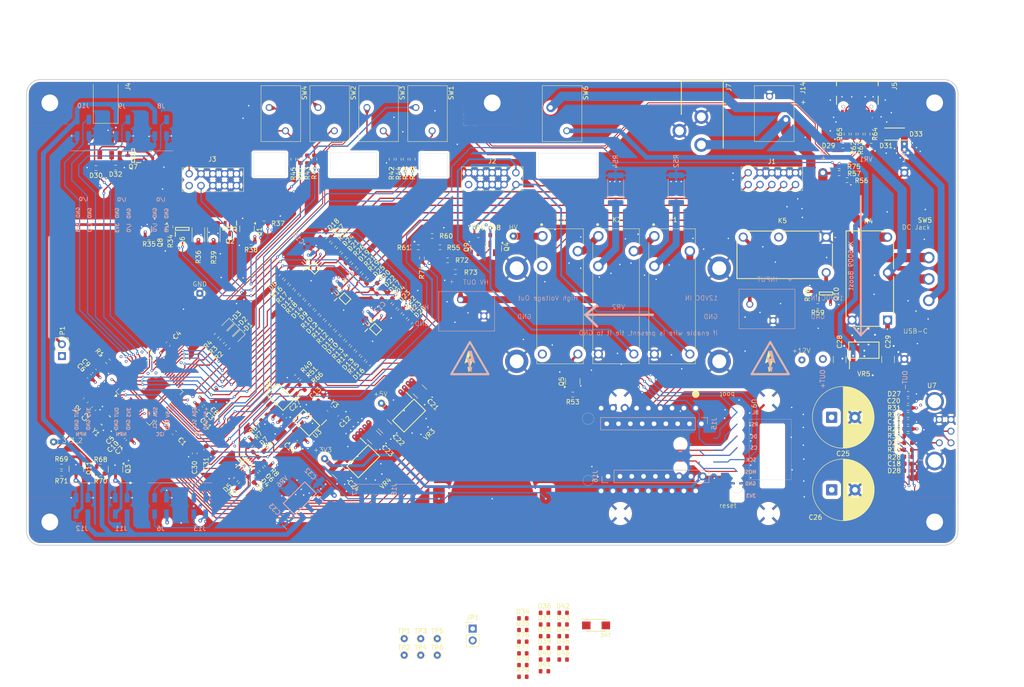
<source format=kicad_pcb>
(kicad_pcb (version 20241229) (generator "pcbnew") (generator_version "9.0")
  (layers (0 "F.Cu" mixed) (4 "In1.Cu" power) (6 "In2.Cu" mixed) (2 "B.Cu" mixed) (13 "F.Paste" user) (15 "B.Paste" user) (5 "F.SilkS" user "F.Silkscreen") (7 "B.SilkS" user "B.Silkscreen") (1 "F.Mask" user) (3 "B.Mask" user) (25 "Edge.Cuts" user))
  (net 0 "")
  (net 1 "+BATT")
  (net 2 "GND")
  (net 3 "+3V3")
  (net 4 "STM32_PH0")
  (net 5 "STM32_PH1")
  (net 6 "Net-(U1-NRST)")
  (net 7 "Net-(U1-VCAP_1)")
  (net 8 "Net-(U3-X1)")
  (net 9 "Net-(U3-X2)")
  (net 10 "+5V")
  (net 11 "encoder_button")
  (net 12 "encoder_A")
  (net 13 "encoder_B")
  (net 14 "Net-(VR1-IN+)")
  (net 16 "Net-(D1-A)")
  (net 17 "Net-(D2-A)")
  (net 18 "Net-(D3-A)")
  (net 19 "SDA_3.3V")
  (net 20 "SCL_3.3V")
  (net 21 "SDA_5V")
  (net 22 "SCL_5V")
  (net 23 "Net-(D8-A2)")
  (net 24 "Net-(D9-A2)")
  (net 25 "Net-(D10-A2)")
  (net 26 "Net-(D11-A2)")
  (net 27 "Net-(D12-A2)")
  (net 28 "Net-(D13-A2)")
  (net 29 "Net-(D14-A2)")
  (net 30 "Net-(D15-A2)")
  (net 31 "Net-(D16-A2)")
  (net 32 "Net-(D17-A2)")
  (net 33 "Net-(D18-A2)")
  (net 34 "Net-(D19-A2)")
  (net 35 "Net-(D20-A2)")
  (net 36 "Net-(D21-A2)")
  (net 37 "Net-(D22-A2)")
  (net 38 "Net-(D23-A2)")
  (net 39 "Net-(D24-A2)")
  (net 40 "Net-(D25-A2)")
  (net 41 "Net-(U7-NO_1)")
  (net 42 "D+")
  (net 43 "SWDIO")
  (net 44 "D-")
  (net 45 "SWCLK")
  (net 46 "+5V_USB")
  (net 47 "USB_+5V_IN")
  (net 48 "/Connectors/ESP32_1_RX")
  (net 49 "/Connectors/ESP32_1_TX")
  (net 50 "IO6")
  (net 51 "IO7")
  (net 52 "IO8")
  (net 53 "IO9")
  (net 54 "nixie_RCLK")
  (net 55 "nixie_SRCLK")
  (net 56 "neopixel")
  (net 57 "nixie_data")
  (net 58 "nixie_display_enable")
  (net 59 "nixie_SRCK")
  (net 60 "SafetyLoop_display1_out")
  (net 61 "+170V")
  (net 62 "SafetyLoop_display1_in")
  (net 63 "SafetyLoop_display2_in")
  (net 64 "SafetyLoop_display2_out")
  (net 65 "Net-(Q7-D)")
  (net 66 "Net-(J5-CC2)")
  (net 67 "/Connectors/USBDataP")
  (net 69 "/Connectors/USBDataN")
  (net 71 "/Connectors/CC1")
  (net 72 "12V_Jack")
  (net 73 "Net-(K1-Pad1)")
  (net 74 "Net-(K1-Pad2)")
  (net 75 "170V_Safety_In")
  (net 76 "Net-(K2-Pad1)")
  (net 77 "Net-(K2-Pad2)")
  (net 78 "Net-(Q5-D)")
  (net 79 "+12V")
  (net 81 "Net-(SW5-B)")
  (net 82 "Net-(VR2-IN+)")
  (net 83 "Net-(Q10-D)")
  (net 84 "Net-(P1-Pin_2)")
  (net 85 "Net-(Q1-G)")
  (net 86 "Net-(Q1-D)")
  (net 87 "Net-(Q2-D)")
  (net 88 "Net-(Q2-S)")
  (net 89 "Net-(Q4-G)")
  (net 90 "Net-(Q4-S)")
  (net 91 "trnsEn")
  (net 92 "Net-(Q5-G)")
  (net 93 "Net-(Q6-G)")
  (net 94 "Net-(Q6-D)")
  (net 95 "Net-(Q6-S)")
  (net 96 "Net-(Q8-G)")
  (net 97 "Net-(Q9-G)")
  (net 98 "Net-(Q10-G)")
  (net 99 "Net-(U1-BOOT0)")
  (net 100 "Net-(U1-PB13)")
  (net 101 "Net-(U1-PB14)")
  (net 102 "Net-(U1-PB15)")
  (net 103 "Net-(U2-EN)")
  (net 104 "mcu_nixie_display_enable")
  (net 105 "mcu_nixie_data")
  (net 106 "mcu_neopixel")
  (net 107 "MCU_safetyEnable_1")
  (net 108 "MCU_safetyEnable_2")
  (net 109 "mcu_hv_output_relay")
  (net 110 "mcu_nixie_SRCK")
  (net 111 "mcu_nixie_SRCLK")
  (net 112 "mcu_nixie_RCLK")
  (net 113 "MCU_safetyEnable_1_5V")
  (net 114 "MCU_safetyEnable_2_5V")
  (net 115 "hv_output_relay")
  (net 116 "Net-(U7-CCW)")
  (net 117 "Net-(U7-CW)")
  (net 118 "Net-(SW1-B)")
  (net 119 "Safety_status_1")
  (net 120 "Safety_status_3")
  (net 121 "Net-(SW2-B)")
  (net 122 "Safety_status_4")
  (net 123 "Safety_status_2")
  (net 124 "Net-(SW6-B)")
  (net 125 "vcc_read")
  (net 126 "HV_read")
  (net 127 "Net-(U1-PC15)")
  (net 130 "IO2")
  (net 133 "IO3")
  (net 134 "IO1")
  (net 136 "Net-(Q3-D)")
  (net 139 "Net-(U1-PC14)")
  (net 142 "Net-(U8-A2)")
  (net 143 "Net-(U8-A1)")
  (net 144 "Net-(U8-A0)")
  (net 145 "Net-(U8-WP)")
  (net 149 "Net-(Q11-D)")
  (net 150 "Net-(Q3-G)")
  (net 151 "Net-(Q11-G)")
  (net 152 "IO4")
  (net 153 "IO5")
  (net 154 "Net-(VR5-VO)")
  (net 155 "Net-(R55-Pad1)")
  (net 156 "Net-(R55-Pad2)")
  (net 157 "Net-(R72-Pad2)")
  (net 158 "Net-(R60-Pad1)")
  (net 159 "Net-(R56-Pad1)")
  (net 160 "+3V3_2")
  (net 161 "Net-(D47-K)")
  (net 162 "Net-(D47-A)")
  (net 163 "/Connectors/GP3")
  (net 164 "/Connectors/GP4")
  (net 165 "/Connectors/GP2")
  (net 166 "/Connectors/GP1")
  (net 167 "/Connectors/GP5")
  (net 169 "/Connectors/GP0")
  (net 171 "/Connectors/GP23")
  (net 172 "/Connectors/GP9")
  (net 173 "/Connectors/GP20")
  (net 174 "/Connectors/GP12")
  (net 175 "/Connectors/GP18")
  (net 177 "/Connectors/GP19")
  (net 179 "/Connectors/GP13")
  (net 180 "USART3_TX")
  (net 181 "USART3_RX")
  (footprint "Resistor_SMD:R_0603_1608Metric" (layer "F.Cu") (at 227.3 54.7)
    (property "Reference" "D29")
    (property "Value" "TVS_0603")
  )
  (footprint "TestPoint:TestPoint_THTPad_D1.5mm_Drill0.7mm" (layer "F.Cu") (at 128.2 110)
    (property "Reference" "TP3")
    (property "Value" "TestPoint")
  )
  (footprint "Resistor_SMD:R_0603_1608Metric" (layer "F.Cu") (at 136.9 78.8 -90)
    (property "Reference" "R74")
    (property "Value" "22ohm_0603")
  )
  (footprint "Resistor_SMD:R_0603_1608Metric" (layer "F.Cu") (at 111.161153 105.405646 -135)
    (property "Reference" "R51")
    (property "Value" "10kohm_0603")
  )
  (footprint "Resistor_SMD:R_0603_1608Metric" (layer "F.Cu") (at 113.8 57.6 90)
    (property "Reference" "R41")
    (property "Value" "36kohm_0603")
  )
  (footprint "Resistor_SMD:R_0603_1608Metric" (layer "F.Cu") (at 116.590674 92.724254 -135)
    (property "Reference" "R11")
    (property "Value" "300ohm_0603")
  )
  (footprint "Resistor_SMD:R_0603_1608Metric" (layer "F.Cu") (at 96.916638 126.383366 45)
    (property "Reference" "D5")
    (property "Value" "TVS_0603")
  )
  (footprint "Resistor_SMD:R_0603_1608Metric" (layer "F.Cu") (at 167.225 160.02)
    (property "Reference" "D44")
    (property "Value" "TVS_0603")
  )
  (footprint "Footprint drive Dump 1:JS-12N-K" (layer "F.Cu") (at 174.79 74.125 -90)
    (property "Reference" "K2")
    (property "Value" "JS-12N-K" (hide yes))
  )
  (footprint "Footprint drive Dump 1:SK54BLF-R1_00001" (layer "F.Cu") (at 174.3 157.7)
    (property "Reference" "D47")
    (property "Value" "SK54BLF-R1_00001" (hide yes))
  )
  (footprint "Footprint drive Dump 1:1985195" (layer "F.Cu") (at 131.85 51.5 180)
    (property "Reference" "SW3")
    (property "Value" "1985195" (hide yes))
  )
  (footprint "Resistor_SMD:R_0603_1608Metric" (layer "F.Cu") (at 114.390674 90.524254 -135)
    (property "Reference" "R10")
    (property "Value" "300ohm_0603")
  )
  (footprint "LED_SMD:LED_0603_1608Metric" (layer "F.Cu") (at 97.40208 95.702082 -135)
    (property "Reference" "D1")
    (property "Value" "LED_red_0603")
  )
  (footprint "Kadin Sandbox KiCad7:Logo_Kadin_Medium(~10mm)_soldermask_adjusted_size" (layer "F.Cu") (at 68.2001 130.3936)
    (property "Reference" "REF**" (hide yes))
    (property "Value" "Logo_Kadin_Medium(~{10mm})_soldermask_adjusted_size")
  )
  (footprint "Capacitor_SMD:C_0603_1608Metric" (layer "F.Cu") (at 66.562999 103.112399 135)
    (property "Reference" "C9")
    (property "Value" "0.1uF_0603")
  )
  (footprint "Capacitor_SMD:C_0603_1608Metric" (layer "F.Cu") (at 66.449567 111.176777 45)
    (property "Reference" "C2")
    (property "Value" "22pF_0603")
  )
  (footprint "Resistor_SMD:R_0603_1608Metric" (layer "F.Cu") (at 132.183557 90.283556 -135)
    (property "Reference" "R22")
    (property "Value" "22ohm_0603")
  )
  (footprint "Resistor_SMD:R_0603_1608Metric" (layer "F.Cu") (at 122.309466 80.409465 -135)
    (property "Reference" "D19")
    (property "Value" "TVS_0603")
  )
  (footprint "Footprint drive Dump 1:XP231P0201TR-G" (layer "F.Cu") (at 223.69 86.425 90)
    (property "Reference" "Q10")
    (property "Value" "XP231P0201TR-G" (hide yes))
  )
  (footprint "TestPoint:TestPoint_THTPad_D1.5mm_Drill0.7mm" (layer "F.Cu") (at 156.5 74.1)
    (property "Reference" "TP5")
    (property "Value" "TestPoint")
  )
  (footprint "Resistor_SMD:R_0603_1608Metric" (layer "F.Cu") (at 110.019516 104.322283 -135)
    (property "Reference" "R49")
    (property "Value" "10kohm_0603")
  )
  (footprint "Capacitor_SMD:C_0603_1608Metric" (layer "F.Cu") (at 71.60156 116.124785 45)
    (property "Reference" "C5")
    (property "Value" "22pF_0603")
  )
  (footprint "Resistor_SMD:R_0603_1608Metric" (layer "F.Cu") (at 116.8 74.899999 45)
    (property "Reference" "R27")
    (property "Value" "300ohm_0603")
  )
  (footprint "Resistor_SMD:R_0603_1608Metric" (layer "F.Cu") (at 123.409466 81.509465 45)
    (property "Reference" "R21")
    (property "Value" "300ohm_0603")
  )
  (footprint "Resistor_SMD:R_0603_1608Metric" (layer "F.Cu") (at 117.690674 93.824254 45)
    (property "Reference" "R12")
    (property "Value" "300ohm_0603")
  )
  (footprint "Resistor_SMD:R_0603_1608Metric" (layer "F.Cu") (at 226.5 60.6)
    (property "Reference" "R57")
    (property "Value" "36kohm_0603")
  )
  (footprint "Resistor_SMD:R_0603_1608Metric" (layer "F.Cu") (at 100.116637 118.783363 -135)
    (property "Reference" "R7")
    (property "Value" "200kohm_0603")
  )
  (footprint "Resistor_SMD:R_0603_1608Metric" (layer "F.Cu") (at 101.216637 119.883363 -135)
    (property "Reference" "D7")
    (property "Value" "TVS_0603")
  )
  (footprint "Resistor_SMD:R_0603_1608Metric" (layer "F.Cu") (at 221.09 86.825 -90)
    (property "Reference" "R58")
    (property "Value" "15kohm_0603")
  )
  (footprint "Resistor_SMD:R_0603_1608Metric" (layer "F.Cu") (at 121.2 79.299999 -135)
    (property "Reference" "R26")
    (property "Value" "300ohm_0603")
  )
  (footprint "TestPoint:TestPoint_THTPad_D1.5mm_Drill0.7mm" (layer "F.Cu") (at 218.5 100.7)
    (property "Reference" "TP4")
    (property "Value" "TestPoint")
  )
  (footprint "Package_TO_SOT_SMD:SOT-23" (layer "F.Cu") (at 71.1 124.162499 -90)
    (property "Reference" "Q3")
    (property "Value" "2N7002")
  )
  (footprint "Resistor_SMD:R_0603_1608Metric" (layer "F.Cu") (at 67.875 123.6)
    (property "Reference" "R68")
    (property "Value" "1kohm_0603")
  )
  (footprint "Footprint drive Dump 1:61301021821" (layer "F.Cu") (at 146.92 63.04)
    (property "Reference" "J2")
    (property "Value" "61301021821" (hide yes))
  )
  (footprint "Resistor_SMD:R_0603_1608Metric" (layer "F.Cu") (at 241.3 120 180)
    (property "Reference" "R33")
    (property "Value" "10kohm_0603")
  )
  (footprint "Resistor_SMD:R_0603_1608Metric" (layer "F.Cu") (at 136.125 76.5 180)
    (property "Reference" "R61")
    (property "Value" "15kohm_0603")
  )
  (footprint "Footprint drive Dump 1:XP231P0201TR-G" (layer "F.Cu") (at 95.600002 72.500001 -90)
    (property "Reference" "Q2")
    (property "Value" "XP231P0201TR-G" (hide yes))
  )
  (footprint "Package_QFP:LQFP-64_10x10mm_P0.5mm" (layer "F.Cu") (at 78.4 107.5 45)
    (property "Reference" "U1")
    (property "Value" "STM32F446RETx")
  )
  (footprint "Footprint drive Dump 1:ECS1602033TR3" (layer "F.Cu") (at 68.999998 113.7 135)
    (property "Reference" "Y1")
    (property "Value" "Crystal_GND24" (hide yes))
  )
  (footprint "Capacitor_SMD:C_0603_1608Metric" (layer "F.Cu") (at 115.211268 108.967408 -135)
    (property "Reference" "C13")
    (property "Value" "C_0603")
  )
  (footprint "TestPoint:TestPoint_THTPad_D1.5mm_Drill0.7mm" (layer "F.Cu") (at 116 121.9)
    (property "Reference" "TP2")
    (property "Value" "TestPoint")
  )
  (footprint "Footprint drive Dump 1:1985195" (layer "F.Cu") (at 171.25 51.5 180)
    (property "Reference" "SW6")
    (property "Value" "power_switch" (hide yes))
  )
  (footprint "Resistor_SMD:R_0603_1608Metric" (layer "F.Cu") (at 124.509466 82.609465 -135)
    (property "Reference" "R19")
    (property "Value" "300ohm_0603")
  )
  (footprint "Resistor_SMD:R_0603_1608Metric" (layer "F.Cu") (at 241.3 117)
    (property "Reference" "R30")
    (property "Value" "4.7kohm_0603")
  )
  (footprint "Resistor_SMD:R_0603_1608Metric" (layer "F.Cu") (at 125.366767 101.500347 45)
    (property "Reference" "D16")
    (property "Value" "TVS_0603")
  )
  (footprint "Resistor_SMD:R_0603_1608Metric" (layer "F.Cu") (at 134.9 57.6 -90)
    (property "Reference" "R40")
    (property "Value" "36kohm_0603")
  )
  (footprint "Footprint drive Dump 1:DS1307" (layer "F.Cu") (at 112.1 114.2 -135)
    (property "Reference" "U3")
    (property "Value" "DS1307+" (hide yes))
  )
  (footprint "Resistor_SMD:R_0603_1608Metric" (layer "F.Cu") (at 111.116668 87.250248 -135)
    (property "Reference" "R18")
    (property "Value" "300ohm_0603")
  )
  (footprint "Resistor_SMD:R_0603_1608Metric" (layer "F.Cu") (at 231.1 52.2 -90)
    (property "Reference" "R63")
    (property "Value" "22ohm_0603")
  )
  (footprint "Resistor_SMD:R_0603_1608Metric" (layer "F.Cu") (at 126.709466 84.809466 -135)
    (property "Reference" "R20")
    (property "Value" "22ohm_0603")
  )
  (footprint "Capacitor_SMD:C_1210_3225Metric" (layer "F.Cu") (at 136.468824 107.489666 -45)
    (property "Reference" "C21")
    (property "Value" "10uF_1210")
  )
  (footprint "Footprint drive Dump 1:XP231P0201TR-G" (layer "F.Cu") (at 74.8862 56.8198 180)
    (property "Reference" "Q7")
    (property "Value" "XP231P0201TR-G" (hide yes))
  )
  (footprint "Package_TO_SOT_SMD:SOT-23" (layer "F.Cu") (at 152.45 76.7375 -90)
    (property "Reference" "Q4")
    (property "Value" "2N7002")
  )
  (footprint "Resistor_SMD:R_0603_1608Metric" (layer "F.Cu") (at 100.200001 75.375001)
    (property "Reference" "R38")
    (property "Value" "1kohm_0603")
  )
  (footprint "Resistor_SMD:R_0603_1608Metric" (layer "F.Cu") (at 133.4 57.6 -90)
    (property "Reference" "R46")
    (property "Value" "36kohm_0603")
  )
  (footprint "Resistor_SMD:R_0603_1608Metric" (layer "F.Cu") (at 167.225 157.51)
    (property "Reference" "D43")
    (property "Value" "TVS_0603")
  )
  (footprint "Resistor_SMD:R_0603_1608Metric" (layer "F.Cu") (at 163.215 157.51)
    (property "Reference" "D37")
    (property "Value" "TVS_0603")
  )
  (footprint "Capacitor_SMD:C_0603_1608Metric" (layer "F.Cu") (at 119.312488 113.068628 45)
    (property "Reference" "C12")
    (property "Value" "C_0603")
  )
  (footprint "Resistor_SMD:R_0603_1608Metric" (layer "F.Cu") (at 66.9 59.5)
    (property "Reference" "D30")
    (property "Value" "TVS_0603")
  )
  (footprint "Resistor_SMD:R_0603_1608Metric" (layer "F.Cu") (at 232.6 52.2 90)
    (property "Reference" "R64")
    (property "Value" "5.1kohm_0603")
  )
  (footprint "Capacitor_SMD:C_1210_3225Metric" (layer "F.Cu") (at 119.144707 124.813783 -45)
    (property "Reference" "C24")
    (property "Value" "22uF_1210")
  )
  (footprint "TestPoint:TestPoint_THTPad_D1.5mm_Drill0.7mm" (layer "F.Cu") (at 89.2 86.4)
    (property "Reference" "TP1")
    (property "Value" "TestPoint")
  )
  (footprint "Resistor_SMD:R_0603_1608Metric" (layer "F.Cu") (at 221.915 89.125 180)
    (property "Reference" "R59")
    (property "Value" "1kohm_0603")
  )
  (footprint "Footprint drive Dump 1:USB421603A" (layer "F.Cu") (at 230.405 44.237 180)
    (property "Reference" "J5")
    (property "Value" "USBC" (hide yes))
  )
  (footprint "Resistor_SMD:R_0603_1608Metric" (layer "F.Cu") (at 228.2 62.1)
    (property "Reference" "R56")
    (property "Value" "10kohm_0603")
  )
  (footprint "Package_TO_SOT_SMD:SOT-23" (layer "F.Cu") (at 169.29 105.325 90)
    (property "Reference" "Q5")
    (property "Value" "2N7002")
  )
  (footprint "Footprint drive Dump 1:M3 Standoff Footprint" (layer "F.Cu") (at 252.402187 143.7324)
    (property "Reference" "H5")
    (property "Value" "MountingHole_Pad")
  )
  (footprint "Capacitor_SMD:C_1210_3225Metric" (layer "F.Cu") (at 226.6 100.602944 90)
    (property "Reference" "C28")
    (property "Value" "10uF_1210")
  )
  (footprint "LED_SMD:LED_0603_1608Metric" (layer "F.Cu") (at 96.199998 94.500001 -135)
    (property "Reference" "D2")
    (property "Value" "LED_green_0603")
  )
  (footprint "Resistor_SMD:R_0603_1608Metric" (layer "F.Cu") (at 241.3 118.5 180)
    (property "Reference" "D26")
    (property "Value" "TVS_0603")
  )
  (footprint "Resistor_SMD:R_0603_1608Metric" (layer "F.Cu") (at 167.225 162.53)
    (property "Reference" "D45")
    (property "Value" "TVS_0603")
  )
  (footprint "Capacitor_SMD:C_0603_1608Metric" (layer "F.Cu") (at 82.4 97.3 45)
    (property "Reference" "C4")
    (property "Value" "1uF_0603")
  )
  (footprint "Capacitor_SMD:C_0603_1608Metric" (layer "F.Cu") (at 107.396508 112.770291 -135)
    (property "Reference" "C27")
    (property "Value" "0.1uF_0603")
  )
  (footprint "Capacitor_SMD:C_0603_1608Metric" (layer "F.Cu") (at 88.297598 112.238799 -45)
    (property "Reference" "C11")
    (property "Value" "4.7uF_0603")
  )
  (footprint "Resistor_SMD:R_0603_1608Metric" (layer "F.Cu") (at 167.225 165.04)
    (property "Reference" "D46")
    (property "Value" "TVS_0603")
  )
  (footprint "Resistor_SMD:R_0603_1608Metric" (layer "F.Cu") (at 169.29 108.125)
    (property "Reference" "R53")
    (property "Value" "1kohm_0603")
  )
  (footprint "Resistor_SMD:R_0603_1608Metric" (layer "F.Cu") (at 59.5 125.1)
    (property "Reference" "R71")
    (property "Value" "0ohm_0603_NA")
  )
  (footprint "Footprint drive Dump 1:1985195" (layer "F.Cu") (at 208.3 44.1)
    (property "Reference" "J14")
    (property "Value" "1985195" (hide yes))
  )
  (footprint "Footprint drive Dump 1:L102011MS02Q" (layer "F.Cu") (at 245.7425 87.925)
    (property "Reference" "SW5")
    (property "Value" "L102011MS02Q" (hide yes))
  )
  (footprint "Resistor_SMD:R_0603_1608Metric" (layer "F.Cu") (at 117.908319 76.008318 -135)
    (property "Reference" "R25")
    (property "Value" "300ohm_0603")
  )
  (footprint "Package_TO_SOT_SMD:SOT-23" (layer "F.Cu") (at 99.350002 72.537501 -90)
    (property "Reference" "Q1")
    (property "Value" "2N7002")
  )
  (footprint "Resistor_SMD:R_0603_1608Metric" (layer "F.Cu") (at 120.1 78.199999 -135)
    (property "Reference" "D21")
    (property "Value" "TVS_0603")
  )
  (footprint "Footprint drive Dump 1:1985195" (layer "F.Cu") (at 110.85 51.5 180)
    (property "Reference" "SW4")
    (property "Value" "1985195" (hide yes))
  )
  (footprint "TestPoint:TestPoint_THTPad_D1.5mm_Drill0.7mm" (layer "F.Cu") (at 136.65 160.55)
    (property "Reference" "TP3")
    (property "Value" "TestPoint")
  )
  (footprint "Resistor_SMD:R_0603_1608Metric" (layer "F.Cu") (at 241.3 112.5)
    (property "Reference" "R32")
    (property "Value" "4.7kohm_0603")
  )
  (footprint "Footprint drive Dump 1:M3 Standoff Footprint" (layer "F.Cu") (at 62.402187 143.7324)
    (property "Reference" "H1")
    (property "Value" "MountingHole_Pad")
  )
  (footprint "Resistor_SMD:R_0603_1608Metric" (layer "F.Cu") (at 241.275 111 180)
    (property "Reference" "R31")
    (property "Value" "10kohm_0603")
  )
  (footprint "Resistor_SMD:R_0603_1608Metric" (layer "F.Cu") (at 167.225 155)
    (property "Reference" "D42")
    (property "Value" "TVS_0603")
  )
  (footprint "Capacitor_SMD:C_0603_1608Metric" (layer "F.Cu") (at 88.1 120.775 90)
    (property "Reference" "C30")
    (property "Value" "0.1uF_0603")
  )
  (footprint "Resistor_SMD:R_0603_1608Metric" (layer "F.Cu") (at 122.066767 98.200347 -135)
    (property "Reference" "R14")
    (property "Value" "300ohm_0603")
  )
  (footprint "Resistor_SMD:R_0603_1608Metric" (layer "F.Cu") (at 78.300002 74.4 180)
    (property "Reference" "R35")
    (property "Value" "1kohm_0603")
  )
  (footprint "Footprint drive Dump 1:PR30-12V-450-1A-E" (layer "F.Cu") (at 223.71 74.325 180)
    (property "Reference" "K5")
    (property "Value" "PR30-12V-450-1A-E" (hide yes))
  )
  (footprint "Footprint drive Dump 1:74HC3G34DC" (layer "F.Cu") (at 113.720101 81.012489 45)
    (property "Reference" "U4")
    (property "Value" "74HC3G34DC" (hide yes))
  )
  (footprint "Resistor_SMD:R_0603_1608Metric" (layer "F.Cu") (at 127.809466 85.909466 -135)
    (property "Reference" "D22")
    (property "Value" "TVS_0603")
  )
  (footprint "Resistor_SMD:R_0603_1608Metric" (layer "F.Cu") (at 226.525 59.1 180)
    (property "Reference" "R75")
    (property "Value" "22ohm_0603")
  )
  (footprint "Resistor_SMD:R_0603_1608Metric" (layer "F.Cu") (at 112.3 57.6 90)
    (property "Reference" "R43")
    (property "Value" "10kohm_0603")
  )
  (footprint "Resistor_SMD:R_0603_1608Metric" (layer "F.Cu") (at 129.983557 88.083557 -135)
    (property "Reference" "R24")
    (property "Value" "22ohm_0603")
  )
  (footprint "Resistor_SMD:R_0603_1608Metric" (layer "F.Cu") (at 112.261153 106.505646 -135)
    (property "Reference" "R66")
    (property "Value" "10kohm_0603")
  )
  (footprint "Footprint drive Dump 1:ESP32-C6-LCD-1.47" (layer "F.Cu") (at 195.6925 111.05 -90)
    (property "Reference" "U9")
    (property "Value" "ESP32-C6-LCD-1.47")
    (fp_circle (center 2.25 23.09) (end 3.5 23.09) (stroke (width 0.05)) (fill no) (layer "Edge.Cuts"))
    (fp_circle (center 15.53 23.09) (end 16.648034 23.09) (stroke (width 0.05)) (fill no) (layer "Edge.Cuts"))
    (fp_circle (center 0.73 -8.909999) (end 1.98 -8.91) (stroke (width 0.05)) (fill no) (layer "Edge.Cuts"))
    (fp_circle (center 17.05 -8.91) (end 18.300001 -8.91) (stroke (width 0.05)) (fill no) (layer "Edge.Cuts"))
    (fp_poly (pts (xy 2.39 -20.5) (xy 15.389999 -20.5) (xy 15.389999 -11.5) (xy 2.39 -11.5)) (stroke (width 0.05)) (fill no) (layer "Edge.Cuts"))
  )
  (footprint "Resistor_SMD:R_0603_1608Metric" (layer "F.Cu") (at 152.4 73.9 180)
    (property "Reference" "R48")
    (property "Value" "1kohm_0603")
  )
  (footprint "Resistor_SMD:R_2010_5025Metric" (layer "F.Cu") (at 88.900002 73.8 -90)
    (property "Reference" "R36")
    (property "Value" "470ohm_2010")
  )
  (footprint "Capacitor_SMD:C_0603_1608Metric" (layer "F.Cu") (at 109.766547 118.371927 -45)
    (property "Reference" "C14")
    (property "Value" "0.1uF_0603")
  )
  (footprint "Connector_PinHeader_2.54mm:PinHeader_1x02_P2.54mm_Vertical" (layer "F.Cu") (at 59.6 99.875 180)
    (property "Reference" "P1")
    (property "Value" "Conn_01x02")
  )
  (footprint "TestPoint:TestPoint_THTPad_D1.5mm_Drill0.7mm" (layer "F.Cu") (at 133.1 160.55)
    (property "Reference" "TP1")
    (property "Value" "TestPoint")
  )
  (footprint "Resistor_SMD:R_0603_1608Metric" (layer "F.Cu") (at 158.575 156.18)
    (property "Reference" "D34")
    (property "Value" "TVS_0603")
  )
  (footprint "Resistor_SMD:R_0603_1608Metric" (layer "F.Cu") (at 119.866767 96.000347 45)
    (property "Reference" "D10")
    (property "Value" "TVS_0603")
  )
  (footprint "Resistor_SMD:R_0603_1608Metric" (layer "F.Cu") (at 241.3 108 180)
    (property "Reference" "D27")
    (property "Value" "TVS_0603")
  )
  (footprint "Footprint drive Dump 1:JS-12N-K" (layer "F.Cu") (at 186.817 74.1374 -90)
    (property "Reference" "K1")
    (property "Value" "JS-12N-K" (hide yes))
  )
  (footprint "Resistor_SMD:R_0603_1608Metric" (layer "F.Cu") (at 109.3 57.6 90)
    (property "Reference" "R45")
    (property "Value" "10kohm_0603")
  )
  (footprint "Resistor_SMD:R_0603_1608Metric" (layer "F.Cu") (at 163.215 160.02)
    (property "Reference" "D38")
    (property "Value" "TVS_0603")
  )
  (footprint "Resistor_SMD:R_0603_1608Metric" (layer "F.Cu") (at 103.516636 123.083365 -45)
    (property "Reference" "R8")
    (property "Value" "4.7kohm_0603")
  )
  (footprint "Footprint drive Dump 1:AZ1117CH2-5.0TRG1" (layer "F.Cu") (at 134.135372 112.651545 -45)
    (property "Reference" "VR3")
    (property "Value" "AZ1117CH2-5.0TRG1" (hide yes))
  )
  (footprint "TestPoint:TestPoint_THTPad_D1.5mm_Drill0.7mm" (layer "F.Cu") (at 140.2 160.55)
    (property "Reference" "TP5")
    (property "Value" "TestPoint")
  )
  (footprint "Resistor_SMD:R_0603_1608Metric" (layer "F.Cu") (at 140.8 76.5 180)
    (property "Reference" "R55")
    (property "Value" "240kohm_0603")
  )
  (footprint "Capacitor_THT:CP_Radial_D13.0mm_P5.00mm" (layer "F.Cu") (at 224.8708 113.0298)
    (property "Reference" "C25")
    (property "Value" "860010578017")
  )
  (footprint "Resistor_SMD:R_0603_1608Metric" (layer "F.Cu") (at 124.266767 100.400347 -135)
    (property "Reference" "R15")
    (property "Value" "300ohm_0603")
  )
  (footprint "Resistor_SMD:R_0603_1608Metric" (layer "F.Cu") (at 158.575 158.69)
    (property "Reference" "D35")
    (property "Value" "TVS_0603")
  )
  (footprint "Connector_PinHeader_2.54mm:PinHeader_1x02_P2.54mm_Vertical" (layer "F.Cu") (at 147.8 158.4)
    (property "Reference" "JP1")
    (property "Value" "Jumper_2_Open")
  )
  (footprint "Capacitor_SMD:C_0603_1608Metric" (layer "F.Cu") (at 65.462997 104.212399 135)
    (property "Reference" "C6")
    (property "Value" "1uF_0603")
  )
  (footprint "Footprint drive Dump 1:AZ1117CH2-5.0TRG1" (layer "F.Cu") (at 231.8 98.602945 90)
    (property "Reference" "VR5")
    (property "Value" "AZ1117CH2-5.0TRG1" (hide yes))
  )
  (footprint "Resistor_SMD:R_0603_1608Metric" (layer "F.Cu") (at 128.883557 86.983557 -135)
    (property "Reference" "D17")
    (property "Value" "TVS_0603")
  )
  (footprint "Footprint drive Dump 1:M3 Standoff Footprint" (layer "F.Cu") (at 62.402187 53.7324)
    (property "Reference" "H2")
    (property "Value" "MountingHole_Pad")
  )
  (footprint "Capacitor_SMD:C_0603_1608Metric" (layer "F.Cu") (at 241.3 114 180)
    (property "Reference" "C19")
    (property "Value" "0.01uF_0603")
  )
  (footprint "Resistor_SMD:R_0603_1608Metric" (layer "F.Cu") (at 82.900003 72.100002 -90)
    (property "Reference" "R34")
    (property "Value" "1kohm_0603")
  )
  (footprint "Resistor_SMD:R_0603_1608Metric" (layer "F.Cu") (at 100.216636 126.383364 -45)
    (property "Reference" "R5")
    (property "Value" "4.7kohm_0603")
  )
  (footprint "Resistor_SMD:R_0603_1608Metric" (layer "F.Cu") (at 241.3 124.5 180)
    (property "Reference" "D28")
    (property "Value" "TVS_0603")
  )
  (footprint "Footprint drive Dump 1:M3 Standoff Footprint" (layer "F.Cu") (at 252.402187 53.7324)
    (property "Reference" "H4")
    (property "Value" "MountingHole_Pad")
  )
  (footprint "Footprint drive Dump 1:EN12-VS20AF20" (layer "F.Cu") (at 250.5 118.5)
    (property "Reference" "U7")
    (property "Value" "EN12-VS20AF20" (hide yes))
  )
  (footprint "Resistor_SMD:R_0603_1608Metric" (layer "F.Cu") (at 102.316637 120.983364 -135)
    (property "Reference" "R9")
    (property "Value" "4.7kohm_0603")
  )
  (footprint "Resistor_SMD:R_0603_1608Metric" (layer "F.Cu") (at 241.3 121.5 180)
    (property "Reference" "R28")
    (property "Value" "10kohm_0603")
  )
  (footprint "Resistor_SMD:R_0603_1608Metric" (layer "F.Cu") (at 71.125 59.4 180)
    (property "Reference" "D32")
    (property "Value" "TVS_0603")
  )
  (footprint "Resistor_SMD:R_0603_1608Metric" (layer "F.Cu") (at 229.6 52.2 -90)
    (property "Reference" "R62")
    (property "Value" "22ohm_0603")
  )
  (footprint "Resistor_SMD:R_0603_1608Metric" (layer "F.Cu") (at 120.966767 97.100347 -135)
    (property "Reference" "R13")
    (property "Value" "300ohm_0603")
  )
  (footprint "Resistor_SMD:R_0603_1608Metric" (layer "F.Cu") (at 92.799999 95.499999 -135)
    (property "Reference" "R4")
    (property "Value" "1kohm_0603")
  )
  (footprint "Footprint drive Dump 1:61301021821" (layer "F.Cu") (at 206.96 63.04)
    (property "Reference" "J1")
    (property "Value" "61301021821" (hide yes))
  )
  (footprint "Resistor_SMD:R_0603_1608Metric" (layer "F.Cu") (at 113.290674 89.424254 45)
    (property "Reference" "D9")
    (property "Value" "TVS_0603")
  )
  (footprint "Resistor_SMD:R_0603_1608Metric" (layer "F.Cu") (at 163.215 162.53)
    (property "Reference" "D39")
    (property "Value" "TVS_0603")
  )
  (footprint "Footprint drive Dump 1:M3 Standoff Footprint" (layer "F.Cu") (at 157.402187 53.7324)
    (property "Reference" "H3")
    (property "Value" "MountingHole_Pad")
  )
  (footprint "Footprint drive Dump 1:JS-12N-K" (layer "F.Cu") (at 162.7632 74.1374 -90)
    (property "Reference" "K3")
    (property "Value" "JS-12N-K" (hide yes))
  )
  (footprint "Resistor_SMD:R_0603_1608Metric" (layer "F.Cu") (at 103.044516 113.122283 45)
    (property "Reference" "R67")
    (property "Value" "10kohm_0603")
  )
  (footprint "Footprint drive Dump 1:61301021821" (layer "F.Cu") (at 86.92 63.27)
    (property "Reference" "J3")
    (property "Value" "61301021821" (hide yes))
  )
  (footprint "Footprint drive Dump 1:37.768kHz" (layer "F.Cu") (at 64.699999 109.400001 -135)
    (property "Reference" "Y2")
    (property "Value" "32.768kHz-12.6pF" (hide yes))
  )
  (footprint "Resistor_SMD:R_0603_1608Metric" (layer "F.Cu") (at 139.1 74.1)
    (property "Reference" "R60")
    (property "Value" "240kohm_0603")
  )
  (footprint "Resistor_SMD:R_0603_1608Metric" (layer "F.Cu") (at 103.000001 71.400001)
    (property "Reference" "R37")
    (property "Value" "1kohm_0603")
  )
  (footprint "Package_TO_SOT_SMD:SOT-23" (layer "F.Cu") (at 148.95 76.7375 -90)
    (property "Reference" "Q9")
    (property "Value" "2N7002")
  )
  (footprint "Footprint drive Dump 1:37.768kHz" (layer "F.Cu") (at 117.049747 111.230151 135)
    (property "Reference" "Y3")
    (property "Value" "32.768kHz-12.6pF" (hide yes))
  )
  (footprint "Resistor_SMD:R_0603_1608Metric" (layer "F.Cu") (at 115.490674 91.624254 45)
    (property "Reference" "D12")
    (property "Value" "TVS_0603")
  )
  (footprint "Footprint drive Dump 1:24LC64F-ISN" (layer "F.Cu") (at 106.474516 108.707283 -135)
    (property "Reference" "U8")
    (property "Value" "24LC64" (hide yes))
  )
  (footprint "Footprint drive Dump 1:CR2030_HLDR" (layer "F.Cu") (at 152 130.5)
    (property "Reference" "BT1")
    (property "Value" "CR2032" (hide yes))
  )
  (footprint "Capacitor_SMD:C_0603_1608Metric" (layer "F.Cu") (at 89.399997 111.1 -45)
    (property "Reference" "C3")
    (property "Value" "1uF_0603")
  )
  (footprint "Resistor_SMD:R_0603_1608Metric" (layer "F.Cu") (at 93.999999 96.7 -135)
    (property "Reference" "R3")
    (property "Value" "1kohm_0603")
  )
  (footprint "Package_TO_SOT_SMD:SOT-23" (layer "F.Cu") (at 80.4 72.6 -90)
    (property "Reference" "Q8")
    (property "Value" "2N7002")
  )
  (footprint "Resistor_SMD:R_0603_1608Metric" (layer "F.Cu") (at 228.1 52.2 -90)
    (property "Reference" "R65")
    (property "Value" "5.1kohm_0603")
  )
  (footprint "Resistor_SMD:R_0603_1608Metric" (layer "F.Cu") (at 163.215 155)
    (property "Reference" "D36")
    (property "Value" "TVS_0603")
  )
  (footprint "Resistor_SMD:R_0603_1608Metric" (layer "F.Cu") (at 101.316636 125.283364 135)
    (property "Reference" "D4")
    (property "Value" "TVS_0603")
  )
  (footprint "Resistor_SMD:R_0603_1608Metric" (layer "F.Cu") (at 59.5 123.6)
    (property "Reference" "R69")
    (property "Value" "1kohm_0603")
  )
  (footprint "Footprint drive Dump 1:1985195" (layer "F.Cu") (at 121.35 51.5 180)
    (property "Reference" "SW2")
    (property "Value" "1985195" (hide yes))
  )
  (footprint "Capacitor_SMD:C_1210_3225Metric" (layer "F.Cu") (at 126.640039 117.318451 -45)
    (property "Reference" "C23")
    (property "Value" "10uF_1210")
  )
  (footprint "Capacitor_SMD:C_1210_3225Metric" (layer "F.Cu") (at 128.973492 114.984998 -45)
    (property "Reference" "C22")
    (property "Value" "22uF_1210")
  )
  (footprint "Resistor_SMD:R_0603_1608Metric" (layer "F.Cu") (at 98.016638 127.483366 45)
    (property "Reference" "R6")
    (property "Value" "4.7kohm_0603")
  )
  (footprint "Resistor_SMD:R_0603_1608Metric" (layer "F.Cu") (at 106.716668 82.850248 45)
    (property "Reference" "D8")
    (property "Value" "TVS_0603")
  )
  (footprint "Capacitor_SMD:C_0603_1608Metric" (layer "F.Cu") (at 72.699998 117.199999 -135)
    (property "Reference" "C10")
    (property "Value" "0.1uF_0603")
  )
  (footprint "Resistor_SMD:R_0603_1608Metric" (layer "F.Cu") (at 119 77.099999 -135)
    (property "Reference" "D24")
    (property "Value" "TVS_0603")
  )
  (footprint "Resistor_SMD:R_0603_1608Metric" (layer "F.Cu") (at 163.215 167.55)
    (property "Reference" "D41")
    (property "Value" "TVS_0603")
  )
  (footprint "Capacitor_SMD:C_0603_1608Metric" (layer "F.Cu") (at 241.3 109.5)
    (property "Reference" "C20")
    (property "Value" "0.01uF_0603")
  )
  (footprint "Resistor_SMD:R_0603_1608Metric" (layer "F.Cu") (at 130.4 57.6 90)
    (property "Reference" "R42")
    (property "Value" "10kohm_0603")
  )
  (footprint "Capacitor_SMD:C_1210_3225Metric" (layer "F.Cu") (at 237 100.602944 90)
    (property "Reference" "C29")
    (property "Value" "22uF_1210")
  )
  (footprint "Resistor_SMD:R_0603_1608Metric" (layer "F.Cu") (at 102.416636 124.183364 135)
    (property "Reference" "D6")
    (property "Value" "TVS_0603")
  )
  (footprint "Resistor_SMD:R_0603_1608Metric" (layer "F.Cu") (at 107.816668 83.950247 -135)
    (property "Reference" "R16")
    (property "Value" "300ohm_0603")
  )
  (footprint "Resistor_SMD:R_0603_1608Metric" (layer "F.Cu") (at 233.375 54.7 180)
    (property "Reference" "D31")
    (property "Value" "TVS_0603")
  )
  (footprint "Resistor_SMD:R_0603_1608Metric" (layer "F.Cu") (at 134.383557 92.483556 -135)
    (property "Reference" "D20")
    (property "Value" "TVS_0603")
  )
  (footprint "Resistor_SMD:R_0603_1608Metric" (layer "F.Cu") (at 115.7 73.8 -135)
    (property "Reference" "D18")
    (property "Value" "TVS_0603")
  )
  (footprint "Footprint drive Dump 1:AZ1117CH2-3.3TRG1" (layer "F.Cu") (at 124.306587 122.48033 -45)
    (property "Reference" "VR4")
    (property "Value" "AZ1117CH2-3.3TRG1" (hide yes))
  )
  (footprint "Resistor_SMD:R_0603_1608Metric" (layer "F.Cu") (at 133.283557 91.383556 -135)
    (property "Reference" "R23")
    (property "Value" "22ohm_0603")
  )
  (footprint "Resistor_SMD:R_0603_1608Metric" (layer "F.Cu") (at 67.9 125.1)
    (property "Reference" "R70")
    (property "Value" "0ohm_0603_NA")
  )
  (footprint "Resistor_SMD:R_0603_1608Metric" (layer "F.Cu") (at 163.215 165.04)
    (property "Reference" "D40")
    (property "Value" "TVS_0603")
  )
  (footprint "Resistor_SMD:R_0603_1608Metric" (layer "F.Cu") (at 142.4 79.3)
    (property "Reference" "R72")
    (property "Value" "240kohm_0603")
  )
  (footprint "Capacitor_SMD:C_0603_1608Metric" (layer "F.Cu") (at 83.748006 116.348008 -45)
    (property "Reference" "C1")
    (property "Value" "4.7uF_0603")
  )
  (footprint "Resistor_SMD:R_0603_1608Metric" (layer "F.Cu") (at 158.575 168.73)
    (property "Reference" "R79")
    (property "Value" "0ohm_0603_NA")
  )
  (footprint "Resistor_SMD:R_0603_1608Metric" (layer "F.Cu") (at 123.166767 99.300347 45)
    (property "Reference" "D13")
    (property "Value" "TVS_0603")
  )
  (footprint "TestPoint:TestPoint_THTPad_D1.5mm_Drill0.7mm" (layer "F.Cu") (at 133.1 164.1)
    (property "Reference" "TP2")
    (property "Value" "TestPoint")
  )
  (footprint "Symbol:Symbol_HighVoltage_Triangle_8x7mm_Copper" (layer "F.Cu") (at 211.7 100.3)
    (property "Reference" "REF**" (hide yes))
    (property "Value" "Symbol_HighVoltage_Triangle_8x7mm_Copper" (hide yes))
  )
  (footprint "Resistor_SMD:R_0603_1608Metric" (layer "F.Cu") (at 95.199999 97.900001 -135)
    (property "Reference" "R2")
    (property "Value" "1kohm_0603")
  )
  (footprint "Resistor_SMD:R_0603_1608Metric" (layer "F.Cu") (at 110.016668 86.150248 45)
    (property "Reference" "D11")
    (property "Value" "TVS_0603")
  )
  (footprint "Resistor_SMD:R_0603_1608Metric" (layer "F.Cu") (at 144.1 81.8 180)
    (property "Reference" "R73")
    (property "Value" "240kohm_0603")
  )
  (footprint "Resistor_SMD:R_0603_1608Metric" (layer "F.Cu") (at 118.790674 94.924254 45)
    (property "Reference" "D15")
    (property "Value" "TVS_0603")
  )
  (footprint "Footprint drive Dump 1:74HC3G34DC" (layer "F.Cu") (at 120.366905 87.517871 45)
    (property "Reference" "U5")
    (property "Value" "74HC3G34DC" (hide yes))
  )
  (footprint "Resistor_SMD:R_2010_5025Metric" (layer "F.Cu") (at 92.2 73.8 -90)
    (property "Reference" "R39")
    (property "Value" "470ohm_2010")
  )
  (footprint "TestPoint:TestPoint_THTPad_D1.5mm_Drill0.7mm" (layer "F.Cu") (at 57.8 118.3)
    (property "Reference" "TP6")
    (property "Value" "TestPoint")
  )
  (footprint "Resistor_SMD:R_0603_1608Metric" (layer "F.Cu") (at 158.575 163.71)
    (property "Reference" "R77")
    (property "Value" "0ohm_0603_NA")
  )
  (footprint "Footprint drive Dump 1:SK54BLF-R1_00001" (layer "F.Cu") (at 238.4 52.2 180)
    (property "Reference" "D33")
    (property "Value" "SK54BLF-R1_00001" (hide yes))
  )
  (footprint "Footprint drive Dump 1:XP231P0201TR-G" (layer "F.Cu") (at 85.450002 72.55 90)
    (property "Reference" "Q6")
    (property "Value" "XP231P0201TR-G" (hide yes))
  )
  (footprint "TestPoint:TestPoint_THTPad_D1.5mm_Drill0.7mm" (layer "F.Cu") (at 136.65 164.1)
    (property "Reference" "TP4")
    (property "Value" "TestPoint")
  )
  (footprint "Footprint drive Dump 1:PR30-12V-450-1A-E" (layer "F.Cu") (at 236.89 92.145 90)
    (property "Reference" "K4")
    (property "Value" "PR30-5V-450-1A-E" (hide yes))
  )
  (footprint "Capacitor_SMD:C_0603_1608Metric" (layer "F.Cu") (at 90.5 110 -45)
    (property "Reference" "C8")
    (property "Value" "0.1uF_0603")
  )
  (footprint "Capacitor_THT:CP_Radial_D13.0mm_P5.00mm" (layer "F.Cu") (at 224.9 128.6)
    (property "Reference" "C26")
    (property "Value" "860010578017")
  )
  (footprint "TestPoint:TestPoint_THTPad_D1.5mm_Drill0.7mm" (layer "F.Cu") (at 140.2 164.1)
    (property "Reference" "TP6")
    (property "Value" "TestPoint")
  )
  (footprint "Resistor_SMD:R_0603_1608Metric" (layer "F.Cu") (at 131.083558 89.183557 -135)
    (property "Reference" "D23")
    (property "Value" "TVS_0603")
  )
  (footprint "Resistor_SMD:R_0603_1608Metric" (layer "F.Cu") (at 149 73.9 180)
    (property "Reference" "R50")
    (property "Value" "1kohm_0603")
  )
  (footprint "Package_TO_SOT_SMD:SOT-23" (layer "F.Cu") (at 62.7 124.062499 -90)
    (property "Reference" "Q11")
    (property "Value" "2N7002")
  )
  (footprint "Footprint drive Dump 1:74HC3G34DC" (layer "F.Cu") (at 126.942998 94.093964 45)
    (property "Reference" "U6")
    (property "Value" "74HC3G34DC" (hide yes))
  )
  (footprint "Resistor_SMD:R_0603_1608Metric" (layer "F.Cu") (at 69.5 101 -45)
    (property "Reference" "R1")
    (property "Value" "10kohm_0603")
  )
  (footprint "Resistor_SMD:R_0603_1608Metric" (layer "F.Cu") (at 131.9 57.6 90)
    (property "Reference" "R44")
    (property "Value" "10kohm_0603")
  )
  (footprint "Footprint drive Dump 1:1985195" (layer "F.Cu") (at 142.35 51.5 180)
    (property "Reference" "SW1")
    (property "Value" "1985195" (hide yes))
  )
  (footprint "Resistor_SMD:R_0603_1608Metric" (layer "F.Cu") (at 158.575 166.22)
    (property "Reference" "R78")
    (property "Value" "0ohm_0603")
  )
  (footprint "Capacitor_SMD:C_0603_1608Metric" (layer "F.Cu") (at 90.6 120 90)
    (property "Reference" "C31")
    (property "Value" "0.1uF_0603")
  )
  (footprint "Footprint drive Dump 1:PJ-102AH" (layer "F.Cu") (at 192.6 51.5)
    (property "Reference" "J7")
    (property "Value" "PJ-102A" (hide yes))
  )
  (footprint "Footprint drive Dump 1:PCA9306" (layer "F.Cu") (at 99.216636 123.283363 45)
    (property "Reference" "U2")
    (property "Value" "PCA9306" (hide yes))
  )
  (footprint "Footprint drive Dump 1:M207920242R" (layer "F.Cu") (at 69 49)
    (property "Reference" "J4")
    (property "Value" "M20-7920242R" (hide yes))
  )
  (footprint "Resistor_SMD:R_0603_1608Metric" (layer "F.Cu") (at 108.916668 85.050247 -135)
    (property "Reference" "R17")
    (property "Value" "300ohm_0603")
  )
  (footprint "Resistor_SMD:R_0603_1608Metric" (layer "F.Cu") (at 110.8 57.6 90)
    (property "Reference" "R47")
    (property "Value" "36kohm_0603")
  )
  (footprint "Resistor_SMD:R_0603_1608Metric" (layer "F.Cu") (at 241.3 115.5 180)
    (property "Reference" "R29")
    (property "Value" "10kohm_0603")
  )
  (footprint "Resistor_SMD:R_0603_1608Metric" (layer "F.Cu") (at 125.609466 83.709466 -135)
    (property "Reference" "D25")
    (property "Value" "TVS_0603")
  )
  (footprint "Capacitor_SMD:C_0603_1608Metric" (layer "F.Cu") (at 73.799999 118.299999 -135)
    (property "Reference" "C7")
    (property "Value" "0.1uF_0603")
  )
  (footprint "Resistor_SMD:R_0603_1608Metric" (layer "F.Cu") (at 112.216668 88.350248 45)
    (property "Reference" "D14")
    (property "Value" "TVS_0603")
  )
  (footprint "LED_SMD:LED_0603_1608Metric" (layer "F.Cu") (at 94.997916 93.297918 -135)
    (property "Reference" "D3")
    (property "Value" "LED_blue_0603")
  )
  (footprint "Resistor_SMD:R_0603_1608Metric" (layer "F.Cu") (at 158.575 161.2)
    (property "Reference" "R76")
    (property "Value" "0ohm_0603")
  )
  (footprint "Capacitor_SMD:C_0603_1608Metric" (layer "F.Cu") (at 241.3 123)
    (property "Reference" "C18")
    (property "Value" "0.1uF_0603")
  )
  (footprint "Symbol:Symbol_HighVoltage_Triangle_8x7mm_Copper" (layer "F.Cu") (at 147.2 100.3)
    (property "Reference" "REF**" (hide yes))
    (property "Value" "Symbol_HighVoltage_Triangle_8x7mm_Copper" (hide yes))
  )
  (footprint "Footprint drive Dump 1:M207920242R" (layer "B.Cu") (at 63.9 126.2 180)
    (property "Reference" "J12")
    (property "Value" "M20-7920242R" (hide yes))
  )
  (footprint "Symbol:Symbol_HighVoltage_Triangle_8x7mm_Copper" (layer "B.Cu") (at 147.2 100.3 180)
    (property "Reference" "REF**" (hide yes))
    (property "Value" "Symbol_HighVoltage_Triangle_8x7mm_Copper" (hide yes))
  )
  (footprint "Footprint drive Dump 1:M207920242R" (layer "B.Cu") (at 133.66 126.5 180)
    (property "Reference" "J18")
    (property "Value" "M20-7920242R" (hide yes))
  )
  (footprint "Connector_PinSocket_2.54mm:PinSocket_1x09_P2.54mm_Vertical" (layer "B.Cu") (at 176.88 125.7 -90)
    (property "Reference" "J16")
    (property "Value" "Conn_01x09")
  )
  (footprint "Footprint drive Dump 1:M207920242R" (layer "B.Cu") (at 80.7974 56.7034)
    (property "Reference" "J8")
    (property "Value" "M20-7920242R" (hide yes))
  )
  (footprint "Capacitor_SMD:C_0603_1608Metric" (layer "B.Cu") (at 113 77.1 135)
    (property "Reference" "C15")
    (property "Value" "0.1uF_0603")
  )
  (footprint "Resistor_SMD:R_2512_6332Metric" (layer "B.Cu") (at 178.5 64.0375 90)
    (property "Reference" "R54")
    (property "Value" "30kohm_2512")
  )
  (footprint "Footprint drive Dump 1:M207920242R" (layer "B.Cu") (at 89.2 126.2 180)
    (property "Reference" "J13")
    (property "Value" "M20-7920242R" (hide yes))
  )
  (footprint "Footprint drive Dump 1:XL6009_Module(43mmx21mm)" (layer "B.Cu") (at 223 60.5 -90)
    (property "Reference" "VR1")
    (property "Value" "BasicBoostConverter")
  )
  (footprint "Resistor_SMD:R_2512_6332Metric" (layer "B.Cu") (at 191.5 64 90)
    (property "Reference" "R52")
    (property "Value" "30kohm_2512")
  )
  (footprint "Capacitor_SMD:C_0603_1608Metric" (layer "B.Cu") (at 118.9 85.1 -135)
    (property "Reference" "C16")
    (property "Value" "0.1uF_0603")
  )
  (footprint "Footprint drive Dump 1:M207920242R" (layer "B.Cu") (at 72.33 126.2 180)
    (property "Reference" "J11")
    (property "Value" "M20-7920242R" (hide yes))
  )
  (footprint "Capacitor_SMD:C_1210_3225Metric" (layer "B.Cu") (at 108.383526 135.63155 135)
    (property "Reference" "C33")
    (property "Value" "22uF_1210")
  )
  (footprint "Capacitor_SMD:C_0603_1608Metric" (layer "B.Cu") (at 125.6 91.7 -135)
    (property "Reference" "C17")
    (property "Value" "0.1uF_0603")
  )
  (footprint "Footprint drive Dump 1:M207920242R" (layer "B.Cu") (at 125.23 126.5 180)
    (property "Reference" "J17")
    (property "Value" "M20-7920242R" (hide yes))
  )
  (footprint "Footprint drive Dump 1:M207920242R" (layer "B.Cu") (at 64.13 56.7)
    (property "Reference" "J10")
    (property "Value" "M20-7920242R" (hide yes))
  )
  (footprint "Footprint drive Dump 1:M207920242R" (layer "B.Cu") (at 80.77 126.2 180)
    (property "Reference" "J6")
    (property "Value" "M20-7920242R" (hide yes))
  )
  (footprint "Footprint drive Dump 1:hv_psu" (layer "B.Cu") (at 179 91 180)
    (property "Reference" "VR2")
    (property "Value" "HV_Power Supply")
  )
  (footprint "Capacitor_SMD:C_1210_3225Metric" (layer "B.Cu") (at 115.878858 127.994795 135)
    (property "Reference" "C32")
    (property "Value" "10uF_1210")
  )
  (footprint "Symbol:Symbol_HighVoltage_Triangle_8x7mm_Copper" (layer "B.Cu") (at 211.7 100.3 180)
    (property "Reference" "REF**" (hide yes))
    (property "Value" "Symbol_HighVoltage_Triangle_8x7mm_Copper" (hide yes))
  )
  (footprint "Connector_PinSocket_2.54mm:PinSocket_1x09_P2.54mm_Vertical" (layer "B.Cu") (at 196.9 114.4 90)
    (property "Reference" "J15")
    (property "Value" "Conn_01x09")
  )
  (footprint "Footprint drive Dump 1:AZ1117CH2-3.3TRG1" (layer "B.Cu") (at 110.681623 130.434315 135)
    (property "Reference" "VR6")
    (property "Value" "AZ1117CH2-3.3TRG1" (hide yes))
  )
  (footprint "Footprint drive Dump 1:M207920242R" (layer "B.Cu") (at 72.499999 56.7)
    (property "Reference" "J9")
    (property "Value" "M20-7920242R" (hide yes))
  )
  (gr_rect (start 136.65 56.3) (end 142.35 61.3) (stroke (width 0.05)) (fill no) (layer "Edge.Cuts"))
  (gr_rect (start 161.9 56.3) (end 174.4 61.3) (stroke (width 0.05)) (fill no) (layer "Edge.Cuts"))
  (gr_arc (start 55 140.5) (mid 52.87868 139.62132) (end 52 137.5) (stroke (width 0.2)) (layer "Edge.Cuts"))
  (gr_rect (start 100.8 56.2) (end 107.7 61.2) (stroke (width 0.05)) (fill no) (layer "Edge.Cuts"))
  (gr_line (start 52 137.5) (end 52 43.5) (stroke (width 0.2)) (layer "Edge.Cuts"))
  (gr_rect (start 117.2 56.2) (end 127.2 61.2) (stroke (width 0.05)) (fill no) (layer "Edge.Cuts"))
  (gr_arc (start 249 40.5) (mid 251.12132 41.37868) (end 252 43.5) (stroke (width 0.2)) (layer "Edge.Cuts"))
  (gr_line (start 252 137.5) (end 252 43.5) (stroke (width 0.2)) (layer "Edge.Cuts"))
  (gr_arc (start 252 137.5) (mid 251.12132 139.62132) (end 249 140.5) (stroke (width 0.2)) (layer "Edge.Cuts"))
  (gr_line (start 55 140.5) (end 249 140.5) (stroke (width 0.2)) (layer "Edge.Cuts"))
  (gr_arc (start 52 43.5) (mid 52.87868 41.37868) (end 55 40.5) (stroke (width 0.2)) (layer "Edge.Cuts"))
  (gr_line (start 55 40.5) (end 249 40.5) (stroke (width 0.2)) (layer "Edge.Cuts"))
  (gr_text "+5V" (at 126.4 108.6 0) (layer "F.SilkS") (effects (font (size 1 1) (thickness 0.1)) (justify left bottom)))
  (gr_text "HV" (at 155.5 72.8 0) (layer "F.SilkS") (effects (font (size 1 1) (thickness 0.1)) (justify left bottom)))
  (gr_text "+12V" (at 216.3 99.3 0) (layer "F.SilkS") (effects (font (size 1 1) (thickness 0.1)) (justify left bottom)))
  (gr_text "USB-C" (at 240.2 95.1 0) (layer "F.SilkS") (effects (font (size 1 1) (thickness 0.1)) (justify left bottom)))
  (gr_text "+3V3" (at 113.5 120.6 0) (layer "F.SilkS") (effects (font (size 1 1) (thickness 0.1)) (justify left bottom)))
  (gr_text "DC Jack" (at 239.9 72.8 0) (layer "F.SilkS") (effects (font (size 1 1) (thickness 0.1)) (justify left bottom)))
  (gr_text "GND" (at 87.6 85 0) (layer "F.SilkS") (effects (font (size 1 1) (thickness 0.1)) (justify left bottom)))
  (gr_text "3v3_2" (at 59.6 118.6 0) (layer "F.SilkS") (effects (font (size 1 1) (thickness 0.1)) (justify left bottom)))
  (gr_text "+" (at 219.3 46.1 90) (layer "F.SilkS") (effects (font (size 1 1) (thickness 0.15) (bold yes)) (justify left bottom)))
  (gr_text "I2C" (at 89.9 117.1 0) (layer "B.SilkS") (effects (font (size 0.75 0.75) (thickness 0.15) (bold yes)) (justify left bottom mirror)))
  (gr_text "I/O" (at 74.4 71.3 90) (layer "B.SilkS") (effects (font (size 0.75 0.75) (thickness 0.15) (bold yes)) (justify left bottom mirror)))
  (gr_text "GND" (at 82.5 68 90) (layer "B.SilkS") (effects (font (size 0.75 0.75) (thickness 0.15) (bold yes)) (justify left bottom mirror)))
  (gr_text "GND" (at 80 67.9 90) (layer "B.SilkS") (effects (font (size 0.75 0.75) (thickness 0.15) (bold yes)) (justify left bottom mirror)))
  (gr_text "BL" (at 209.3 112.4 0) (layer "B.SilkS") (effects (font (size 0.75 0.75) (thickness 0.15) (bold yes)) (justify left bottom mirror)))
  (gr_text "3V3" (at 71.9 71.2 90) (layer "B.SilkS") (effects (font (size 0.75 0.75) (thickness 0.15) (bold yes)) (justify left bottom mirror)))
  (gr_text "CS" (at 209 120 0) (layer "B.SilkS") (effects (font (size 0.75 0.75) (thickness 0.15) (bold yes)) (justify left bottom mirror)))
  (gr_text "NPN" (at 65 117.1 0) (layer "B.SilkS") (effects (font (size 0.75 0.75) (thickness 0.15) (bold yes)) (justify left bottom mirror)))
  (gr_text "OUT" (at 63.2 110.8 90) (layer "B.SilkS") (effects (font (size 0.75 0.75) (thickness 0.15) (bold yes)) (justify left bottom mirror)))
  (gr_text "SCL" (at 88.5 113.3 90) (layer "B.SilkS") (effects (font (size 0.75 0.75) (thickness 0.15) (bold yes)) (justify left bottom mirror)))
  (gr_text "GND" (at 65.7 113.4 90) (layer "B.SilkS") (effects (font (size 0.75 0.75) (thickness 0.15) (bold yes)) (justify left bottom mirror)))
  (gr_text "I2C" (at 81.7 117.1 0) (layer "B.SilkS") (effects (font (size 0.75 0.75) (thickness 0.15) (bold yes)) (justify left bottom mirror)))
  (gr_text "I/O" (at 82.5 71.3 90) (layer "B.SilkS") (effects (font (size 0.75 0.75) (thickness 0.15) (bold yes)) (justify left bottom mirror)))
  (gr_text "GND" (at 63.2 113.4 90) (layer "B.SilkS") (effects (font (size 0.75 0.75) (thickness 0.15) (bold yes)) (justify left bottom mirror)))
  (gr_text "RST" (at 209.2 115 0) (layer "B.SilkS") (effects (font (size 0.75 0.75) (thickness 0.15) (bold yes)) (justify left bottom mirror)))
  (gr_text "GND" (at 66 67.9 90) (layer "B.SilkS") (effects (font (size 0.75 0.75) (thickness 0.15) (bold yes)) (justify left bottom mirror)))
  (gr_text "SDA" (at 80.1 110.7 90) (layer "B.SilkS") (effects (font (size 0.75 0.75) (thickness 0.15) (bold yes)) (justify left bottom mirror)))
  (gr_text "GND" (at 82.7 113.4 90) (layer "B.SilkS") (effects (font (size 0.75 0.75) (thickness 0.15) (bold yes)) (justify left bottom mirror)))
  (gr_text "GND" (at 74.3 113.4 90) (layer "B.SilkS") (effects (font (size 0.75 0.75) (thickness 0.15) (bold yes)) (justify left bottom mirror)))
  (gr_text "3V3" (at 63.5 71.1 90) (layer "B.SilkS") (effects (font (size 0.75 0.75) (thickness 0.15) (bold yes)) (justify left bottom mirror)))
  (gr_text "GND" (at 90.9 113.4 90) (layer "B.SilkS") (effects (font (size 0.75 0.75) (thickness 0.15) (bold yes)) (justify left bottom mirror)))
  (gr_text "3V3" (at 74.4 110.8 90) (layer "B.SilkS") (effects (font (size 0.75 0.75) (thickness 0.15) (bold yes)) (justify left bottom mirror)))
  (gr_text "I/O" (at 80 71.2 90) (layer "B.SilkS") (effects (font (size 0.75 0.75) (thickness 0.15) (bold yes)) (justify left bottom mirror)))
  (gr_text "I/O" (at 81.9 66.7 0) (layer "B.SilkS") (effects (font (size 0.75 0.75) (thickness 0.15) (bold yes)) (justify left bottom mirror)))
  (gr_text "+" (at 142.6 83.4 180) (layer "B.SilkS") (effects (font (size 1 1) (thickness 0.1)) (justify left bottom mirror)))
  (gr_text "I/O" (at 65.3 66.6 0) (layer "B.SilkS") (effects (font (size 0.75 0.75) (thickness 0.15) (bold yes)) (justify left bottom mirror)))
  (gr_text "DC" (at 209 117.6 0) (layer "B.SilkS") (effects (font (size 0.75 0.75) (thickness 0.15) (bold yes)) (justify left bottom mirror)))
  (gr_text "+" (at 216.6 84 0) (layer "B.SilkS") (effects (font (size 1 1) (thickness 0.1)) (justify left bottom mirror)))
  (gr_text "I/O" (at 66 71.2 90) (layer "B.SilkS") (effects (font (size 0.75 0.75) (thickness 0.15) (bold yes)) (justify left bottom mirror)))
  (gr_text "SDA" (at 88.5 110.7 90) (layer "B.SilkS") (effects (font (size 0.75 0.75) (thickness 0.15) (bold yes)) (justify left bottom mirror)))
  (gr_text "GND" (at 63.5 67.8 90) (layer "B.SilkS") (effects (font (size 0.75 0.75) (thickness 0.15) (bold yes)) (justify left bottom mirror)))
  (gr_text "GND" (at 71.7 113.4 90) (layer "B.SilkS") (effects (font (size 0.75 0.75) (thickness 0.15) (bold yes)) (justify left bottom mirror)))
  (gr_text "NPN" (at 73.6 117.1 0) (layer "B.SilkS") (effects (font (size 0.75 0.75) (thickness 0.15) (bold yes)) (justify left bottom mirror)))
  (gr_text "+5V" (at 91 110.7 90) (layer "B.SilkS") (effects (font (size 0.75 0.75) (thickness 0.15) (bold yes)) (justify left bottom mirror)))
  (gr_text "3V3" (at 65.8 110.8 90) (layer "B.SilkS") (effects (font (size 0.75 0.75) (thickness 0.15) (bold yes)) (justify left bottom mirror)))
  (gr_text "SCL" (at 80 113.4 90) (layer "B.SilkS") (effects (font (size 0.75 0.75) (thickness 0.15) (bold yes)) (justify left bottom mirror)))
  (gr_text "+5V" (at 82.8 110.7 90) (layer "B.SilkS") (effects (font (size 0.75 0.75) (thickness 0.15) (bold yes)) (justify left bottom mirror)))
  (gr_text "GND" (at 74.4 68 90) (layer "B.SilkS") (effects (font (size 0.75 0.75) (thickness 0.15) (bold yes)) (justify left bottom mirror)))
  (gr_text "SCK" (at 208.8 122.6 0) (layer "B.SilkS") (effects (font (size 0.75 0.75) (thickness 0.15) (bold yes)) (justify left bottom mirror)))
  (gr_text "GND" (at 71.9 67.9 90) (layer "B.SilkS") (effects (font (size 0.75 0.75) (thickness 0.15) (bold yes)) (justify left bottom mirror)))
  (gr_text "HV OUT" (at 151.3 84.6 0) (layer "B.SilkS") (effects (font (size 1 1) (thickness 0.1)) (justify left bottom mirror)))
  (gr_text "I/O" (at 73.5 66.7 0) (layer "B.SilkS") (effects (font (size 0.75 0.75) (thickness 0.15) (bold yes)) (justify left bottom mirror)))
  (gr_text "OUT" (at 71.8 110.8 90) (layer "B.SilkS") (effects (font (size 0.75 0.75) (thickness 0.15) (bold yes)) (justify left bottom mirror)))
  (gr_text "3V3" (at 208.7 130.3 0) (layer "B.SilkS") (effects (font (size 0.75 0.75) (thickness 0.15) (bold yes)) (justify left bottom mirror)))
  (gr_text "INPUT" (at 213.3 84 0) (layer "B.SilkS") (effects (font (size 1 1) (thickness 0.1)) (justify left bottom mirror)))
  (gr_text "MOSI" (at 208.8 125.2 0) (layer "B.SilkS") (effects (font (size 0.75 0.75) (thickness 0.15) (bold yes)) (justify left bottom mirror)))
  (gr_text "GND" (at 208.7 127.7 0) (layer "B.SilkS") (effects (font (size 0.75 0.75) (thickness 0.15) (bold yes)) (justify left bottom mirror)))
  (via (at 150.7 71.7) (size 0.6) (drill 0.3) (layers "F.Cu" "B.Cu") (net 0))
  (via (at 96.7 119.2) (size 0.6) (drill 0.3) (layers "F.Cu" "B.Cu") (net 0))
  (via (at 72.3 100) (size 0.6) (drill 0.3) (layers "F.Cu" "B.Cu") (net 0))
  (via (at 73.4 101) (size 0.6) (drill 0.3) (layers "F.Cu" "B.Cu") (net 0))
  (via (at 244 110.4) (size 0.6) (drill 0.3) (layers "F.Cu" "B.Cu") (net 0))
  (via (at 76.8 99) (size 0.6) (drill 0.3) (layers "F.Cu" "B.Cu") (net 0))
  (via (at 79.8 103.5) (size 0.6) (drill 0.3) (layers "F.Cu" "B.Cu") (net 0))
  (via (at 78.1 103.6) (size 0.6) (drill 0.3) (layers "F.Cu" "B.Cu") (net 0))
  (via (at 85.2 101.3) (size 0.6) (drill 0.3) (layers "F.Cu" "B.Cu") (net 0))
  (segment (start 203.923815 124) (end 204.566215 124.6424) (width 0.25) (layer "B.Cu") (net 0))
  (segment (start 197.4 124) (end 203.923815 124) (width 0.25) (layer "B.Cu") (net 0))
  (segment (start 199.555215 120.07) (end 201.43 120.07) (width 0.25) (layer "B.Cu") (net 0))
  (segment (start 197.555215 121.2) (end 196.425215 120.07) (width 0.25) (layer "B.Cu") (net 0))
  (segment (start 196.425215 122.61) (end 196.425215 123.025215) (width 0.25) (layer "B.Cu") (net 0))
  (segment (start 196.425215 123.025215) (end 197.4 124) (width 0.25) (layer "B.Cu") (net 0))
  (segment (start 201.43 120.07) (end 203.2 118.3) (width 0.25) (layer "B.Cu") (net 0))
  (segment (start 202.928615 121.2) (end 197.555215 121.2) (width 0.25) (layer "B.Cu") (net 0))
  (segment (start 203.2 118.3) (end 203.288615 118.3) (width 0.25) (layer "B.Cu") (net 0))
  (segment (start 204.566215 119.5624) (end 202.928615 121.2) (width 0.25) (layer "B.Cu") (net 0))
  (segment (start 203.288615 118.3) (end 204.566215 117.0224) (width 0.25) (layer "B.Cu") (net 0))
  (segment (start 72.3967 108.2) (end 73.3 108.2) (width 0.25) (layer "F.Cu") (net 1))
  (segment (start 71.735519 108.861181) (end 72.3967 108.2) (width 0.25) (layer "F.Cu") (net 1))
  (segment (start 112.2 113.1) (end 112.301975 113.1) (width 0.25) (layer "F.Cu") (net 1))
  (segment (start 112.301975 113.1) (end 113.568661 111.833314) (width 0.25) (layer "F.Cu") (net 1))
  (via (at 73.3 108.2) (size 0.6) (drill 0.3) (layers "F.Cu" "B.Cu") (net 1))
  (via (at 112.2 113.1) (size 0.6) (drill 0.3) (layers "F.Cu" "B.Cu") (net 1))
  (via (at 163.5 130.5) (size 0.6) (drill 0.3) (layers "F.Cu" "B.Cu") (net 1))
  (via (at 140.55 130.5) (size 0.6) (drill 0.3) (layers "F.Cu" "B.Cu") (net 1))
  (segment (start 112.2 113.1) (end 111.2 113.1) (width 0.25) (layer "B.Cu") (net 1))
  (segment (start 154.2 129.2) (end 162.2 129.2) (width 0.25) (layer "B.Cu") (net 1))
  (segment (start 142.5 129.8) (end 143.1 129.2) (width 0.25) (layer "B.Cu") (net 1))
  (segment (start 103.8 120.5) (end 103 120.5) (width 0.25) (layer "B.Cu") (net 1))
  (segment (start 140.55 130.5) (end 141.8 130.5) (width 0.25) (layer "B.Cu") (net 1))
  (segment (start 92.6 120.5) (end 80.3 108.2) (width 0.25) (layer "B.Cu") (net 1))
  (segment (start 80.3 108.2) (end 73.3 108.2) (width 0.25) (layer "B.Cu") (net 1))
  (segment (start 162.2 129.2) (end 163.5 130.5) (width 0.25) (layer "B.Cu") (net 1))
  (segment (start 143.1 129.2) (end 154.2 129.2) (width 0.25) (layer "B.Cu") (net 1))
  (segment (start 103 120.5) (end 111 120.5) (width 0.25) (layer "B.Cu") (net 1))
  (segment (start 141.8 130.5) (end 142.5 129.8) (width 0.25) (layer "B.Cu") (net 1))
  (segment (start 103 120.5) (end 92.6 120.5) (width 0.25) (layer "B.Cu") (net 1))
  (segment (start 121 130.5) (end 140.55 130.5) (width 0.25) (layer "B.Cu") (net 1))
  (segment (start 111 120.5) (end 121 130.5) (width 0.25) (layer "B.Cu") (net 1))
  (segment (start 111.2 113.1) (end 103.8 120.5) (width 0.25) (layer "B.Cu") (net 1))
  (segment (start 242.075 114) (end 243.1 114) (width 0.6) (layer "F.Cu") (net 2))
  (segment (start 130.016475 116.216475) (end 130.8 117) (width 1) (layer "F.Cu") (net 2))
  (segment (start 126.427639 124.672361) (end 124.9 126.2) (width 1) (layer "F.Cu") (net 2))
  (segment (start 233.605 47.575) (end 234.53 48.5) (width 0.6) (layer "F.Cu") (net 2))
  (segment (start 231.8 100) (end 231.9 99.9) (width 1) (layer "F.Cu") (net 2))
  (segment (start 79.5 71.6125) (end 79.45 71.6625) (width 0.6) (layer "F.Cu") (net 2))
  (segment (start 61.75 123.124999) (end 62.524999 123.124999) (width 0.6) (layer "F.Cu") (net 2))
  (segment (start 75.624606 112.750268) (end 76.9 111.474874) (width 0.25) (layer "F.Cu") (net 2))
  (segment (start 96.333275 126.966729) (end 96.300003 126.966729) (width 0.6) (layer "F.Cu") (net 2))
  (segment (start 234.53 48.5) (end 235.5 48.5) (width 0.6) (layer "F.Cu") (net 2))
  (segment (start 122.892829 79.807171) (end 123.6 79.1) (width 0.6) (layer "F.Cu") (net 2))
  (segment (start 70.27 53.1) (end 70.27 52.17) (width 0.6) (layer "F.Cu") (net 2))
  (segment (start 98.400002 71.600001) (end 98.400002 70.300002) (width 0.6) (layer "F.Cu") (net 2))
  (segment (start 126.498618 124.672361) (end 126.427639 124.672361) (width 1) (layer "F.Cu") (net 2))
  (segment (start 234.2 54.7) (end 234.2 55.8) (width 0.6) (layer "F.Cu") (net 2))
  (segment (start 242.125 108) (end 243.1 108) (width 0.6) (layer "F.Cu") (net 2))
  (segment (start 96.856846 93.943154) (end 97.6 93.2) (width 0.6) (layer "F.Cu") (net 2))
  (segment (start 66.014991 102.564391) (end 66.014991 102.514991) (width 0.6) (layer "F.Cu") (net 2))
  (segment (start 130.4 58.425) (end 130.4 59.5) (width 0.6) (layer "F.Cu") (net 2))
  (segment (start 96.756845 93.943154) (end 96.856846 93.943154) (width 0.6) (layer "F.Cu") (net 2))
  (segment (start 77.1698 57.7698) (end 77.2 57.8) (width 0.6) (layer "F.Cu") (net 2))
  (segment (start 121 126.6) (end 121 126.7) (width 1) (layer "F.Cu") (net 2))
  (segment (start 137.511807 108.711807) (end 138.3 109.5) (width 1) (layer "F.Cu") (net 2))
  (segment (start 129.499806 86.400194) (end 130.2 85.7) (width 0.6) (layer "F.Cu") (net 2))
  (segment (start 128.3 125.2) (end 128.2 125.2) (width 1) (layer "F.Cu") (net 2))
  (segment (start 114.892383 92.207617) (end 114.2 92.9) (width 0.6) (layer "F.Cu") (net 2))
  (segment (start 118.207311 95.507617) (end 118.192383 95.507617) (width 0.6) (layer "F.Cu") (net 2))
  (segment (start 120.18769 125.856766) (end 120.143234 125.856766) (width 1) (layer "F.Cu") (net 2))
  (segment (start 122.114556 120.288299) (end 122.114556 120.414556) (width 1) (layer "F.Cu") (net 2))
  (segment (start 122.892829 79.826102) (end 122.892829 79.807171) (width 0.6) (layer "F.Cu") (net 2))
  (segment (start 225.6 53.3) (end 225.9 53.6) (width 0.6) (layer "F.Cu") (net 2))
  (segment (start 71.4 118.5) (end 71.4 118.499997) (width 0.6) (layer "F.Cu") (net 2))
  (segment (start 126.192829 83.126103) (end 126.192829 83.107171) (width 0.6) (layer "F.Cu") (net 2))
  (segment (start 69.349569 115.149569) (end 70.2 116) (width 0.6) (layer "F.Cu") (net 2))
  (segment (start 232.6 53.025) (end 233.625 53.025) (width 0.6) (layer "F.Cu") (net 2))
  (segment (start 97.572613 123.772613) (end 97 123.2) (width 0.3) (layer "F.Cu") (net 2))
  (segment (start 137.511807 108.532649) (end 138.932649 108.532649) (width 1) (layer "F.Cu") (net 2))
  (segment (start 68.513172 115.813172) (end 69.176775 115.149569) (width 0.6) (layer "F.Cu") (net 2))
  (segment (start 106.133305 83.433611) (end 106.133305 83.466695) (width 0.6) (layer "F.Cu") (net 2))
  (segment (start 96.300003 126.966729) (end 95.516637 126.183363) (width 0.6) (layer "F.Cu") (net 2))
  (segment (start 120.2 127.3) (end 120.3 127.4) (width 1) (layer "F.Cu") (net 2))
  (segment (start 129.46692 86.400194) (end 129.499806 86.400194) (width 0.6) (layer "F.Cu") (net 2))
  (segment (start 66.997575 110.628769) (end 67.028769 110.628769) (width 0.6) (layer "F.Cu") (net 2))
  (segment (start 102.461153 113.705646) (end 102.461153 113.761153) (width 0.6) (layer "F.Cu") (net 2))
  (segment (start 127.683022 118.361434) (end 128.961434 118.361434) (width 1) (layer "F.Cu") (net 2))
  (segment (start 111.744516 104.822283) (end 111.744516 104.755484) (width 0.6) (layer "F.Cu") (net 2))
  (segment (start 134.96692 91.900193) (end 134.999807 91.900193) (width 0.6) (layer "F.Cu") (net 2))
  (segment (start 109.433305 86.733611) (end 109.366389 86.733611) (width 0.6) (layer "F.Cu") (net 2))
  (segment (start 128.2 125.2) (end 126.9 126.5) (width 1) (layer "F.Cu") (net 2))
  (segment (start 136.327403 114.843576) (end 137.943576 114.843576) (width 1) (layer "F.Cu") (net 2))
  (segment (start 128.3 125.2) (end 127.026257 125.2) (width 1) (layer "F.Cu") (net 2))
  (segment (start 131.943341 110.443341) (end 130.8 109.3) (width 1) (layer "F.Cu") (net 2))
  (segment (start 128.961434 118.361434) (end 129.2 118.6) (width 1) (layer "F.Cu") (net 2))
  (segment (start 72.089072 105.785266) (end 72.9 106.596194) (width 0.25) (layer "F.Cu") (net 2))
  (segment (start 136.327403 114.843576) (end 136.327403 114.872597) (width 1) (layer "F.Cu") (net 2))
  (segment (start 147.6 75.8) (end 147.1 75.3) (width 0.6) (layer "F.Cu") (net 2))
  (segment (start 98.400002 70.300002) (end 98.4 70.3) (width 0.6) (layer "F.Cu") (net 2))
  (segment (start 134.999807 91.900193) (end 135.7 91.2) (width 0.6) (layer "F.Cu") (net 2))
  (segment (start 69.176775 115.149569) (end 69.349569 115.149569) (width 0.6) (layer "F.Cu") (net 2))
  (segment (start 126.498618 124.601382) (end 128.1 123) (width 1) (layer "F.Cu") (net 2))
  (segment (start 80.114734 101.189072) (end 81.003806 100.3) (width 0.25) (layer "F.Cu") (net 2))
  (segment (start 114.907311 92.207617) (end 114.892383 92.207617) (width 0.6) (layer "F.Cu") (net 2))
  (segment (start 121.988299 120.288299) (end 121 119.3) (width 1) (layer "F.Cu") (net 2))
  (segment (start 127.683022 118.361434) (end 127.761434 118.361434) (width 1) (layer "F.Cu") (net 2))
  (segment (start 120.330924 126) (end 120.18769 125.856766) (width 1) (layer "F.Cu") (net 2))
  (segment (start 110.602879 103.73892) (end 110.602879 103.697121) (width 0.6) (layer "F.Cu") (net 2))
  (segment (start 227 53.1) (end 228.025 53.1) (width 0.6) (layer "F.Cu") (net 2))
  (segment (start 112.877717 105.922283) (end 113.6 105.2) (width 0.6) (layer "F.Cu") (net 2))
  (segment (start 110.602879 103.697121) (end 111.3 103) (width 0.6) (layer "F.Cu") (net 2))
  (segment (start 107.048944 105.451056) (end 108 104.5) (width 0.6) (layer "F.Cu") (net 2))
  (segment (start 118.7 127.3) (end 120.2 127.3) (width 1) (layer "F.Cu") (net 2))
  (segment (start 131.959514 110.459514) (end 133.1 111.6) (width 1) (layer "F.Cu") (net 2))
  (segment (start 136.327403 114.872597) (end 134.8 116.4) (width 1) (layer "F.Cu") (net 2))
  (segment (start 68.916637 100.416637) (end 68.779638 100.416637) (width 0.6) (layer "F.Cu") (net 2))
  (segment (start 68.823221 112.250431) (end 68.650431 112.250431) (width 0.6) (layer "F.Cu") (net 2))
  (segment (start 126.498618 124.672361) (end 126.498618 126.098618) (width 1) (layer "F.Cu") (net 2))
  (segment (start 131.127981 116.027981) (end 131.5 116.4) (width 1) (layer "F.Cu") (net 2))
  (segment (start 126.192829 83.107171) (end 126.9 82.4) (width 0.6) (layer "F.Cu") (net 2))
  (segment (start 115.759276 108.4194) (end 115.762399 108.4194) (width 0.6) (layer "F.Cu") (net 2))
  (segment (start 113.136738 83.663262) (end 113.1 83.7) (width 0.3) (layer "F.Cu") (net 2))
  (segment (start 126.498618 126.098618) (end 126.9 126.5) (width 1) (layer "F.Cu") (net 2))
  (segment (start 103.100001 124.766727) (end 103.716637 125.383363) (width 0.6) (layer "F.Cu") (net 2))
  (segment (start 88.886807 112.786807) (end 89.6 113.5) (width 0.6) (layer "F.Cu") (net 2))
  (segment (start 70.924999 123.224999) (end 71 123.3) (width 0.6) (layer "F.Cu") (net 2))
  (segment (start 72.9 106.596194) (end 72.9 107.3) (width 0.25) (layer "F.Cu") (net 2))
  (segment (start 64.914989 103.664391) (end 64.914989 103.614989) (width 0.6) (layer "F.Cu") (net 2))
  (segment (start 137.511807 108.532649) (end 137.511807 110.288193) (width 1) (layer "F.Cu") (net 2))
  (segment (start 107.944516 112.344516) (end 108.6 113) (width 0.6) (layer "F.Cu") (net 2))
  (segment (start 231.8 102.8) (end 233 104) (width 1) (layer "F.Cu") (net 2))
  (segment (start 231.8 101.702945) (end 231.8 102.8) (width 1) (layer "F.Cu") (net 2))
  (segment (start 84.296014 116.896016) (end 85 117.6) (width 0.6) (layer "F.Cu") (net 2))
  (segment (start 119.11629 96.58371) (end 118.5 97.2) (width 0.6) (layer "F.Cu") (net 2))
  (segment (start 127.761434 118.361434) (end 128.6 119.2) (width 1) (layer "F.Cu") (net 2))
  (segment (start 131.666921 88.600194) (end 131.699806 88.600194) (width 0.6) (layer "F.Cu") (net 2))
  (segment (start 131.9 58.425) (end 131.9 59.5) (width 0.6) (layer "F.Cu") (net 2))
  (segment (start 66.075 59.5) (end 65.1 59.5) (width 0.6) (layer "F.Cu") (net 2))
  (segment (start 101.899999 125.866727) (end 102.000001 125.866727) (width 0.6) (layer "F.Cu") (net 2))
  (segment (start 112.670635 110.903402) (end 112.074516 110.307283) (width 0.6) (layer "F.Cu") (net 2))
  (segment (start 72.5 119.6) (end 73.251991 118.848007) (width 0.6) (layer "F.Cu") (net 2))
  (segment (start 95.558929 92.741071) (end 96.3 92) (width 0.6) (layer "F.Cu") (net 2))
  (segment (start 95.554763 92.741071) (end 95.558929 92.741071) (width 0.6) (layer "F.Cu") (net 2))
  (segment (start 225.9 53.6) (end 225.9 54.125) (width 0.6) (layer "F.Cu") (net 2))
  (segment (start 126.498618 124.672361) (end 126.498618 124.601382) (width 1) (layer "F.Cu") (net 2))
  (segment (start 130.016475 116.027981) (end 130.016475 116.216475) (width 1) (layer "F.Cu") (net 2))
  (segment (start 119.583363 76.516636) (end 120.3 75.8) (width 0.6) (layer "F.Cu") (net 2))
  (segment (start 82.948008 96.751992) (end 83.7 96) (width 0.6) (layer "F.Cu") (net 2))
  (segment (start 70.326345 117.4) (end 71.053552 116.672793) (width 0.6) (layer "F.Cu") (net 2))
  (segment (start 119.783542 89.161894) (end 119.783542 89.683542) (width 0.3) (layer "F.Cu") (net 2))
  (segment (start 124.783404 102.08371) (end 124.783404 102.116596) (width 0.6) (layer "F.Cu") (net 2))
  (segment (start 120.683363 77.616636) (end 121.4 76.9) (width 0.6) (layer "F.Cu") (net 2))
  (segment (start 136.327403 114.772597) (end 137.8 113.3) (width 1) (layer "F.Cu") (net 2))
  (segment (start 66.014991 102.514991) (end 65.3 101.8) (width 0.6) (layer "F.Cu") (net 2))
  (segment (start 102.000001 125.866727) (end 102.616637 126.483363) (width 0.6) (layer "F.Cu") (net 2))
  (segment (start 119.860496 112.52062) (end 119.861179 112.52062) (width 0.6) (layer "F.Cu") (net 2))
  (segment (start 64.914989 103.614989) (end 64.2 102.9) (width 0.6) (layer "F.Cu") (net 2))
  (segment (start 70.3 117.4) (end 70.326345 117.4) (width 0.6) (layer "F.Cu") (net 2))
  (segment (start 118.192383 95.507617) (end 117.5 96.2) (width 0.6) (layer "F.Cu") (net 2))
  (segment (start 97.572613 123.866726) (end 97.572613 123.772613) (width 0.3) (layer "F.Cu") (net 2))
  (segment (start 242.125 124.5) (end 243.1 124.5) (width 0.6) (layer "F.Cu") (net 2))
  (segment (start 91.048008 110.548008) (end 91.248008 110.548008) (width 0.6) (layer "F.Cu") (net 2))
  (segment (start 137.943576 114.843576) (end 138.2 115.1) (width 1) (layer "F.Cu") (net 2))
  (segment (start 136.327403 114.843576) (end 136.327403 116.327403) (width 1) (layer "F.Cu") (net 2))
  (segment (start 126.359635 96.159635) (end 126.359635 95.737987) (width 0.3) (layer "F.Cu") (net 2))
  (segment (start 130.016475 116.027981) (end 130.016475 117.516475) (width 1) (layer "F.Cu") (net 2))
  (segment (start 227.205 47.575) (end 226.18 48.6) (width 0.6) (layer "F.Cu") (net 2))
  (segment (start 107.944516 112.222283) (end 107.944516 112.344516) (width 0.6) (layer "F.Cu") (net 2))
  (segment (start 109.176081 117.823919) (end 108.5 118.5) (width 0.6) (layer "F.Cu") (net 2))
  (segment (start 80.114734 113.810928) (end 79.4 113.096194) (width 0.25) (layer "F.Cu") (net 2))
  (segment (start 138.932649 108.532649) (end 139.1 108.7) (width 1) (layer "F.Cu") (net 2))
  (segment (start 107.036666 105.451056) (end 107.048944 105.451056) (width 0.6) (layer "F.Cu") (net 2))
  (segment (start 109.366389 86.733611) (end 108.7 87.4) (width 0.6) (layer "F.Cu") (net 2))
  (segment (start 91.248008 110.548008) (end 91.9 111.2) (width 0.6) (layer "F.Cu") (net 2))
  (segment (start 101.8 119.3) (end 102.516637 118.583363) (width 0.6) (layer "F.Cu") (net 2))
  (segment (start 70.15 123.224999) (end 70.924999 123.224999) (width 0.6) (layer "F.Cu") (net 2))
  (segment (start 71.4 118.499997) (end 72.15199 117.748007) (width 0.6) (layer "F.Cu") (net 2))
  (segment (start 97.958927 95.145235) (end 98.054765 95.145235) (width 0.6) (layer "F.Cu") (net 2))
  (segment (start 112.692383 90.007617) (end 112 90.7) (width 0.6) (layer "F.Cu") (net 2))
  (segment (start 136.327403 116.327403) (end 136.7 116.7) (width 1) (layer "F.Cu") (net 2))
  (segment (start 137.511807 110.288193) (end 137.5 110.3) (width 1) (layer "F.Cu") (net 2))
  (segment (start 112.670635 110.935288) (end 112.670635 110.903402) (width 0.6) (layer "F.Cu") (net 2))
  (segment (start 120.143234 125.856766) (end 118.7 127.3) (width 1) (layer "F.Cu") (net 2))
  (segment (start 233 104) (end 233.7 104) (width 1) (layer "F.Cu") (net 2))
  (segment (start 127.026257 125.2) (end 126.498618 124.672361) (width 1) (layer "F.Cu") (net 2))
  (segment (start 112.707311 90.007617) (end 112.692383 90.007617) (width 0.6) (layer "F.Cu") (net 2))
  (segment (start 127.683022 118.361434) (end 127.683022 119.683022) (width 1) (layer "F.Cu") (net 2))
  (segment (start 109.218539 117.823919) (end 109.176081 117.823919) (width 0.6) (layer "F.Cu") (net 2))
  (segment (start 76.9 111.474874) (end 76.9 111.4) (width 0.25) (layer "F.Cu") (net 2))
  (segment (start 112.3 58.425) (end 112.3 59.5) (width 0.6) (layer "F.Cu") (net 2))
  (segment (start 131.943341 110.459514) (end 131.943341 110.443341) (width 1) (layer "F.Cu") (net 2))
  (segment (start 122.114556 120.414556) (end 123.1 121.4) (width 1) (layer "F.Cu") (net 2))
  (segment (start 128.392829 85.307171) (end 129.1 84.6) (width 0.6) (layer "F.Cu") (net 2))
  (segment (start 111.633305 88.933611) (end 111.566389 88.933611) (width 0.6) (layer "F.Cu") (net 2))
  (segment (start 71.95 59.4) (end 73 59.4) (width 0.6) (layer "F.Cu") (net 2))
  (segment (start 131.699806 88.600194) (end 132.4 87.9) (width 0.6) (layer "F.Cu") (net 2))
  (segment (start 242.075 123) (end 243.2 123) (width 0.6) (layer "F.Cu") (net 2))
  (segment (start 90.148008 111.648008) (end 90.8 112.3) (width 0.6) (layer "F.Cu") (net 2))
  (segment (start 242.075 109.5) (end 243.1 109.5) (width 0.6) (layer "F.Cu") (net 2))
  (segment (start 79.5 70.4) (end 79.5 71.6125) (width 0.6) (layer "F.Cu") (net 2))
  (segment (start 65.1 59.5) (end 65 59.4) (width 0.6) (layer "F.Cu") (net 2))
  (segment (start 70.27 52.17) (end 69.5 51.4) (width 0.6) (layer "F.Cu") (net 2))
  (segment (start 131.943341 110.459514) (end 131.959514 110.459514) (width 1) (layer "F.Cu") (net 2))
  (segment (start 121.7 126) (end 120.330924 126) (width 1) (layer "F.Cu") (net 2))
  (segment (start 62.524999 123.124999) (end 62.6 123.2) (width 0.6) (layer "F.Cu") (net 2))
  (segment (start 126.3 96.7) (end 126.3 96.21927) (width 0.3) (layer "F.Cu") (net 2))
  (segment (start 106.133305 83.466695) (end 105.5 84.1) (width 0.6) (layer "F.Cu") (net 2))
  (segment (start 122.583404 99.916596) (end 121.9 100.6) (width 0.6) (layer "F.Cu") (net 2))
  (segment (start 116.283363 73.216637) (end 117 72.5) (width 0.6) (layer "F.Cu") (net 2))
  (segment (start 124.783404 102.116596) (end 124.1 102.8) (width 0.6) (layer "F.Cu") (net 2))
  (segment (start 68.650431 112.250431) (end 67.8 111.4) (width 0.6) (layer "F.Cu") (net 2))
  (segment (start 231.8 101.702945) (end 231.8 100) (width 1) (layer "F.Cu") (net 2))
  (segment (start 111.566389 88.933611) (end 110.9 89.6) (width 0.6) (layer "F.Cu") (net 2))
  (segment (start 113.136738 82.656512) (end 113.136738 83.663262) (width 0.3) (layer "F.Cu") (net 2))
  (segment (start 68.779638 100.416637) (end 68.116401 99.7534) (width 0.6) (layer "F.Cu") (net 2))
  (segment (start 126.3 96.21927) (end 126.359635 96.159635) (width 0.3) (layer "F.Cu") (net 2))
  (segment (start 84.710928 109.214734) (end 85.796194 110.3) (width 0.25) (layer "F.Cu") (net 2))
  (segment (start 225.9 54.125) (end 226.475 54.7) (width 0.6) (layer "F.Cu") (net 2))
  (segment (start 121 126.7) (end 120.3 127.4) (width 1) (layer "F.Cu") (net 2))
  (segment (start 120.18769 125.856766) (end 120.18769 127.28769) (width 1) (layer "F.Cu") (net 2))
  (segment (start 67.028769 110.628769) (end 67.8 111.4) (width 0.6) (layer "F.Cu") (net 2))
  (segment (start 115.762399 108.4194) (end 116.474516 107.707283) (width 0.6) (layer "F.Cu") (net 2))
  (segment (start 122.114556 120.288299) (end 121.988299 120.288299) (width 1) (layer "F.Cu") (net 2))
  (segment (start 233.625 53.025) (end 233.7 53.1) (width 0.6) (layer "F.Cu") (net 2))
  (segment (start 76.0362 57.7698) (end 77.1698 57.7698) (width 0.6) (layer "F.Cu") (net 2))
  (segment (start 81.003806 100.3) (end 81.5 100.3) (width 0.25) (layer "F.Cu") (net 2))
  (segment (start 130.016475 116.027981) (end 131.127981 116.027981) (width 1) (layer "F.Cu") (net 2))
  (segment (start 127.683022 119.683022) (end 127.9 119.9) (width 1) (layer "F.Cu") (net 2))
  (segment (start 130.016475 117.516475) (end 130.2 117.7) (width 1) (layer "F.Cu") (net 2))
  (segment (start 171 106.2625) (end 170.24 106.2625) (width 0.5) (layer "F.Cu") (net 2))
  (segment (start 242.125 118.5) (end 243.1 118.5) (width 0.6) (layer "F.Cu") (net 2))
  (segment (start 98.054765 95.145235) (end 98.8 94.4) (width 0.6) (layer "F.Cu") (net 2))
  (segment (start 102.999999 124.766727) (end 103.100001 124.766727) (width 0.6) (layer "F.Cu") (net 2))
  (segment (start 109.3 58.425) (end 109.3 59.5) (width 0.6) (layer "F.Cu") (net 2))
  (segment (start 111.744516 104.755484) (end 112.5 104) (width 0.6) (layer "F.Cu") (net 2))
  (segment (start 102.461153 113.761153) (end 103.2 114.5) (width 0.6) (layer "F.Cu") (net 2))
  (segment (start 88.845606 112.786807) (end 88.886807 112.786807) (width 0.6) (layer "F.Cu") (net 2))
  (segment (start 112.844516 105.922283) (end 112.877717 105.922283) (width 0.6) (layer "F.Cu") (net 2))
  (segment (start 85.796194 110.3) (end 86.3 110.3) (width 0.25) (layer "F.Cu") (net 2))
  (segment (start 128.392829 85.326103) (end 128.392829 85.307171) (width 0.6) (layer "F.Cu") (net 2))
  (segment (start 79.4 113.096194) (end 79.4 112.2) (width 0.25) (layer "F.Cu") (net 2))
  (segment (start 119.783542 89.683542) (end 120.1 90) (width 0.3) (layer "F.Cu") (net 2))
  (segment (start 228.025 53.1) (end 228.1 53.025) (width 0.6) (layer "F.Cu") (net 2))
  (segment (start 120.18769 127.28769) (end 120.3 127.4) (width 1) (layer "F.Cu") (net 2))
  (segment (start 136.327403 114.843576) (end 136.327403 114.772597) (width 1) (layer "F.Cu") (net 2))
  (segment (start 226.18 48.6) (end 225.3 48.6) (width 0.6) (layer "F.Cu") (net 2))
  (segment (start 148 75.8) (end 147.6 75.8) (width 0.6) (layer "F.Cu") (net 2))
  (segment (start 137.511807 108.532649) (end 137.511807 108.711807) (width 1) (layer "F.Cu") (net 2))
  (segment (start 122.583404 99.88371) (end 122.583404 99.916596) (width 0.6) (layer "F.Cu") (net 2))
  (segment (start 89.948005 111.648008) (end 90.148008 111.648008) (width 0.6) (layer "F.Cu") (net 2))
  (segment (start 119.283404 96.58371) (end 119.11629 96.58371) (width 0.6) (layer "F.Cu") (net 2))
  (segment (start 119.861179 112.52062) (end 120.574516 111.807283) (width 0.6) (layer "F.Cu") (net 2))
  (via (at 126.9 82.4) (size 0.6) (drill 0.3) (layers "F.Cu" "B.Cu") (net 2))
  (via (at 130.3 91.7) (size 0.6) (drill 0.3) (layers "F.Cu" "B.Cu") (net 2))
  (via (at 130.4 59.5) (size 0.6) (drill 0.3) (layers "F.Cu" "B.Cu") (net 2))
  (via (at 207.3 112.1) (size 0.6) (drill 0.3) (layers "F.Cu" "B.Cu") (net 2))
  (via (at 229.3 95.4) (size 0.8) (drill 0.4) (layers "F.Cu" "B.Cu") (net 2))
  (via (at 238.2 97.7) (size 0.8) (drill 0.4) (layers "F.Cu" "B.Cu") (net 2))
  (via (at 70.2 116) (size 0.6) (drill 0.3) (layers "F.Cu" "B.Cu") (net 2))
  (via (at 98.5 48.8) (size 0.6) (drill 0.3) (layers "F.Cu" "B.Cu") (net 2))
  (via (at 209.5 90.5) (size 0.6) (drill 0.3) (layers "F.Cu" "B.Cu") (net 2))
  (via (at 85.7 89.8) (size 0.6) (drill 0.3) (layers "F.Cu" "B.Cu") (net 2))
  (via (at 62.6 123.2) (size 0.6) (drill 0.3) (layers "F.Cu" "B.Cu") (net 2))
  (via (at 86.3 110.3) (size 0.6) (drill 0.3) (layers "F.Cu" "B.Cu") (net 2))
  (via (at 122.2 115) (size 0.6) (drill 0.3) (layers "F.Cu" "B.Cu") (net 2))
  (via (at 128.6 82.8) (size 0.6) (drill 0.3) (layers "F.Cu" "B.Cu") (net 2))
  (via (at 97.6 122.4) (size 0.6) (drill 0.3) (layers "F.Cu" "B.Cu") (net 2))
  (via (at 243.2 123) (size 0.6) (drill 0.3) (layers "F.Cu" "B.Cu") (net 2))
  (via (at 121.4 76.9) (size 0.6) (drill 0.3) (layers "F.Cu" "B.Cu") (net 2))
  (via (at 135.6 59.3) (size 0.6) (drill 0.3) (layers "F.Cu" "B.Cu") (net 2))
  (via (at 220.2 84.7) (size 0.6) (drill 0.3) (layers "F.Cu" "B.Cu") (net 2))
  (via (at 106.5 69.8) (size 0.6) (drill 0.3) (layers "F.Cu" "B.Cu") (net 2))
  (via (at 171 74.3) (size 0.6) (drill 0.3) (layers "F.Cu" "B.Cu") (net 2))
  (via (at 230.6 97.4) (size 0.8) (drill 0.4) (layers "F.Cu" "B.Cu") (net 2))
  (via (at 179.4 62.4) (size 0.6) (drill 0.3) (layers "F.Cu" "B.Cu") (net 2))
  (via (at 229.2 44.2) (size 0.6) (drill 0.3) (layers "F.Cu" "B.Cu") (net 2))
  (via (at 98.4 70.3) (size 0.6) (drill 0.3) (layers "F.Cu" "B.Cu") (net 2))
  (via (at 126.3 96.7) (size 0.6) (drill 0.3) (layers "F.Cu" "B.Cu") (net 2))
  (via (at 108.3 135.6) (size 0.6) (drill 0.3) (layers "F.Cu" "B.Cu") (net 2))
  (via (at 207.5 118.1) (size 0.6) (drill 0.3) (layers "F.Cu" "B.Cu") (net 2))
  (via (at 99.7 46.1) (size 0.6) (drill 0.3) (layers "F.Cu" "B.Cu") (net 2))
  (via (at 120.574516 111.807283) (size 0.6) (drill 0.3) (layers "F.Cu" "B.Cu") (net 2))
  (via (at 218.8 115.2) (size 0.6) (drill 0.3) (layers "F.Cu" "B.Cu") (net 2))
  (via (at 70.1 130.3) (size 0.6) (drill 0.3) (layers "F.Cu" "B.Cu") (net 2))
  (via (at 104.7 72.8) (size 0.6) (drill 0.3) (layers "F.Cu" "B.Cu") (net 2))
  (via (at 117.6 86.4) (size 0.6) (drill 0.3) (layers "F.Cu" "B.Cu") (net 2))
  (via (at 136.7 116.7) (size 0.6) (drill 0.3) (layers "F.Cu" "B.Cu") (net 2))
  (via (at 218.5 68.2) (size 0.6) (drill 0.3) (layers "F.Cu" "B.Cu") (net 2))
  (via (at 219.2 52.9) (size 0.6) (drill 0.3) (layers "F.Cu" "B.Cu") (net 2))
  (via (at 116.2 127.4) (size 0.6) (drill 0.3) (layers "F.Cu" "B.Cu") (net 2))
  (via (at 133.1 111.6) (size 0.6) (drill 0.3) (layers "F.Cu" "B.Cu") (net 2))
  (via (at 142.3 88.2) (size 0.6) (drill 0.3) (layers "F.Cu" "B.Cu") (net 2))
  (via (at 84.7 76.7) (size 0.6) (drill 0.3) (layers "F.Cu" "B.Cu") (net 2))
  (via (at 139.1 108.7) (size 0.6) (drill 0.3) (layers "F.Cu" "B.Cu") (net 2))
  (via (at 178.3 62.4) (size 0.6) (drill 0.3) (layers "F.Cu" "B.Cu") (net 2))
  (via (at 245 68.4) (size 0.6) (drill 0.3) (layers "F.Cu" "B.Cu") (net 2))
  (via (at 236.7 49.6) (size 0.6) (drill 0.3) (layers "F.Cu" "B.Cu") (net 2))
  (via (at 139.7 47.2) (size 0.6) (drill 0.3) (layers "F.Cu" "B.Cu") (net 2))
  (via (at 117.5 96.2) (size 0.6) (drill 0.3) (layers "F.Cu" "B.Cu") (net 2))
  (via (at 243.1 108) (size 0.6) (drill 0.3) (layers "F.Cu" "B.Cu") (net 2))
  (via (at 163.3 83.9) (size 0.6) (drill 0.3) (layers "F.Cu" "B.Cu") (net 2))
  (via (at 93.1 73.5) (size 0.6) (drill 0.3) (layers "F.Cu" "B.Cu") (net 2))
  (via (at 123.6 79.1) (size 0.6) (drill 0.3) (layers "F.Cu" "B.Cu") (net 2))
  (via (at 234 86.6) (size 0.6) (drill 0.3) (layers "F.Cu" "B.Cu") (net 2))
  (via (at 227.2 100.4) (size 0.8) (drill 0.4) (layers "F.Cu" "B.Cu") (net 2))
  (via (at 135.3 75.3) (size 0.8) (drill 0.4) (layers "F.Cu" "B.Cu") (net 2))
  (via (at 243.5 126.7) (size 0.6) (drill 0.3) (layers "F.Cu" "B.Cu") (net 2))
  (via (at 70.3 117.4) (size 0.6) (drill 0.3) (layers "F.Cu" "B.Cu") (net 2))
  (via (at 127.9 119.9) (size 0.6) (drill 0.3) (layers "F.Cu" "B.Cu") (net 2))
  (via (at 131.9 59.5) (size 0.6) (drill 0.3) (layers "F.Cu" "B.Cu") (net 2))
  (via (at 77.9 71.6) (size 0.6) (drill 0.3) (layers "F.Cu" "B.Cu") (net 2))
  (via (at 106.8 129.9) (size 0.6) (drill 0.3) (layers "F.Cu" "B.Cu") (net 2))
  (via (at 89.6 113.5) (size 0.6) (drill 0.3) (layers "F.Cu" "B.Cu") (net 2))
  (via (at 174.7 125.8) (size 0.6) (drill 0.3) (layers "F.Cu" "B.Cu") (net 2))
  (via (at 117 72.5) (size 0.6) (drill 0.3) (layers "F.Cu" "B.Cu") (net 2))
  (via (at 68.513172 115.813172) (size 0.6) (drill 0.3) (layers "F.Cu" "B.Cu") (net 2))
  (via (at 210.1 76.4) (size 0.6) (drill 0.3) (layers "F.Cu" "B.Cu") (net 2))
  (via (at 132.4 87.9) (size 0.6) (drill 0.3) (layers "F.Cu" "B.Cu") (net 2))
  (via (at 229 63.1) (size 0.6) (drill 0.3) (layers "F.Cu" "B.Cu") (net 2))
  (via (at 68.7 105.4) (size 0.6) (drill 0.3) (layers "F.Cu" "B.Cu") (net 2))
  (via (at 202 111.4) (size 0.6) (drill 0.3) (layers "F.Cu" "B.Cu") (net 2))
  (via (at 121.6 115.8) (size 0.6) (drill 0.3) (layers "F.Cu" "B.Cu") (net 2))
  (via (at 108 104.5) (size 0.6) (drill 0.3) (layers "F.Cu" "B.Cu") (net 2))
  (via (at 179.4 80.2) (size 0.6) (drill 0.3) (layers "F.Cu" "B.Cu") (net 2))
  (via (at 124.3 93) (size 0.6) (drill 0.3) (layers "F.Cu" "B.Cu") (net 2))
  (via (at 111 128.5) (size 0.6) (drill 0.3) (layers "F.Cu" "B.Cu") (net 2))
  (via (at 175 82.9) (size 0.6) (drill 0.3) (layers "F.Cu" "B.Cu") (net 2))
  (via (at 146.8 90.6) (size 0.6) (drill 0.3) (layers "F.Cu" "B.Cu") (net 2))
  (via (at 244.8 74.8) (size 0.6) (drill 0.3) (layers "F.Cu" "B.Cu") (net 2))
  (via (at 131.5 116.4) (size 0.6) (drill 0.3) (layers "F.Cu" "B.Cu") (net 2))
  (via (at 131.6 85.9) (size 0.6) (drill 0.3) (layers "F.Cu" "B.Cu") (net 2))
  (via (at 72.9 107.3) (size 0.6) (drill 0.3) (layers "F.Cu" "B.Cu") (net 2))
  (via (at 118.5 97.2) (size 0.6) (drill 0.3) (layers "F.Cu" "B.Cu") (net 2))
  (via (at 234.1 82.5) (size 0.6) (drill 0.3) (layers "F.Cu" "B.Cu") (net 2))
  (via (at 237.7 47.6) (size 0.6) (drill 0.3) (layers "F.Cu" "B.Cu") (net 2))
  (via (at 78.3 52.7) (size 0.6) (drill 0.3) (layers "F.Cu" "B.Cu") (net 2))
  (via (at 76.9 111.4) (size 0.6) (drill 0.3) (layers "F.Cu" "B.Cu") (net 2))
  (via (at 190.4 62.4) (size 0.6) (drill 0.3) (layers "F.Cu" "B.Cu") (net 2))
  (via (at 243.1 124.5) (size 0.6) (drill 0.3) (layers "F.Cu" "B.Cu") (net 2))
  (via (at 121.7 126) (size 0.6) (drill 0.3) (layers "F.Cu" "B.Cu") (net 2))
  (via (at 71.2 50.8) (size 0.6) (drill 0.3) (layers "F.Cu" "B.Cu") (net 2))
  (via (at 218.8 119) (size 0.6) (drill 0.3) (layers "F.Cu" "B.Cu") (net 2))
  (via (at 111.3 119.8) (size 0.6) (drill 0.3) (layers "F.Cu" "B.Cu") (net 2))
  (via (at 65.4 127.2) (size 1) (drill 0.5) (layers "F.Cu" "B.Cu") (net 2))
  (via (at 232.8 97.4) (size 0.8) (drill 0.4) (layers "F.Cu" "B.Cu") (net 2))
  (via (at 120.7 128.9) (size 0.6) (drill 0.3) (layers "F.Cu" "B.Cu") (net 2))
  (via (at 238.8 56.3) (size 0.6) (drill 0.3) (layers "F.Cu" "B.Cu") (net 2))
  (via (at 66.3 130.3) (size 0.6) (drill 0.3) (layers "F.Cu" "B.Cu") (net 2))
  (via (at 98.2 86.2) (size 0.6) (drill 0.3) (layers "F.Cu" "B.Cu") (net 2))
  (via (at 192.6 62.4) (size 0.6) (drill 0.3) (layers "F.Cu" "B.Cu") (net 2))
  (via (at 224.6 51.5) (size 0.6) (drill 0.3) (layers "F.Cu" "B.Cu") (net 2))
  (via (at 138.5 79.9) (size 0.8) (drill 0.4) (layers "F.Cu" "B.Cu") (net 2))
  (via (at 77.2 107) (size 0.6) (drill 0.3) (layers "F.Cu" "B.Cu") (net 2))
  (via (at 128.3 125.2) (size 0.6) (drill 0.3) (layers "F.Cu" "B.Cu") (net 2))
  (via (at 110.9 89.6) (size 0.6) (drill 0.3) (layers "F.Cu" "B.Cu") (net 2))
  (via (at 107.2 78.5) (size 0.6) (drill 0.3) (layers "F.Cu" "B.Cu") (net 2))
  (via (at 93.3 101) (size 0.6) (drill 0.3) (layers "F.Cu" "B.Cu") (net 2))
  (via (at 243.3 97.2) (size 0.6) (drill 0.3) (layers "F.Cu" "B.Cu") (net 2))
  (via (at 225.8 49.6) (size 0.6) (drill 0.3) (layers "F.Cu" "B.Cu") (net 2))
  (via (at 82.1 128.7) (size 0.6) (drill 0.3) (layers "F.Cu" "B.Cu") (net 2))
  (via (at 234.2 55.8) (size 0.6) (drill 0.3) (layers "F.Cu" "B.Cu") (net 2))
  (via (at 96.3 92) (size 0.6) (drill 0.3) (layers "F.Cu" "B.Cu") (net 2))
  (via (at 222 93.9) (size 0.6) (drill 0.3) (layers "F.Cu" "B.Cu") (net 2))
  (via (at 91.6 121.5) (size 0.6) (drill 0.3) (layers "F.Cu" "B.Cu") (net 2))
  (via (at 117.9 83.1) (size 0.6) (drill 0.3) (layers "F.Cu" "B.Cu") (net 2))
  (via (at 239.6 57.3) (size 0.6) (drill 0.3) (layers "F.Cu" "B.Cu") (net 2))
  (via (at 195.1 74.6) (size 0.6) (drill 0.3) (layers "F.Cu" "B.Cu") (net 2))
  (via (at 120.6 116.5) (size 0.6) (drill 0.3) (layers "F.Cu" "B.Cu") (net 2))
  (via (at 113.7 118.2) (size 0.6) (drill 0.3) (layers "F.Cu" "B.Cu") (net 2))
  (via (at 130.2 85.7) (size 0.6) (drill 0.3) (layers "F.Cu" "B.Cu") (net 2))
  (via (at 138.2 115.1) (size 0.6) (drill 0.3) (layers "F.Cu" "B.Cu") (net 2))
  (via (at 132.8 51.7) (size 0.6) (drill 0.3) (layers "F.Cu" "B.Cu") (net 2))
  (via (at 69.5 51.4) (size 0.6) (drill 0.3) (layers "F.Cu" "B.Cu") (net 2))
  (via (at 241.3 88) (size 0.6) (drill 0.3) (layers "F.Cu" "B.Cu") (net 2))
  (via (at 97.6 93.2) (size 0.6) (drill 0.3) (layers "F.Cu" "B.Cu") (net 2))
  (via (at 114.2 76.1) (size 0.6) (drill 0.3) (layers "F.Cu" "B.Cu") (net 2))
  (via (at 223.8 78.7) (size 0.6) (drill 0.3) (layers "F.Cu" "B.Cu") (net 2))
  (via (at 80.1 98.3) (size 0.6) (drill 0.3) (layers "F.Cu" "B.Cu") (net 2))
  (via (at 203.7 60.6) (size 0.6) (drill 0.3) (layers "F.Cu" "B.Cu") (net 2))
  (via (at 111.7 114.2) (size 0.6) (drill 0.3) (layers "F.Cu" "B.Cu") (net 2))
  (via (at 242.2 54.1) (size 0.6) (drill 0.3) (layers "F.Cu" "B.Cu") (net 2))
  (via (at 217.6 66.1) (size 0.6) (drill 0.3) (layers "F.Cu" "B.Cu") (net 2))
  (via (at 91.9 111.2) (size 0.6) (drill 0.3) (layers "F.Cu" "B.Cu") (net 2))
  (via (at 165.5 72.7) (size 0.6) (drill 0.3) (layers "F.Cu" "B.Cu") (net 2))
  (via (at 234.2 95.3) (size 0.8) (drill 0.4) (layers "F.Cu" "B.Cu") (net 2))
  (via (at 216.2 117.3) (size 0.6) (drill 0.3) (layers "F.Cu" "B.Cu") (net 2))
  (via (at 90.8 112.3) (size 0.6) (drill 0.3) (layers "F.Cu" "B.Cu") (net 2))
  (via (at 135.7 91.2) (size 0.6) (drill 0.3) (layers "F.Cu" "B.Cu") (net 2))
  (via (at 120.3 75.8) (size 0.6) (drill 0.3) (layers "F.Cu" "B.Cu") (net 2))
  (via (at 178.9 99.3) (size 0.6) (drill 0.3) (layers "F.Cu" "B.Cu") (net 2))
  (via (at 95 109.8) (size 0.6) (drill 0.3) (layers "F.Cu" "B.Cu") (net 2))
  (via (at 191.5 62.4) (size 0.6) (drill 0.3) (layers "F.Cu" "B.Cu") (net 2))
  (via (at 138.3 109.5) (size 0.6) (drill 0.3) (layers "F.Cu" "B.Cu") (net 2))
  (via (at 83.7 96) (size 0.6) (drill 0.3) (layers "F.Cu" "B.Cu") (net 2))
  (via (at 134.4 88.6) (size 0.6) (drill 0.3) (layers "F.Cu" "B.Cu") (net 2))
  (via (at 199.7 126.1) (size 0.6) (drill 0.3) (layers "F.Cu" "B.Cu") (net 2))
  (via (at 136 85.8) (size 0.6) (drill 0.3) (layers "F.Cu" "B.Cu") (net 2))
  (via (at 203.7 62) (size 0.6) (drill 0.3) (layers "F.Cu" "B.Cu") (net 2))
  (via (at 126.1 89.4) (size 0.6) (drill 0.3) (layers "F.Cu" "B.Cu") (net 2))
  (via (at 152 130.5) (size 0.6) (drill 0.3) (layers "F.Cu" "B.Cu") (net 2))
  (via (at 120.1 90) (size 0.6) (drill 0.3) (layers "F.Cu" "B.Cu") (net 2))
  (via (at 119 82.9) (size 0.6) (drill 0.3) (layers "F.Cu" "B.Cu") (net 2))
  (via (at 111.3 103) (size 0.6) (drill 0.3) (layers "F.Cu" "B.Cu") (net 2))
  (via (at 73.9 122.3) (size 0.6) (drill 0.3) (layers "F.Cu" "B.Cu") (net 2))
  (via (at 89.5 73.8) (size 0.6) (drill 0.3) (layers "F.Cu" "B.Cu") (net 2))
  (via (at 110.8 110.7) (size 0.6) (drill 0.3) (layers "F.Cu" "B.Cu") (net 2))
  (via (at 206.3 98.8) (size 0.6) (drill 0.3) (layers "F.Cu" "B.Cu") (net 2))
  (via (at 232.1 44.2) (size 0.6) (drill 0.3) (layers "F.Cu" "B.Cu") (net 2))
  (via (at 67.8 111.4) (size 0.6) (drill 0.3) (layers "F.Cu" "B.Cu") (net 2))
  (via (at 207.5 126) (size 0.6) (drill 0.3) (layers "F.Cu" "B.Cu") (net 2))
  (via (at 213.9 88.6) (size 0.6) (drill 0.3) (layers "F.Cu" "B.Cu") (net 2))
  (via (at 81.8 77.3) (size 0.6) (drill 0.3) (layers "F.Cu" "B.Cu") (net 2))
  (via (at 126.9 126.5) (size 0.6) (drill 0.3) (layers "F.Cu" "B.Cu") (net 2))
  (via (at 69.6 103.6) (size 0.6) (drill 0.3) (layers "F.Cu" "B.Cu") (net 2))
  (via (at 184.7 82.5) (size 0.6) (drill 0.3) (layers "F.Cu" "B.Cu") (net 2))
  (via (at 207.4 114.8) (size 0.6) (drill 0.3) (layers "F.Cu" "B.Cu") (net 2))
  (via (at 97.1 88.6) (size 0.6) (drill 0.3) (layers "F.Cu" "B.Cu") (net 2))
  (via (at 115.2 128.4) (size 0.6) (drill 0.3) (layers "F.Cu" "B.Cu") (net 2))
  (via (at 173.3 102.9) (size 0.6) (drill 0.3) (layers "F.Cu" "B.Cu") (net 2))
  (via (at 239.3 122.9) (size 0.6) (drill 0.3) (layers "F.Cu" "B.Cu") (net 2))
  (via (at 113.6 105.2) (size 0.6) (drill 0.3) (layers "F.Cu" "B.Cu") (net 2))
  (via (at 98.8 94.4) (size 0.6) (drill 0.3) (layers "F.Cu" "B.Cu") (net 2))
  (via (at 86.7 97.9) (size 0.6) (drill 0.3) (layers "F.Cu" "B.Cu") (net 2))
  (via (at 71.4 118.5) (size 0.6) (drill 0.3) (layers "F.Cu" "B.Cu") (net 2))
  (via (at 166.5 103.3) (size 0.6) (drill 0.3) (layers "F.Cu" "B.Cu") (net 2))
  (via (at 232.8 94) (size 0.8) (drill 0.4) (layers "F.Cu" "B.Cu") (net 2))
  (via (at 81.2 64) (size 0.6) (drill 0.3) (layers "F.Cu" "B.Cu") (net 2))
  (via (at 109.8 129.6) (size 0.6) (drill 0.3) (layers "F.Cu" "B.Cu") (net 2))
  (via (at 164.9 97.5) (size 0.6) (drill 0.3) (layers "F.Cu" "B.Cu") (net 2))
  (via (at 112.074516 110.307283) (size 0.6) (drill 0.3) (layers "F.Cu" "B.Cu") (net 2))
  (via (at 102.2 74.5) (size 0.6) (drill 0.3) (layers "F.Cu" "B.Cu") (net 2))
  (via (at 183.4 106.5) (size 0.6) (drill 0.3) (layers "F.Cu" "B.Cu") (net 2))
  (via (at 111.2 78.2) (size 0.6) (drill 0.3) (layers "F.Cu" "B.Cu") (net 2))
  (via (at 69.1 61.6) (size 0.6) (drill 0.3) (layers "F.Cu" "B.Cu") (net 2))
  (via (at 244.7 115.7) (size 0.6) (drill 0.3) (layers "F.Cu" "B.Cu") (net 2))
  (via (at 87.7 108.6) (size 0.6) (drill 0.3) (layers "F.Cu" "B.Cu") (net 2))
  (via (at 171 106.2625) (size 0.6) (drill 0.3) (layers "F.Cu" "B.Cu") (net 2))
  (via (at 243 90.2) (size 0.6) (drill 0.3) (layers "F.Cu" "B.Cu") (net 2))
  (via (at 128.1 123) (size 0.6) (drill 0.3) (layers "F.Cu" "B.Cu") (net 2))
  (via (at 103.5 118.6) (size 0.6) (drill 0.3) (layers "F.Cu" "B.Cu") (net 2))
  (via (at 112 90.7) (size 0.6) (drill 0.3) (layers "F.Cu" "B.Cu") (net 2))
  (via (at 243.9 55.9) (size 0.6) (drill 0.3) (layers "F.Cu" "B.Cu") (net 2))
  (via (at 93.6 77.9) (size 0.6) (drill 0.3) (layers "F.Cu" "B.Cu") (net 2))
  (via (at 183.3 73.7) (size 0.6) (drill 0.3) (layers "F.Cu" "B.Cu") (net 2))
  (via (at 215.3 67.8) (size 0.6) (drill 0.3) (layers "F.Cu" "B.Cu") (net 2))
  (via (at 116.474516 107.707283) (size 0.6) (drill 0.3) (layers "F.Cu" "B.Cu") (net 2))
  (via (at 64.2 102.9) (size 0.6) (drill 0.3) (layers "F.Cu" "B.Cu") (net 2))
  (via (at 202.7 74.6) (size 0.6) (drill 0.3) (layers "F.Cu" "B.Cu") (net 2))
  (via (at 197.4 76.9) (size 0.6) (drill 0.3) (layers "F.Cu" "B.Cu") (net 2))
  (via (at 219 130.1) (size 0.6) (drill 0.3) (layers "F.Cu" "B.Cu") (net 2))
  (via (at 74.7 130.3) (size 0.6) (drill 0.3) (layers "F.Cu" "B.Cu") (net 2))
  (via (at 129.1 84.6) (size 0.6) (drill 0.3) (layers "F.Cu" "B.Cu") (net 2))
  (via (at 76.7 72.1) (size 0.6) (drill 0.3) (layers "F.Cu" "B.Cu") (net 2))
  (via (at 236.4 44.9) (size 0.6) (drill 0.3) (layers "F.Cu" "B.Cu") (net 2))
  (via (at 100.7 128.4) (size 0.6) (drill 0.3) (layers "F.Cu" "B.Cu") (net 2))
  (via (at 85 117.6) (size 0.6) (drill 0.3) (layers "F.Cu" "B.Cu") (net 2))
  (via (at 231.9 98.7) (size 0.8) (drill 0.4) (layers "F.Cu" "B.Cu") (net 2))
  (via (at 129.3 58.4) (size 0.6) (drill 0.3) (layers "F.Cu" "B.Cu") (net 2))
  (via (at 224.6 44.9) (size 0.6) (drill 0.3) (layers "F.Cu" "B.Cu") (net 2))
  (via (at 85.2 135.7) (size 0.6) (drill 0.3) (layers "F.Cu" "B.Cu") (net 2))
  (via (at 177.5 82.1) (size 0.6) (drill 0.3) (layers "F.Cu" "B.Cu") (net 2))
  (via (at 108.6 113) (size 0.6) (drill 0.3) (layers "F.Cu" "B.Cu") (net 2))
  (via (at 128.6 119.2) (size 0.6) (drill 0.3) (layers "F.Cu" "B.Cu") (net 2))
  (via (at 108.5 118.5) (size 0.6) (drill 0.3) (layers "F.Cu" "B.Cu") (net 2))
  (via (at 92.7 109.7) (size 0.6) (drill 0.3) (layers "F.Cu" "B.Cu") (net 2))
  (via (at 184.2 107.7) (size 0.6) (drill 0.3) (layers "F.Cu" "B.Cu") (net 2))
  (via (at 105.4 116.6) (size 0.6) (drill 0.3) (layers "F.Cu" "B.Cu") (net 2))
  (via (at 95.516637 126.183363) (size 0.6) (drill 0.3) (layers "F.Cu" "B.Cu") (net 2))
  (via (at 95.5 128.6) (size 0.6) (drill 0.3) (layers "F.Cu" "B.Cu") (net 2))
  (via (at 171 81) (size 0.6) (drill 0.3) (layers "F.Cu" "B.Cu") (net 2))
  (via (at 73 59.4) (size 0.6) (drill 0.3) (layers "F.Cu" "B.Cu") (net 2))
  (via (at 192.7 102.6) (size 0.6) (drill 0.3) (layers "F.Cu" "B.Cu") (net 2))
  (via (at 216.3 110.9) (size 0.6) (drill 0.3) (layers "F.Cu" "B.Cu") (net 2))
  (via (at 105.7 135.8) (size 0.6) (drill 0.3) (layers "F.Cu" "B.Cu") (net 2))
  (via (at 201.9 113.2) (size 0.6) (drill 0.3) (layers "F.Cu" "B.Cu") (net 2))
  (via (at 130.8 117) (size 0.6) (drill 0.3) (layers "F.Cu" "B.Cu") (net 2))
  (via (at 98.9 117.6) (size 0.6) (drill 0.3) (layers "F.Cu" "B.Cu") (net 2))
  (via (at 104.9 114.4) (size 0.6) (drill 0.3) (layers "F.Cu" "B.Cu") (net 2))
  (via (at 124.2 90.4) (size 0.6) (drill 0.3) (layers "F.Cu" "B.Cu") (net 2))
  (via (at 124.1 102.8) (size 0.6) (drill 0.3) (layers "F.Cu" "B.Cu") (net 2))
  (via (at 230.6 94) (size 0.8) (drill 0.4) (layers "F.Cu" "B.Cu") (net 2))
  (via (at 92.7 106.6) (size 0.6) (drill 0.3) (layers "F.Cu" "B.Cu") (net 2))
  (via (at 111.5 129.7) (size 0.6) (drill 0.3) (layers "F.Cu" "B.Cu") (net 2))
  (via (at 144 92.6) (size 0.6) (drill 0.3) (layers "F.Cu" "B.Cu") (net 2))
  (via (at 120.3 127.4) (size 0.6) (drill 0.3) (layers "F.Cu" "B.Cu") (net 2))
  (via (at 187.2 104.9) (size 0.6) (drill 0.3) (layers "F.Cu" "B.Cu") (net 2))
  (via (at 102.516637 118.583363) (size 0.6) (drill 0.3) (layers "F.Cu" "B.Cu") (net 2))
  (via (at 212.8 79.7) (size 0.6) (drill 0.3) (layers "F.Cu" "B.Cu") (net 2))
  (via (at 61.7 52.6) (size 0.6) (drill 0.3) (layers "F.Cu" "B.Cu") (net 2))
  (via (at 243.1 55.1) (size 0.6) (drill 0.3) (layers "F.Cu" "B.Cu") (net 2))
  (via (at 83.1 52.6) (size 0.6) (drill 0.3) (layers "F.Cu" "B.Cu") (net 2))
  (via (at 129.2 118.6) (size 0.6) (drill 0.3) (layers "F.Cu" "B.Cu") (net 2))
  (via (at 111.6 75.8) (size 0.6) (drill 0.3) (layers "F.Cu" "B.Cu") (net 2))
  (via (at 180.6 74.7) (size 0.6) (drill 0.3) (layers "F.Cu" "B.Cu") (net 2))
  (via (at 137.8 113.3) (size 0.6) (drill 0.3) (layers "F.Cu" "B.Cu") (net 2))
  (via (at 81.5 100.3) (size 0.6) (drill 0.3) (layers "F.Cu" "B.Cu") (net 2))
  (via (at 83.2 130.3) (size 0.6) (drill 0.3) (layers "F.Cu" "B.Cu") (net 2))
  (via (at 123.1 121.4) (size 0.6) (drill 0.3) (layers "F.Cu" "B.Cu") (net 2))
  (via (at 130.9 48.6) (size 0.6) (drill 0.3) (layers "F.Cu" "B.Cu") (net 2))
  (via (at 225.6 53.3) (size 0.6) (drill 0.3) (layers "F.Cu" "B.Cu") (net 2))
  (via (at 141.6 72.3) (size 0.6) (drill 0.3) (layers "F.Cu" "B.Cu") (net 2))
  (via (at 243.1 118.5) (size 0.6) (drill 0.3) (layers "F.Cu" "B.Cu") (net 2))
  (via (at 109.4 64.6) (size 0.6) (drill 0.3) (layers "F.Cu" "B.Cu") (net 2))
  (via (at 177.3 62.4) (size 0.6) (drill 0.3) (layers "F.Cu" "B.Cu") (net 2))
  (via (at 216.4 124.3) (size 0.6) (drill 0.3) (layers "F.Cu" "B.Cu") (net 2))
  (via (at 147.1 75.3) (size 0.6) (drill 0.3) (layers "F.Cu" "B.Cu") (net 2))
  (via (at 74.9 52.6) (size 0.6) (drill 0.3) (layers "F.Cu" "B.Cu") (net 2))
  (via (at 235.5 48.5) (size 0.6) (drill 0.3) (layers "F.Cu" "B.Cu") (net 2))
  (via (at 236.8 68.9) (size 0.6) (drill 0.3) (layers "F.Cu" "B.Cu") (net 2))
  (via (at 118.7 127.3) (size 0.6) (drill 0.3) (layers "F.Cu" "B.Cu") (net 2))
  (via (at 110.1 126.5) (size 0.6) (drill 0.3) (layers "F.Cu" "B.Cu") (net 2))
  (via (at 87.9 132.1) (size 0.6) (drill 0.3) (layers "F.Cu" "B.Cu") (net 2))
  (via (at 65 59.4) (size 0.6) (drill 0.3) (layers "F.Cu" "B.Cu") (net 2))
  (via (at 239.2 99) (size 0.8) (drill 0.4) (layers "F.Cu" "B.Cu") (net 2))
  (via (at 114.7 59.9) (size 0.6) (drill 0.3) (layers "F.Cu" "B.Cu") (net 2))
  (via (at 231.9 99.9) (size 0.8) (drill 0.4) (layers "F.Cu" "B.Cu") (net 2))
  (via (at 173.4 123.6) (size 0.6) (drill 0.3) (layers "F.Cu" "B.Cu") (net 2))
  (via (at 218.8 112.4) (size 0.6) (drill 0.3) (layers "F.Cu" "B.Cu") (net 2))
  (via (at 113.4 114.3) (size 0.6) (drill 0.3) (layers "F.Cu" "B.Cu") (net 2))
  (via (at 112.3 59.5) (size 0.6) (drill 0.3) (layers "F.Cu" "B.Cu") (net 2))
  (via (at 98.5 83.1) (size 0.6) (drill 0.3) (layers "F.Cu" "B.Cu") (net 2))
  (via (at 134.8 116.4) (size 0.6) (drill 0.3) (layers "F.Cu" "B.Cu") (net 2))
  (via (at 106.7 115) (size 0.6) (drill 0.3) (layers "F.Cu" "B.Cu") (net 2))
  (via (at 67.7 63.3) (size 0.6) (drill 0.3) (layers "F.Cu" "B.Cu") (net 2))
  (via (at 243.1 109.5) (size 0.6) (drill 0.3) (layers "F.Cu" "B.Cu") (net 2))
  (via (at 233.7 104) (size 0.8) (drill 0.4) (layers "F.Cu" "B.Cu") (net 2))
  (via (at 218.9 126.7) (size 0.6) (drill 0.3) (layers "F.Cu" "B.Cu") (net 2))
  (via (at 130.2 117.7) (size 0.6) (drill 0.3) (layers "F.Cu" "B.Cu") (net 2))
  (via (at 132.2 60.8) (size 0.6) (drill 0.3) (layers "F.Cu" "B.Cu") (net 2))
  (via (at 187.2 83.4) (size 0.6) (drill 0.3) (layers "F.Cu" "B.Cu") (net 2))
  (via (at 179.7 101.6) (size 0.6) (drill 0.3) (layers "F.Cu" "B.Cu") (net 2))
  (via (at 103.2 114.5) (size 0.6) (drill 0.3) (layers "F.Cu" "B.Cu") (net 2))
  (via (at 108.7 87.4) (size 0.6) (drill 0.3) (layers "F.Cu" "B.Cu") (net 2))
  (via (at 238.4 55.3) (size 0.6) (drill 0.3) (layers "F.Cu" "B.Cu") (net 2))
  (via (at 225.3 48.6) (size 0.6) (drill 0.3) (layers "F.Cu" "B.Cu") (net 2))
  (via (at 190 80.3) (size 0.6) (drill 0.3) (layers "F.Cu" "B.Cu") (net 2))
  (via (at 227.1 44.2) (size 0.6) (drill 0.3) (layers "F.Cu" "B.Cu") (net 2))
  (via (at 158.7 96.3) (size 0.6) (drill 0.3) (layers "F.Cu" "B.Cu") (net 2))
  (via (at 112.7 129.3) (size 0.6) (drill 0.3) (layers "F.Cu" "B.Cu") (net 2))
  (via (at 98.7 87.7) (size 0.6) (drill 0.3) (layers "F.Cu" "B.Cu") (net 2))
  (via (at 72.5 119.6) (size 0.6) (drill 0.3) (layers "F.Cu" "B.Cu") (net 2))
  (via (at 127.4 89.3) (size 0.6) (drill 0.3) (layers "F.Cu" "B.Cu") (net 2))
  (via (at 112.4 119.7) (size 0.6) (drill 0.3) (layers "F.Cu" "B.Cu") (net 2))
  (via (at 77.2 57.8) (size 0.6) (drill 0.3) (layers "F.Cu" "B.Cu") (net 2))
  (via (at 141.8 83.6) (size 0.6) (drill 0.3) (layers "F.Cu" "B.Cu") (net 2))
  (via (at 207.5 123.3) (size 0.6) (drill 0.3) (layers "F.Cu" "B.Cu") (net 2))
  (via (at 81.5 59.3) (size 0.6) (drill 0.3) (layers "F.Cu" "B.Cu") (net 2))
  (via (at 240.5 127.9) (size 0.6) (drill 0.3) (layers "F.Cu" "B.Cu") (net 2))
  (via (at 67.5 106.4) (size 0.6) (drill 0.3) (layers "F.Cu" "B.Cu") (net 2))
  (via (at 233.7 53.1) (size 0.6) (drill 0.3) (layers "F.Cu" "B.Cu") (net 2))
  (via (at 227 53.1) (size 0.6) (drill 0.3) (layers "F.Cu" "B.Cu") (net 2))
  (via (at 79.4 112.2) (size 0.6) (drill 0.3) (layers "F.Cu" "B.Cu") (net 2))
  (via (at 205 109.3) (size 0.6) (drill 0.3) (layers "F.Cu" "B.Cu") (net 2))
  (via (at 181.8 79.9) (size 0.6) (drill 0.3) (layers "F.Cu" "B.Cu") (net 2))
  (via (at 236.6 56.3) (size 0.6) (drill 0.3) (layers "F.Cu" "B.Cu") (net 2))
  (via (at 114.2 92.9) (size 0.6) (drill 0.3) (layers "F.Cu" "B.Cu") (net 2))
  (via (at 79.5 70.4) (size 0.6) (drill 0.3) (layers "F.Cu" "B.Cu") (net 2))
  (via (at 97.7 76.1) (size 0.6) (drill 0.3) (layers "F.Cu" "B.Cu") (net 2))
  (via (at 68.3 110.7) (size 0.6) (drill 0.3) (layers "F.Cu" "B.Cu") (net 2))
  (via (at 130.8 109.3) (size 0.6) (drill 0.3) (layers "F.Cu" "B.Cu") (net 2))
  (via (at 68.116401 99.7534) (size 0.6) (drill 0.3) (layers "F.Cu" "B.Cu") (net 2))
  (via (at 168.5 79.9) (size 0.6) (drill 0.3) (layers "F.Cu" "B.Cu") (net 2))
  (via (at 233.8 44.2) (size 0.6) (drill 0.3) (layers "F.Cu" "B.Cu") (net 2))
  (via (at 147 71.9) (size 0.6) (drill 0.3) (layers "F.Cu" "B.Cu") (net 2))
  (via (at 186 103.9) (size 0.6) (drill 0.3) (layers "F.Cu" "B.Cu") (net 2))
  (via (at 86.8 121.5) (size 0.6) (drill 0.3) (layers "F.Cu" "B.Cu") (net 2))
  (via (at 71 123.3) (size 0.6) (drill 0.3) (layers "F.Cu" "B.Cu") (net 2))
  (via (at 243.1 114) (size 0.6) (drill 0.3) (layers "F.Cu" "B.Cu") (net 2))
  (via (at 93.8 83) (size 0.6) (drill 0.3) (layers "F.Cu" "B.Cu") (net 2))
  (via (at 105.5 84.1) (size 0.6) (drill 0.3) (layers "F.Cu" "B.Cu") (net 2))
  (via (at 107.4 126.9) (size 0.6) (drill 0.3) (layers "F.Cu" "B.Cu") (net 2))
  (via (at 74.3 127.1) (size 1) (drill 0.5) (layers "F.Cu" "B.Cu") (net 2))
  (via (at 227.6 97.7) (size 0.8) (drill 0.4) (layers "F.Cu" "B.Cu") (net 2))
  (via (at 137.5 110.3) (size 0.6) (drill 0.3) (layers "F.Cu" "B.Cu") (net 2))
  (via (at 192.4 111.7) (size 0.6) (drill 0.3) (layers "F.Cu" "B.Cu") (net 2))
  (via (at 123.2 114.1) (size 0.6) (drill 0.3) (layers "F.Cu" "B.Cu") (net 2))
  (via (at 102.616637 126.483363) (size 0.6) (drill 0.3) (layers "F.Cu" "B.Cu") (net 2))
  (via (at 109.3 59.5) (size 0.6) (drill 0.3) (layers "F.Cu" "B.Cu") (net 2))
  (via (at 144.5 54.4) (size 0.6) (drill 0.3) (layers "F.Cu" "B.Cu") (net 2))
  (via (at 61.6 130.3) (size 0.6) (drill 0.3) (layers "F.Cu" "B.Cu") (net 2))
  (via (at 90.4 135.4) (size 0.6) (drill 0.3) (layers "F.Cu" "B.Cu") (net 2))
  (via (at 226.525001 58.50329) (size 0.6) (drill 0.3) (layers "F.Cu" "B.Cu") (net 2))
  (via (at 105.9 123.3) (size 0.6) (drill 0.3) (layers "F.Cu" "B.Cu") (net 2))
  (via (at 100.2 88.2) (size 0.6) (drill 0.3) (layers "F.Cu" "B.Cu") (net 2))
  (via (at 97 123.2) (size 0.6) (drill 0.3) (layers "F.Cu" "B.Cu") (net 2))
  (via (at 108.3 81.3) (size 0.6) (drill 0.3) (layers "F.Cu" "B.Cu") (net 2))
  (via (at 218.6 70.1) (size 0.6) (drill 0.3) (layers "F.Cu" "B.Cu") (net 2))
  (via (at 218.9 122) (size 0.6) (drill 0.3) (layers "F.Cu" "B.Cu") (net 2))
  (via (at 226.4 88.8) (size 0.6) (drill 0.3) (layers "F.Cu" "B.Cu") (net 2))
  (via (at 121 119.3) (size 0.6) (drill 0.3) (layers "F.Cu" "B.Cu") (net 2))
  (via (at 112.5 104) (size 0.6) (drill 0.3) (layers "F.Cu" "B.Cu") (net 2))
  (via (at 239.3 111) (size 0.6) (drill 0.3) (layers "F.Cu" "B.Cu") (net 2))
  (via (at 240.3 58.1) (size 0.6) (drill 0.3) (layers "F.Cu" "B.Cu") (net 2))
  (via (at 121 126.6) (size 0.6) (drill 0.3) (layers "F.Cu" "B.Cu") (net 2))
  (via (at 89.3 132.3) (size 0.6) (drill 0.3) (layers "F.Cu" "B.Cu") (net 2))
  (via (at 245.6 91.9) (size 0.6) (drill 0.3) (layers "F.Cu" "B.Cu") (net 2))
  (via (at 124.9 126.2) (size 0.6) (drill 0.3) (layers "F.Cu" "B.Cu") (net 2))
  (via (at 124 113.3) (size 0.6) (drill 0.3) (layers "F.Cu" "B.Cu") (net 2))
  (via (at 121.9 100.6) (size 0.6) (drill 0.3) (layers "F.Cu" "B.Cu") (net 2))
  (via (at 206.3 91.5) (size 0.6) (drill 0.3) (layers "F.Cu" "B.Cu") (net 2))
  (via (at 113.1 83.7) (size 0.6) (drill 0.3) (layers "F.Cu" "B.Cu") (net 2))
  (via (at 65.3 101.8) (size 0.6) (drill 0.3) (layers "F.Cu" "B.Cu") (net 2))
  (via (at 207.5 116.7) (size 0.6) (drill 0.3) (layers "F.Cu" "B.Cu") (net 2))
  (via (at 190.5 99.6) (size 0.6) (drill 0.3) (layers "F.Cu" "B.Cu") (net 2))
  (via (at 91.2 73.3) (size 0.6) (drill 0.3) (layers "F.Cu" "B.Cu") (net 2))
  (via (at 65.4 54.3) (size 0.6) (drill 0.3) (layers "F.Cu" "B.Cu") (net 2))
  (via (at 103.716637 125.383363) (size 0.6) (drill 0.3) (layers "F.Cu" "B.Cu") (net 2))
  (segment (start 118.351992 85.648008) (end 117.6 86.4) (width 0.6) (layer "B.Cu") (net 2))
  (segment (start 82.04 130.3) (end 82.04 128.76) (width 0.6) (layer "B.Cu") (net 2))
  (segment (start 112.873654 132.626346) (end 108.489592 128.242284) (width 1) (layer "B.Cu") (net 2))
  (segment (start 125.051992 92.248008) (end 124.3 93) (width 0.6) (layer "B.Cu") (net 2))
  (segment (start 82.04 128.76) (end 82.1 128.7) (width 0.6) (layer "B.Cu") (net 2))
  (segment (start 88.851989 110.551989) (end 88.1 109.8) (width 0.6) (layer "F.Cu") (net 3))
  (segment (start 74.351991 117.751991) (end 75.2 118.6) (width 0.6) (layer "F.Cu") (net 3))
  (segment (start 97.926166 124.220279) (end 98.646445 123.5) (width 0.25) (layer "F.Cu") (net 3))
  (segment (start 80.468287 113.457375) (end 80.468287 113.468287) (width 0.25) (layer "F.Cu") (net 3))
  (segment (start 98.646445 123.5) (end 98.7 123.5) (width 0.25) (layer "F.Cu") (net 3))
  (segment (start 70.4967 104.9) (end 71.735519 106.138819) (width 0.25) (layer "F.Cu") (net 3))
  (segment (start 118.101724 123.7708) (end 117.8708 123.7708) (width 1) (layer "F.Cu") (net 3))
  (segment (start 70.3 104.9) (end 70.4967 104.9) (width 0.25) (layer "F.Cu") (net 3))
  (segment (start 89.951992 109.451992) (end 89.2 108.7) (width 0.6) (layer "F.Cu") (net 3))
  (segment (start 67.111007 103.811007) (end 67.8 104.5) (width 0.6) (layer "F.Cu") (net 3))
  (segment (start 82.8 115.8) (end 81.7 114.7) (width 0.6) (layer "F.Cu") (net 3))
  (segment (start 67.111007 103.660407) (end 67.111007 103.811007) (width 0.6) (layer "F.Cu") (net 3))
  (segment (start 242.125 115.5) (end 243.2 115.5) (width 0.6) (layer "F.Cu") (net 3))
  (segment (start 120.48821 121.914645) (end 119.957879 121.914645) (width 1) (layer "F.Cu") (net 3))
  (segment (start 80.8 99.2) (end 80.8 99.7967) (width 0.25) (layer "F.Cu") (net 3))
  (segment (start 242.1 111) (end 243.1 111) (width 0.6) (layer "F.Cu") (net 3))
  (segment (start 81.851992 98.148008) (end 80.8 99.2) (width 0.6) (layer "F.Cu") (net 3))
  (segment (start 76.88198 112.2) (end 77.3 112.2) (width 0.25) (layer "F.Cu") (net 3))
  (segment (start 66.060407 104.760407) (end 66.8 105.5) (width 0.6) (layer "F.Cu") (net 3))
  (segment (start 74.348007 117.751991) (end 74.351991 117.751991) (width 0.25) (layer "F.Cu") (net 3))
  (segment (start 240.475 120) (end 239.3 120) (width 0.6) (layer "F.Cu") (net 3))
  (segment (start 80.8 99.7967) (end 79.761181 100.835519) (width 0.25) (layer "F.Cu") (net 3))
  (segment (start 66.011005 104.760407) (end 66.060407 104.760407) (width 0.6) (layer "F.Cu") (net 3))
  (segment (start 100.799999 126.966727) (end 100.866727 126.966727) (width 0.6) (layer "F.Cu") (net 3))
  (segment (start 100.866727 126.966727) (end 101.6 127.7) (width 0.6) (layer "F.Cu") (net 3))
  (segment (start 75.978159 113.103821) (end 76.88198 112.2) (width 0.25) (layer "F.Cu") (net 3))
  (segment (start 88.851989 110.551992) (end 88.851989 110.551989) (width 0.6) (layer "F.Cu") (net 3))
  (segment (start 97.433275 128.066729) (end 97.433271 128.066729) (width 0.6) (layer "F.Cu") (net 3))
  (segment (start 85.5033 109.3) (end 85.064481 108.861181) (width 0.25) (layer "F.Cu") (net 3))
  (segment (start 86.6 109.3) (end 85.5033 109.3) (width 0.25) (layer "F.Cu") (net 3))
  (segment (start 80.468287 113.468287) (end 81.7 114.7) (width 0.25) (layer "F.Cu") (net 3))
  (segment (start 97.433271 128.066729) (end 96.7 128.8) (width 0.6) (layer "F.Cu") (net 3))
  (segment (start 81.851992 97.848008) (end 81.851992 98.148008) (width 0.6) (layer "F.Cu") (net 3))
  (segment (start 83.199998 115.8) (end 82.8 115.8) (width 0.6) (layer "F.Cu") (net 3))
  (segment (start 117.8708 123.7708) (end 116 121.9) (width 1) (layer "F.Cu") (net 3))
  (segment (start 119.957879 121.914645) (end 118.101724 123.7708) (width 1) (layer "F.Cu") (net 3))
  (via (at 66.8 105.5) (size 0.6) (drill 0.3) (layers "F.Cu" "B.Cu") (net 3))
  (via (at 243.2 115.5) (size 0.6) (drill 0.3) (layers "F.Cu" "B.Cu") (net 3))
  (via (at 75.2 118.6) (size 0.6) (drill 0.3) (layers "F.Cu" "B.Cu") (net 3))
  (via (at 80.8 99.2) (size 0.6) (drill 0.3) (layers "F.Cu" "B.Cu") (net 3))
  (via (at 243.1 111) (size 0.6) (drill 0.3) (layers "F.Cu" "B.Cu") (net 3))
  (via (at 88.1 109.8) (size 0.6) (drill 0.3) (layers "F.Cu" "B.Cu") (net 3))
  (via (at 239.3 120) (size 0.6) (drill 0.3) (layers "F.Cu" "B.Cu") (net 3))
  (via (at 81.7 114.7) (size 0.6) (drill 0.3) (layers "F.Cu" "B.Cu") (net 3))
  (via (at 96.7 128.8) (size 0.6) (drill 0.3) (layers "F.Cu" "B.Cu") (net 3))
  (via (at 86.6 109.3) (size 0.6) (drill 0.3) (layers "F.Cu" "B.Cu") (net 3))
  (via (at 89.2 108.7) (size 0.6) (drill 0.3) (layers "F.Cu" "B.Cu") (net 3))
  (via (at 101.6 127.7) (size 0.6) (drill 0.3) (layers "F.Cu" "B.Cu") (net 3))
  (via (at 77.3 112.2) (size 0.6) (drill 0.3) (layers "F.Cu" "B.Cu") (net 3))
  (via (at 67.8 104.5) (size 0.6) (drill 0.3) (layers "F.Cu" "B.Cu") (net 3))
  (via (at 196.5 126.3) (size 0.6) (drill 0.3) (layers "F.Cu" "B.Cu") (net 3))
  (via (at 98.7 123.5) (size 0.6) (drill 0.3) (layers "F.Cu" "B.Cu") (net 3))
  (via (at 70.3 104.9) (size 0.6) (drill 0.3) (layers "F.Cu" "B.Cu") (net 3))
  (segment (start 137.7 127.9) (end 130.9 121.1) (width 0.6) (layer "B.Cu") (net 3))
  (segment (start 196.425215 126.225215) (end 196.5 126.3) (width 0.6) (layer "B.Cu") (net 3))
  (segment (start 194.9 127.9) (end 137.7 127.9) (width 0.6) (layer "B.Cu") (net 3))
  (segment (start 124.3 123.4) (end 117.5 123.4) (width 0.6) (layer "B.Cu") (net 3))
  (segment (start 196.5 126.3) (end 194.9 127.9) (width 0.6) (layer "B.Cu") (net 3))
  (segment (start 117.5 123.4) (end 116 121.9) (width 0.6) (layer "B.Cu") (net 3))
  (segment (start 130.9 121.1) (end 126.6 121.1) (width 0.6) (layer "B.Cu") (net 3))
  (segment (start 126.6 121.1) (end 124.3 123.4) (width 0.6) (layer "B.Cu") (net 3))
  (segment (start 196.425215 125.15) (end 196.425215 126.225215) (width 0.6) (layer "B.Cu") (net 3))
  (segment (start 67.550429 113.523223) (end 69.276777 113.523223) (width 0.25) (layer "F.Cu") (net 4))
  (segment (start 65.901559 111.874353) (end 67.550429 113.523223) (width 0.25) (layer "F.Cu") (net 4))
  (segment (start 73.14832 110.275394) (end 71.523714 111.9) (width 0.25) (layer "F.Cu") (net 4))
  (segment (start 73.149732 110.275394) (end 73.14832 110.275394) (width 0.25) (layer "F.Cu") (net 4))
  (segment (start 65.901559 111.724785) (end 65.901559 111.874353) (width 0.25) (layer "F.Cu") (net 4))
  (segment (start 70.9 111.9) (end 71.523714 111.9) (width 0.25) (layer "F.Cu") (net 4))
  (segment (start 69.276777 113.523223) (end 70.9 111.9) (width 0.25) (layer "F.Cu") (net 4))
  (segment (start 72.149568 115.576777) (end 70.449567 113.876777) (width 0.25) (layer "F.Cu") (net 5))
  (segment (start 70.449567 113.682667) (end 73.503286 110.628948) (width 0.25) (layer "F.Cu") (net 5))
  (segment (start 70.449567 113.876777) (end 70.449567 113.682667) (width 0.3) (layer "F.Cu") (net 5))
  (segment (start 72.2 113.8) (end 73.2 114.8) (width 0.25) (layer "F.Cu") (net 6))
  (segment (start 73.259915 111.579425) (end 73.276885 111.596395) (width 0.25) (layer "F.Cu") (net 6))
  (segment (start 73.2 116.603985) (end 73.248006 116.651991) (width 0.25) (layer "F.Cu") (net 6))
  (segment (start 73.2 114.8) (end 73.2 116.603985) (width 0.25) (layer "F.Cu") (net 6))
  (segment (start 73.856839 110.982501) (end 73.259915 111.579425) (width 0.25) (layer "F.Cu") (net 6))
  (segment (start 72.2 112.67328) (end 72.2 113.8) (width 0.25) (layer "F.Cu") (net 6))
  (segment (start 73.276885 111.596395) (end 72.2 112.67328) (width 0.25) (layer "F.Cu") (net 6))
  (segment (start 86.479879 111.690791) (end 87.74959 111.690791) (width 0.25) (layer "F.Cu") (net 7))
  (segment (start 84.357375 109.568287) (end 86.479879 111.690791) (width 0.25) (layer "F.Cu") (net 7))
  (segment (start 115.364712 113.629365) (end 116.330655 112.663422) (width 0.3) (layer "F.Cu") (net 8))
  (segment (start 116.677136 112.663422) (end 116.330655 112.663422) (width 0.3) (layer "F.Cu") (net 8))
  (segment (start 118.76448 112.944884) (end 117.580077 111.760481) (width 0.3) (layer "F.Cu") (net 8))
  (segment (start 117.580077 111.760481) (end 116.677136 112.663422) (width 0.3) (layer "F.Cu") (net 8))
  (segment (start 118.76448 113.616636) (end 118.76448 112.944884) (width 0.3) (layer "F.Cu") (net 8))
  (segment (start 115.335012 109.515416) (end 116.519417 110.699821) (width 0.3) (layer "F.Cu") (net 9))
  (segment (start 114.66326 109.515416) (end 115.335012 109.515416) (width 0.3) (layer "F.Cu") (net 9))
  (segment (start 116.519417 110.699821) (end 114.487899 112.731339) (width 0.3) (layer "F.Cu") (net 9))
  (segment (start 114.487899 112.731339) (end 114.466686 112.731339) (width 0.2) (layer "F.Cu") (net 9))
  (segment (start 125.597056 116.275468) (end 124.275468 116.275468) (width 1) (layer "F.Cu") (net 10))
  (segment (start 111.529365 117.464712) (end 111.529365 117.529365) (width 0.6) (layer "F.Cu") (net 10))
  (segment (start 104.099999 123.666728) (end 104.099999 123.600001) (width 0.6) (layer "F.Cu") (net 10))
  (segment (start 123.740902 118.131622) (end 125.597056 116.275468) (width 1) (layer "F.Cu") (net 10))
  (segment (start 127.930509 113.942015) (end 125.597056 116.275468) (width 1) (layer "F.Cu") (net 10))
  (segment (start 130.316995 112.08586) (end 129.786664 112.08586) (width 1) (layer "F.Cu") (net 10))
  (segment (start 102.9 120.3) (end 103.7 119.5) (width 0.6) (layer "F.Cu") (net 10))
  (segment (start 128.2 91.2) (end 128.2 91.66882) (width 0.25) (layer "F.Cu") (net 10))
  (segment (start 109.75 119.48449) (end 110.314555 118.919935) (width 0.6) (layer "F.Cu") (net 10))
  (segment (start 77.475002 74.4) (end 77.475002 73.224998) (width 0.6) (layer "F.Cu") (net 10))
  (segment (start 104.9 113.4) (end 104.9 112.975876) (width 0.6) (layer "F.Cu") (net 10))
  (segment (start 121.2 84.8) (end 121.2 85.516634) (width 0.25) (layer "F.Cu") (net 10))
  (segment (start 124.275468 116.275468) (end 123.8 115.8) (width 1) (layer "F.Cu") (net 10))
  (segment (start 115.1 78) (end 115.1 78.464448) (width 0.25) (layer "F.Cu") (net 10))
  (segment (start 102.9 120.400001) (end 102.9 120.3) (width 0.6) (layer "F.Cu") (net 10))
  (segment (start 123.740902 118.661953) (end 123.740902 117.140902) (width 1) (layer "F.Cu") (net 10))
  (segment (start 128.231135 110) (end 130.316995 112.08586) (width 1) (layer "F.Cu") (net 10))
  (segment (start 111.529365 117.705125) (end 110.314555 118.919935) (width 0.6) (layer "F.Cu") (net 10))
  (segment (start 123.740902 118.661953) (end 123.740902 118.540902) (width 1) (layer "F.Cu") (net 10))
  (segment (start 111.529365 117.529365) (end 112.4 118.4) (width 0.6) (layer "F.Cu") (net 10))
  (segment (start 106.066799 114.1) (end 106.8485 113.318299) (width 0.6) (layer "F.Cu") (net 10))
  (segment (start 128.2 91.66882) (end 127.47262 92.3962) (width 0.25) (layer "F.Cu") (net 10))
  (segment (start 109.75 119.55) (end 109.75 119.48449) (width 0.6) (layer "F.Cu") (net 10))
  (segment (start 101.025001 74.225001) (end 101 74.2) (width 0.6) (layer "F.Cu") (net 10))
  (segment (start 100.7 118.2) (end 99.8 117.3) (width 0.6) (layer "F.Cu") (net 10))
  (segment (start 104.9 112.975876) (end 105.912366 111.96351) (width 0.6) (layer "F.Cu") (net 10))
  (segment (start 123.740902 118.661953) (end 123.740902 118.131622) (width 1) (layer "F.Cu") (net 10))
  (segment (start 115.1 78.464448) (end 114.303464 79.260984) (width 0.25) (layer "F.Cu") (net 10))
  (segment (start 104.099999 123.600001) (end 104.9 122.8) (width 0.6) (layer "F.Cu") (net 10))
  (segment (start 123.740902 118.540902) (end 122.4 117.2) (width 1) (layer "F.Cu") (net 10))
  (segment (start 125.597056 116.275468) (end 125.597056 115.997056) (width 1) (layer "F.Cu") (net 10))
  (segment (start 105.9 114.1) (end 106.066799 114.1) (width 0.6) (layer "F.Cu") (net 10))
  (segment (start 125.597056 115.997056) (end 124.6 115) (width 1) (layer "F.Cu") (net 10))
  (segment (start 129.786664 112.08586) (end 127.930509 113.942015) (width 1) (layer "F.Cu") (net 10))
  (segment (start 219.8 86) (end 221.09 86) (width 0.6) (layer "F.Cu") (net 10))
  (segment (start 101.025001 75.375001) (end 101.025001 74.225001) (width 0.6) (layer "F.Cu") (net 10))
  (segment (start 125.597056 116.275468) (end 125.597056 114.297056) (width 1) (layer "F.Cu") (net 10))
  (segment (start 121.2 85.516634) (end 120.896527 85.820107) (width 0.25) (layer "F.Cu") (net 10))
  (segment (start 128.2 110) (end 128.231135 110) (width 1) (layer "F.Cu") (net 10))
  (segment (start 123.740902 117.140902) (end 123.1 116.5) (width 1) (layer "F.Cu") (net 10))
  (segment (start 77.475002 73.224998) (end 77.5 73.2) (width 0.6) (layer "F.Cu") (net 10))
  (segment (start 111.529365 117.464712) (end 111.529365 117.705125) (width 0.6) (layer "F.Cu") (net 10))
  (segment (start 125.597056 114.297056) (end 125.4 114.1) (width 1) (layer "F.Cu") (net 10))
  (via (at 104.9 113.4) (size 0.6) (drill 0.3) (layers "F.Cu" "B.Cu") (net 10))
  (via (at 112.5 78.2) (size 0.6) (drill 0.3) (layers "F.Cu" "B.Cu") (net 10))
  (via (at 128.2 91.2) (size 0.6) (drill 0.3) (layers "F.Cu" "B.Cu") (net 10))
  (via (at 109.75 119.55) (size 0.6) (drill 0.3) (layers "F.Cu" "B.Cu") (net 10))
  (via (at 125.3 90.3) (size 0.6) (drill 0.3) (layers "F.Cu" "B.Cu") (net 10))
  (via (at 123.1 116.5) (size 0.6) (drill 0.3) (layers "F.Cu" "B.Cu") (net 10))
  (via (at 103.7 119.5) (size 0.6) (drill 0.3) (layers "F.Cu" "B.Cu") (net 10))
  (via (at 118.7 83.8) (size 0.6) (drill 0.3) (layers "F.Cu" "B.Cu") (net 10))
  (via (at 105.9 114.1) (size 0.6) (drill 0.3) (layers "F.Cu" "B.Cu") (net 10))
  (via (at 219.8 86) (size 0.6) (drill 0.3) (layers "F.Cu" "B.Cu") (net 10))
  (via (at 124.6 115) (size 0.6) (drill 0.3) (layers "F.Cu" "B.Cu") (net 10))
  (via (at 123.8 115.8) (size 0.6) (drill 0.3) (layers "F.Cu" "B.Cu") (net 10))
  (via (at 112.4 118.4) (size 0.6) (drill 0.3) (layers "F.Cu" "B.Cu") (net 10))
  (via (at 99.8 117.3) (size 0.6) (drill 0.3) (layers "F.Cu" "B.Cu") (net 10))
  (via (at 101 74.2) (size 0.6) (drill 0.3) (layers "F.Cu" "B.Cu") (net 10))
  (via (at 122.4 117.2) (size 0.6) (drill 0.3) (layers "F.Cu" "B.Cu") (net 10))
  (via (at 125.4 114.1) (size 0.6) (drill 0.3) (layers "F.Cu" "B.Cu") (net 10))
  (via (at 121.2 84.8) (size 0.6) (drill 0.3) (layers "F.Cu" "B.Cu") (net 10))
  (via (at 89.3 135.2) (size 0.8) (drill 0.4) (layers "F.Cu" "B.Cu") (net 10))
  (via (at 77.5 73.2) (size 0.6) (drill 0.3) (layers "F.Cu" "B.Cu") (net 10))
  (via (at 115.1 78) (size 0.6) (drill 0.3) (layers "F.Cu" "B.Cu") (net 10))
  (via (at 104.9 122.8) (size 0.6) (drill 0.3) (layers "F.Cu" "B.Cu") (net 10))
  (via (at 82.2 135.6) (size 0.8) (drill 0.4) (layers "F.Cu" "B.Cu") (net 10))
  (segment (start 90.47 134.03) (end 90.47 133.8) (width 0.4) (layer "B.Cu") (net 10))
  (segment (start 82.2 135.6) (end 82.14 135.54) (width 0.6) (layer "B.Cu") (net 10))
  (segment (start 119.448008 84.551992) (end 119.448008 84.548008) (width 0.6) (layer "B.Cu") (net 10))
  (segment (start 82.14 135.54) (end 82.14 133.9) (width 0.6) (layer "B.Cu") (net 10))
  (segment (start 126.148008 91.148008) (end 125.3 90.3) (width 0.6) (layer "B.Cu") (net 10))
  (segment (start 119.448008 84.548008) (end 118.7 83.8) (width 0.6) (layer "B.Cu") (net 10))
  (segment (start 89.3 135.2) (end 90.47 134.03) (width 0.4) (layer "B.Cu") (net 10))
  (segment (start 126.148008 91.151992) (end 126.148008 91.148008) (width 0.6) (layer "B.Cu") (net 10))
  (segment (start 112.5 78.2) (end 112.996016 78.2) (width 0.6) (layer "B.Cu") (net 10))
  (segment (start 82.14 133.9) (end 82.04 133.8) (width 0.6) (layer "B.Cu") (net 10))
  (segment (start 112.996016 78.2) (end 113.548008 77.648008) (width 0.6) (layer "B.Cu") (net 10))
  (segment (start 140.9 114.2) (end 182.3 114.2) (width 0.25) (layer "F.Cu") (net 11))
  (segment (start 238.2 120.8) (end 238.9 121.5) (width 0.25) (layer "F.Cu") (net 11))
  (segment (start 230.1 104.7) (end 238.2 112.8) (width 0.25) (layer "F.Cu") (net 11))
  (segment (start 240.475 122.95) (end 240.525 123) (width 0.3) (layer "F.Cu") (net 11))
  (segment (start 92.9 130.9) (end 124.2 130.9) (width 0.25) (layer "F.Cu") (net 11))
  (segment (start 191.8 104.7) (end 230.1 104.7) (width 0.25) (layer "F.Cu") (net 11))
  (segment (start 238.2 112.8) (end 238.2 120.8) (width 0.25) (layer "F.Cu") (net 11))
  (segment (start 77.038819 115.038819) (end 92.9 130.9) (width 0.25) (layer "F.Cu") (net 11))
  (segment (start 240.475 123.05) (end 240.525 123) (width 0.3) (layer "F.Cu") (net 11))
  (segment (start 182.3 114.2) (end 191.8 104.7) (width 0.25) (layer "F.Cu") (net 11))
  (segment (start 240.475 124.5) (end 240.475 123.05) (width 0.3) (layer "F.Cu") (net 11))
  (segment (start 124.2 130.9) (end 140.9 114.2) (width 0.25) (layer "F.Cu") (net 11))
  (segment (start 238.9 121.5) (end 240.475 121.5) (width 0.25) (layer "F.Cu") (net 11))
  (segment (start 77.038819 114.164481) (end 77.038819 115.038819) (width 0.25) (layer "F.Cu") (net 11))
  (segment (start 240.475 121.5) (end 240.475 122.95) (width 0.3) (layer "F.Cu") (net 11))
  (segment (start 239.2 118.5) (end 240.475 118.5) (width 0.25) (layer "F.Cu") (net 12))
  (segment (start 192.3 105.5) (end 229.6 105.5) (width 0.25) (layer "F.Cu") (net 12))
  (segment (start 92.50124 131.45) (end 125.55 131.45) (width 0.25) (layer "F.Cu") (net 12))
  (segment (start 237.5 113.4) (end 237.5 123.7) (width 0.25) (layer "F.Cu") (net 12))
  (segment (start 229.6 105.5) (end 237.5 113.4) (width 0.25) (layer "F.Cu") (net 12))
  (segment (start 240.525 114) (end 240.525 115.45) (width 0.3) (layer "F.Cu") (net 12))
  (segment (start 240.475 117) (end 240.475 115.5) (width 0.3) (layer "F.Cu") (net 12))
  (segment (start 76.685266 113.810928) (end 75.9 114.596194) (width 0.25) (layer "F.Cu") (net 12))
  (segment (start 141.4 115.6) (end 182.2 115.6) (width 0.25) (layer "F.Cu") (net 12))
  (segment (start 240.525 115.45) (end 240.475 115.5) (width 0.3) (layer "F.Cu") (net 12))
  (segment (start 237.5 123.7) (end 241.5 127.7) (width 0.25) (layer "F.Cu") (net 12))
  (segment (start 125.55 131.45) (end 141.4 115.6) (width 0.25) (layer "F.Cu") (net 12))
  (segment (start 75.9 114.84876) (end 92.50124 131.45) (width 0.25) (layer "F.Cu") (net 12))
  (segment (start 182.2 115.6) (end 192.3 105.5) (width 0.25) (layer "F.Cu") (net 12))
  (segment (start 75.9 114.596194) (end 75.9 114.84876) (width 0.25) (layer "F.Cu") (net 12))
  (segment (start 240.475 118.5) (end 240.475 117) (width 0.3) (layer "F.Cu") (net 12))
  (via (at 241.5 127.7) (size 0.6) (drill 0.3) (layers "F.Cu" "B.Cu") (net 12))
  (via (at 239.2 118.5) (size 0.6) (drill 0.3) (layers "F.Cu" "B.Cu") (net 12))
  (segment (start 241.5 120.8) (end 239.2 118.5) (width 0.25) (layer "B.Cu") (net 12))
  (segment (start 241.5 127.7) (end 241.5 120.8) (width 0.25) (layer "B.Cu") (net 12))
  (segment (start 75.33881 114.450278) (end 76.331713 113.457375) (width 0.25) (layer "F.Cu") (net 13))
  (segment (start 142.1 117) (end 127 132.1) (width 0.25) (layer "F.Cu") (net 13))
  (segment (start 236.7 126.9) (end 236.7 114.1) (width 0.25) (layer "F.Cu") (net 13))
  (segment (start 240.475 109.45) (end 240.525 109.5) (width 0.3) (layer "F.Cu") (net 13))
  (segment (start 242.7 128.8) (end 242.2 129.3) (width 0.25) (layer "F.Cu") (net 13))
  (segment (start 75.33881 114.92538) (end 75.33881 114.450278) (width 0.25) (layer "F.Cu") (net 13))
  (segment (start 240.475 108) (end 240.475 109.45) (width 0.3) (layer "F.Cu") (net 13))
  (segment (start 229.1 106.5) (end 192.8 106.5) (width 0.25) (layer "F.Cu") (net 13))
  (segment (start 239.3 112.5) (end 240.475 112.5) (width 0.25) (layer "F.Cu") (net 13))
  (segment (start 236.7 114.1) (end 229.1 106.5) (width 0.25) (layer "F.Cu") (net 13))
  (segment (start 127 132.1) (end 92.51343 132.1) (width 0.25) (layer "F.Cu") (net 13))
  (segment (start 182.3 117) (end 142.1 117) (width 0.25) (layer "F.Cu") (net 13))
  (segment (start 242.2 129.3) (end 239.1 129.3) (width 0.25) (layer "F.Cu") (net 13))
  (segment (start 240.45 111) (end 240.45 112.475) (width 0.3) (layer "F.Cu") (net 13))
  (segment (start 192.8 106.5) (end 182.3 117) (width 0.25) (layer "F.Cu") (net 13))
  (segment (start 242.7 127.7) (end 242.7 128.8) (width 0.25) (layer "F.Cu") (net 13))
  (segment (start 239.1 129.3) (end 236.7 126.9) (width 0.25) (layer "F.Cu") (net 13))
  (segment (start 240.45 112.475) (end 240.475 112.5) (width 0.3) (layer "F.Cu") (net 13))
  (segment (start 240.45 109.575) (end 240.525 109.5) (width 0.3) (layer "F.Cu") (net 13))
  (segment (start 240.45 111) (end 240.45 109.575) (width 0.3) (layer "F.Cu") (net 13))
  (segment (start 92.51343 132.1) (end 75.33881 114.92538) (width 0.25) (layer "F.Cu") (net 13))
  (via (at 242.7 127.7) (size 0.6) (drill 0.3) (layers "F.Cu" "B.Cu") (net 13))
  (via (at 239.3 112.5) (size 0.6) (drill 0.3) (layers "F.Cu" "B.Cu") (net 13))
  (segment (start 242.4 127.4) (end 242.4 124.3) (width 0.25) (layer "B.Cu") (net 13))
  (segment (start 241.1 118.5) (end 239.3 116.7) (width 0.25) (layer "B.Cu") (net 13))
  (segment (start 242.4 119.8) (end 241.1 118.5) (width 0.25) (layer "B.Cu") (net 13))
  (segment (start 239.3 116.7) (end 239.3 112.5) (width 0.25) (layer "B.Cu") (net 13))
  (segment (start 242.4 124.3) (end 242.4 119.8) (width 0.25) (layer "B.Cu") (net 13))
  (segment (start 242.7 127.7) (end 242.4 127.4) (width 0.25) (layer "B.Cu") (net 13))
  (segment (start 223.1 60.6) (end 223 60.5) (width 0.6) (layer "F.Cu") (net 14))
  (segment (start 234.125 74.325) (end 236.89 74.325) (width 2) (layer "F.Cu") (net 14))
  (segment (start 225.675 60.6) (end 223.1 60.6) (width 0.6) (layer "F.Cu") (net 14))
  (segment (start 223 63.2) (end 234.125 74.325) (width 2) (layer "F.Cu") (net 14))
  (segment (start 223 60.5) (end 223 63.2) (width 2) (layer "F.Cu") (net 14))
  (segment (start 95.787524 97.316638) (end 96.845233 96.258929) (width 0.3) (layer "F.Cu") (net 16))
  (segment (start 95.783362 97.316638) (end 95.787524 97.316638) (width 0.2) (layer "F.Cu") (net 16))
  (segment (start 94.583362 96.116637) (end 95.643151 95.056848) (width 0.3) (layer "F.Cu") (net 17))
  (segment (start 93.383362 94.912472) (end 94.441069 93.854765) (width 0.3) (layer "F.Cu") (net 18))
  (segment (start 93.383362 94.916636) (end 93.383362 94.912472) (width 0.2) (layer "F.Cu") (net 18))
  (segment (start 99.633273 127.866727) (end 97.416637 130.083363) (width 0.3) (layer "F.Cu") (net 19))
  (segment (start 78.7 115.8) (end 83.5 120.6) (width 0.25) (layer "F.Cu") (net 19))
  (segment (start 99.633273 125.800001) (end 99.633273 127.866727) (width 0.3) (layer "F.Cu") (net 19))
  (segment (start 83.5 120.6) (end 84.3 121.4) (width 0.25) (layer "F.Cu") (net 19))
  (segment (start 78.1 111.089088) (end 78.1 114.3) (width 0.25) (layer "F.Cu") (net 19))
  (segment (start 100.733273 124.700001) (end 99.633273 125.800001) (width 0.3) (layer "F.Cu") (net 19))
  (segment (start 92.983363 130.083363) (end 97.416637 130.083363) (width 0.25) (layer "F.Cu") (net 19))
  (segment (start 78.1 115.2) (end 78.7 115.8) (width 0.25) (layer "F.Cu") (net 19))
  (segment (start 98.633273 124.927386) (end 98.760658 124.927386) (width 0.2) (layer "F.Cu") (net 19))
  (segment (start 84.3 121.4) (end 92.983363 130.083363) (width 0.25) (layer "F.Cu") (net 19))
  (segment (start 98.760658 124.927386) (end 99.633273 125.800001) (width 0.3) (layer "F.Cu") (net 19))
  (segment (start 72.442625 105.431713) (end 78.1 111.089088) (width 0.25) (layer "F.Cu") (net 19))
  (segment (start 78.1 114.3) (end 78.1 115.2) (width 0.25) (layer "F.Cu") (net 19))
  (segment (start 98.27972 124.573833) (end 97.500001 125.353552) (width 0.3) (layer "F.Cu") (net 20))
  (segment (start 78.6 110.88198) (end 78.6 114.8) (width 0.25) (layer "F.Cu") (net 20))
  (segment (start 87.800001 124.000001) (end 95.699999 124.000001) (width 0.25) (layer "F.Cu") (net 20))
  (segment (start 72.796179 105.078159) (end 78.6 110.88198) (width 0.25) (layer "F.Cu") (net 20))
  (segment (start 97.500001 125.800003) (end 98.600001 126.900003) (width 0.3) (layer "F.Cu") (net 20))
  (segment (start 95.699999 124.000001) (end 97.500001 125.800003) (width 0.25) (layer "F.Cu") (net 20))
  (segment (start 97.500001 125.353552) (end 97.500001 125.800003) (width 0.2) (layer "F.Cu") (net 20))
  (segment (start 78.6 114.8) (end 87.800001 124.000001) (width 0.25) (layer "F.Cu") (net 20))
  (segment (start 104.487722 108) (end 106.4 108) (width 0.25) (layer "F.Cu") (net 21))
  (segment (start 100 123.600001) (end 99.933275 123.600001) (width 0.3) (layer "F.Cu") (net 21))
  (segment (start 102.933273 122.500002) (end 101.833273 123.600001) (width 0.3) (layer "F.Cu") (net 21))
  (segment (start 100.860659 122.7) (end 100.933272 122.7) (width 0.2) (layer "F.Cu") (net 21))
  (segment (start 100.933272 122.7) (end 101.833273 123.600001) (width 0.3) (layer "F.Cu") (net 21))
  (segment (start 99.933275 123.600001) (end 97.716637 121.383363) (width 0.3) (layer "F.Cu") (net 21))
  (segment (start 110.2 113.405923) (end 108.835288 114.770635) (width 0.25) (layer "F.Cu") (net 21))
  (segment (start 97.716637 114.771085) (end 103.218289 109.269433) (width 0.3) (layer "F.Cu") (net 21))
  (segment (start 101.833273 123.600001) (end 100 123.600001) (width 0.3) (layer "F.Cu") (net 21))
  (segment (start 110.2 111.8) (end 110.2 113.405923) (width 0.25) (layer "F.Cu") (net 21))
  (segment (start 103.218289 109.269433) (end 104.487722 108) (width 0.25) (layer "F.Cu") (net 21))
  (segment (start 106.4 108) (end 110.2 111.8) (width 0.25) (layer "F.Cu") (net 21))
  (segment (start 97.716637 121.383363) (end 97.716637 114.771085) (width 0.3) (layer "F.Cu") (net 21))
  (via (at 100 123.600001) (size 0.6) (drill 0.3) (layers "F.Cu" "B.Cu") (net 21))
  (segment (start 100 127.7) (end 91 136.7) (width 0.3) (layer "B.Cu") (net 21))
  (segment (start 89.2 136.7) (end 89 136.7) (width 0.3) (layer "B.Cu") (net 21))
  (segment (start 89 136.7) (end 87.93 135.63) (width 0.3) (layer "B.Cu") (net 21))
  (segment (start 91 136.7) (end 89.2 136.7) (width 0.3) (layer "B.Cu") (net 21))
  (segment (start 79.5 133.8) (end 79.5 136.3) (width 0.25) (layer "B.Cu") (net 21))
  (segment (start 79.9 136.7) (end 89.2 136.7) (width 0.25) (layer "B.Cu") (net 21))
  (segment (start 100 123.600001) (end 100 127.7) (width 0.3) (layer "B.Cu") (net 21))
  (segment (start 87.93 135.63) (end 87.93 133.8) (width 0.3) (layer "B.Cu") (net 21))
  (segment (start 79.5 136.3) (end 79.9 136.7) (width 0.25) (layer "B.Cu") (net 21))
  (segment (start 104.116315 110.167459) (end 100.8 113.483774) (width 0.25) (layer "F.Cu") (net 22))
  (segment (start 103.8 121.483363) (end 103.1 121.483363) (width 0.25) (layer "F.Cu") (net 22))
  (segment (start 101.286826 121.566727) (end 101.733274 121.566727) (width 0.2) (layer "F.Cu") (net 22))
  (segment (start 109.733314 115.668661) (end 105.050988 120.350988) (width 0.25) (layer "F.Cu") (net 22))
  (segment (start 100.8 114.5) (end 105.050988 118.750988) (width 0.25) (layer "F.Cu") (net 22))
  (segment (start 103.918612 121.483363) (end 103.8 121.483363) (width 0.25) (layer "F.Cu") (net 22))
  (segment (start 100.8 113.483774) (end 100.8 114.5) (width 0.25) (layer "F.Cu") (net 22))
  (segment (start 100.507106 122.346447) (end 101.286826 121.566727) (width 0.3) (layer "F.Cu") (net 22))
  (segment (start 105.050988 120.350988) (end 103.918612 121.483363) (width 0.25) (layer "F.Cu") (net 22))
  (segment (start 101.816638 121.483363) (end 101.733274 121.566727) (width 0.3) (layer "F.Cu") (net 22))
  (segment (start 101.733274 121.566727) (end 100.633274 120.466726) (width 0.3) (layer "F.Cu") (net 22))
  (segment (start 105.050988 118.750988) (end 105.050988 120.350988) (width 0.25) (layer "F.Cu") (net 22))
  (segment (start 103.1 121.483363) (end 101.816638 121.483363) (width 0.3) (layer "F.Cu") (net 22))
  (via (at 103.8 121.483363) (size 0.6) (drill 0.3) (layers "F.Cu" "B.Cu") (net 22))
  (segment (start 79.5 128.5) (end 79.5 130.3) (width 0.25) (layer "B.Cu") (net 22))
  (segment (start 103.8 121.483363) (end 96.9 121.483363) (width 0.25) (layer "B.Cu") (net 22))
  (segment (start 87.46 127.1) (end 80.9 127.1) (width 0.25) (layer "B.Cu") (net 22))
  (segment (start 96.883363 121.5) (end 96.9 121.483363) (width 0.25) (layer "B.Cu") (net 22))
  (segment (start 94 121.5) (end 96.883363 121.5) (width 0.25) (layer "B.Cu") (net 22))
  (segment (start 87.93 130.3) (end 87.93 128.83) (width 0.25) (layer "B.Cu") (net 22))
  (segment (start 87.93 128.83) (end 87.93 127.57) (width 0.25) (layer "B.Cu") (net 22))
  (segment (start 87.93 130.3) (end 87.6 130.3) (width 0.25) (layer "B.Cu") (net 22))
  (segment (start 87.93 127.57) (end 94 121.5) (width 0.25) (layer "B.Cu") (net 22))
  (segment (start 80.9 127.1) (end 79.5 128.5) (width 0.25) (layer "B.Cu") (net 22))
  (segment (start 87.93 127.57) (end 87.46 127.1) (width 0.25) (layer "B.Cu") (net 22))
  (segment (start 112.076078 81.595852) (end 110.171063 81.595852) (width 0.3) (layer "F.Cu") (net 23))
  (segment (start 107.300031 82.266885) (end 108.400031 83.366884) (width 0.3) (layer "F.Cu") (net 23))
  (segment (start 110.171063 81.595852) (end 108.400031 83.366884) (width 0.3) (layer "F.Cu") (net 23))
  (segment (start 113.874037 88.840891) (end 114.974037 89.940891) (width 0.3) (layer "F.Cu") (net 24))
  (segment (start 116.813694 88.101234) (end 114.974037 89.940891) (width 0.3) (layer "F.Cu") (net 24))
  (segment (start 118.722882 88.101234) (end 116.813694 88.101234) (width 0.3) (layer "F.Cu") (net 24))
  (segment (start 120.45013 95.416984) (end 121.55013 96.516984) (width 0.3) (layer "F.Cu") (net 25))
  (segment (start 123.389787 94.677327) (end 121.55013 96.516984) (width 0.3) (layer "F.Cu") (net 25))
  (segment (start 125.298975 94.677327) (end 123.389787 94.677327) (width 0.3) (layer "F.Cu") (net 25))
  (segment (start 109.500031 84.466884) (end 110.600031 85.566885) (width 0.3) (layer "F.Cu") (net 26))
  (segment (start 112 84.166916) (end 110.600031 85.566885) (width 0.3) (layer "F.Cu") (net 26))
  (segment (start 112.783185 82.302959) (end 112 83.086144) (width 0.3) (layer "F.Cu") (net 26))
  (segment (start 112 83.086144) (end 112 84.166916) (width 0.3) (layer "F.Cu") (net 26))
  (segment (start 117.174037 92.140891) (end 118.3 91.014928) (width 0.3) (layer "F.Cu") (net 27))
  (segment (start 118.3 89.93833) (end 119.429989 88.808341) (width 0.3) (layer "F.Cu") (net 27))
  (segment (start 118.3 91.014928) (end 118.3 89.93833) (width 0.3) (layer "F.Cu") (net 27))
  (segment (start 117.174037 92.140891) (end 116.074037 91.040891) (width 0.3) (layer "F.Cu") (net 27))
  (segment (start 123.75013 98.716984) (end 124.8 97.667114) (width 0.3) (layer "F.Cu") (net 28))
  (segment (start 123.75013 98.716984) (end 122.65013 97.616984) (width 0.3) (layer "F.Cu") (net 28))
  (segment (start 124.8 97.667114) (end 124.8 96.590516) (width 0.3) (layer "F.Cu") (net 28))
  (segment (start 124.8 96.590516) (end 126.006082 95.384434) (width 0.3) (layer "F.Cu") (net 28))
  (segment (start 114.2 84.166916) (end 111.700031 86.666885) (width 0.3) (layer "F.Cu") (net 29))
  (segment (start 114.2 80.886144) (end 114.2 84.166916) (width 0.3) (layer "F.Cu") (net 29))
  (segment (start 115.010571 80.075573) (end 114.2 80.886144) (width 0.3) (layer "F.Cu") (net 29))
  (segment (start 112.800031 87.766885) (end 111.700031 86.666885) (width 0.3) (layer "F.Cu") (net 29))
  (segment (start 120.9 90.614928) (end 118.274037 93.240891) (width 0.3) (layer "F.Cu") (net 30))
  (segment (start 120.9 87.33833) (end 120.9 90.614928) (width 0.3) (layer "F.Cu") (net 30))
  (segment (start 119.374037 94.340891) (end 118.274037 93.240891) (width 0.3) (layer "F.Cu") (net 30))
  (segment (start 121.657375 86.580955) (end 120.9 87.33833) (width 0.3) (layer "F.Cu") (net 30))
  (segment (start 127.5 93.890516) (end 127.5 97.167114) (width 0.3) (layer "F.Cu") (net 31))
  (segment (start 127.5 97.167114) (end 124.85013 99.816984) (width 0.3) (layer "F.Cu") (net 31))
  (segment (start 128.233468 93.157048) (end 127.5 93.890516) (width 0.3) (layer "F.Cu") (net 31))
  (segment (start 125.95013 100.916984) (end 124.85013 99.816984) (width 0.3) (layer "F.Cu") (net 31))
  (segment (start 128.300194 87.56692) (end 129.400194 88.66692) (width 0.3) (layer "F.Cu") (net 32))
  (segment (start 126.3 91.767114) (end 129.400194 88.66692) (width 0.3) (layer "F.Cu") (net 32))
  (segment (start 125.652528 95.03088) (end 126.006561 94.676847) (width 0.2) (layer "F.Cu") (net 32))
  (segment (start 126.006561 94.676847) (end 126.3 94.383408) (width 0.3) (layer "F.Cu") (net 32))
  (segment (start 126.3 94.383408) (end 126.3 91.767114) (width 0.3) (layer "F.Cu") (net 32))
  (segment (start 113 81.379036) (end 112.429631 81.949405) (width 0.3) (layer "F.Cu") (net 33))
  (segment (start 116.216637 75.483362) (end 114.2 77.499999) (width 0.3) (layer "F.Cu") (net 33))
  (segment (start 114.2 77.499999) (end 114.2 78.255896) (width 0.3) (layer "F.Cu") (net 33))
  (segment (start 115.116637 74.383363) (end 116.216637 75.483362) (width 0.3) (layer "F.Cu") (net 33))
  (segment (start 113 79.455896) (end 113 81.379036) (width 0.3) (layer "F.Cu") (net 33))
  (segment (start 114.2 78.255896) (end 113 79.455896) (width 0.3) (layer "F.Cu") (net 33))
  (segment (start 119.7 85.218931) (end 122.826103 82.092828) (width 0.3) (layer "F.Cu") (net 34))
  (segment (start 119.7 87.831222) (end 119.7 85.218931) (width 0.3) (layer "F.Cu") (net 34))
  (segment (start 119.430468 88.100754) (end 119.7 87.831222) (width 0.3) (layer "F.Cu") (net 34))
  (segment (start 119.430468 88.100754) (end 119.076435 88.454787) (width 0.2) (layer "F.Cu") (net 34))
  (segment (start 121.726103 80.992828) (end 122.826103 82.092828) (width 0.3) (layer "F.Cu") (net 34))
  (segment (start 131.867113 92.8) (end 129.3 92.8) (width 0.3) (layer "F.Cu") (net 35))
  (segment (start 132.700194 91.966919) (end 131.867113 92.8) (width 0.3) (layer "F.Cu") (net 35))
  (segment (start 133.800194 93.066919) (end 132.700194 91.966919) (width 0.3) (layer "F.Cu") (net 35))
  (segment (start 128.589399 93.510601) (end 128.587021 93.510601) (width 0.2) (layer "F.Cu") (net 35))
  (segment (start 129.3 92.8) (end 128.589399 93.510601) (width 0.3) (layer "F.Cu") (net 35))
  (segment (start 118.55 79.75) (end 119.516637 78.783362) (width 0.3) (layer "F.Cu") (net 36))
  (segment (start 119.516637 78.783362) (end 120.616637 79.883362) (width 0.3) (layer "F.Cu") (net 36))
  (segment (start 118.499999 79.8) (end 118.55 79.75) (width 0.3) (layer "F.Cu") (net 36))
  (segment (start 115.370874 80.429126) (end 116 79.8) (width 0.3) (layer "F.Cu") (net 36))
  (segment (start 115.364124 80.429126) (end 115.370874 80.429126) (width 0.2) (layer "F.Cu") (net 36))
  (segment (start 116 79.8) (end 118.499999 79.8) (width 0.3) (layer "F.Cu") (net 36))
  (segment (start 122.8 86.2) (end 122.065492 86.934508) (width 0.3) (layer "F.Cu") (net 37))
  (segment (start 126.126103 85.392829) (end 125.318932 86.2) (width 0.3) (layer "F.Cu") (net 37))
  (segment (start 125.318932 86.2) (end 122.8 86.2) (width 0.3) (layer "F.Cu") (net 37))
  (segment (start 122.065492 86.934508) (end 122.010928 86.934508) (width 0.2) (layer "F.Cu") (net 37))
  (segment (start 126.126103 85.392829) (end 127.226103 86.492829) (width 0.3) (layer "F.Cu") (net 37))
  (segment (start 129.291704 91.008296) (end 129.291704 91.391704) (width 0.3) (layer "F.Cu") (net 38))
  (segment (start 130.500195 89.799805) (end 129.291704 91.008296) (width 0.3) (layer "F.Cu") (net 38))
  (segment (start 130.500195 89.76692) (end 130.500195 89.799805) (width 0.2) (layer "F.Cu") (net 38))
  (segment (start 131.600194 90.866919) (end 130.500195 89.76692) (width 0.3) (layer "F.Cu") (net 38))
  (segment (start 129.291704 91.391704) (end 127.879914 92.803494) (width 0.3) (layer "F.Cu") (net 38))
  (segment (start 117.208319 76.591681) (end 116.239518 77.560482) (width 0.3) (layer "F.Cu") (net 39))
  (segment (start 116.239518 78.139518) (end 114.657017 79.722019) (width 0.3) (layer "F.Cu") (net 39))
  (segment (start 116.239518 77.560482) (end 116.239518 78.139518) (width 0.3) (layer "F.Cu") (net 39))
  (segment (start 118.416637 77.683362) (end 117.324956 76.591681) (width 0.3) (layer "F.Cu") (net 39))
  (segment (start 117.324956 76.591681) (end 117.208319 76.591681) (width 0.2) (layer "F.Cu") (net 39))
  (segment (start 123.926103 83.192828) (end 123.907172 83.192828) (width 0.3) (layer "F.Cu") (net 40))
  (segment (start 122.965611 84.134389) (end 122.965611 84.565611) (width 0.3) (layer "F.Cu") (net 40))
  (segment (start 122.965611 84.565611) (end 121.303821 86.227401) (width 0.3) (layer "F.Cu") (net 40))
  (segment (start 123.907172 83.192828) (end 122.965611 84.134389) (width 0.3) (layer "F.Cu") (net 40))
  (segment (start 125.026103 84.292829) (end 123.926103 83.192828) (width 0.3) (layer "F.Cu") (net 40))
  (segment (start 242.125 121.5) (end 242.125 120) (width 0.3) (layer "F.Cu") (net 41))
  (segment (start 245.5 118.5) (end 248 118.5) (width 0.3) (layer "F.Cu") (net 41))
  (segment (start 242.125 120) (end 244 120) (width 0.3) (layer "F.Cu") (net 41))
  (segment (start 244 120) (end 245.5 118.5) (width 0.3) (layer "F.Cu") (net 41))
  (segment (start 80.821841 101.896179) (end 81.4842 101.23382) (width 0.2) (layer "F.Cu") (net 42))
  (segment (start 81.519556 101.23382) (end 115.575 67.178376) (width 0.2) (layer "F.Cu") (net 42))
  (segment (start 230.125 55.5) (end 230.125 54.262501) (width 0.2) (layer "F.Cu") (net 42))
  (segment (start 185.506802 45.475) (end 217.493198 45.475) (width 0.2) (layer "F.Cu") (net 42))
  (segment (start 117.506802 53.975) (end 119.706802 53.975) (width 0.2) (layer "F.Cu") (net 42))
  (segment (start 115.575 55.906802) (end 117.506802 53.975) (width 0.2) (layer "F.Cu") (net 42))
  (segment (start 230.125 55.656802) (end 230.125 55.5) (width 0.2) (layer "F.Cu") (net 42))
  (segment (start 228.806802 56.975) (end 230.125 55.656802) (width 0.2) (layer "F.Cu") (net 42))
  (segment (start 81.4842 101.23382) (end 81.519556 101.23382) (width 0.2) (layer "F.Cu") (net 42))
  (segment (start 229.6 53.737501) (end 229.6 53.025) (width 0.2) (layer "F.Cu") (net 42))
  (segment (start 228.125 54.7) (end 229.325 54.7) (width 0.2) (layer "F.Cu") (net 42))
  (segment (start 115.575 67.178376) (end 115.575 55.906802) (width 0.2) (layer "F.Cu") (net 42))
  (segment (start 122.175 46.106802) (end 124.606802 43.675) (width 0.2) (layer "F.Cu") (net 42))
  (segment (start 151.993198 54.775) (end 176.206802 54.775) (width 0.2) (layer "F.Cu") (net 42))
  (segment (start 124.606802 43.675) (end 140.893198 43.675) (width 0.2) (layer "F.Cu") (net 42))
  (segment (start 230.125 54.262501) (end 229.6 53.737501) (width 0.2) (layer "F.Cu") (net 42))
  (segment (start 217.493198 45.475) (end 221.825 49.806802) (width 0.2) (layer "F.Cu") (net 42))
  (segment (start 221.825 49.806802) (end 221.825 54.106802) (width 0.2) (layer "F.Cu") (net 42))
  (segment (start 176.206802 54.775) (end 185.506802 45.475) (width 0.2) (layer "F.Cu") (net 42))
  (segment (start 119.706802 53.975) (end 122.175 51.506802) (width 0.2) (layer "F.Cu") (net 42))
  (segment (start 229.325 54.7) (end 230.125 55.5) (width 0.2) (layer "F.Cu") (net 42))
  (segment (start 224.693198 56.975) (end 228.806802 56.975) (width 0.2) (layer "F.Cu") (net 42))
  (segment (start 221.825 54.106802) (end 224.693198 56.975) (width 0.2) (layer "F.Cu") (net 42))
  (segment (start 122.175 51.506802) (end 122.175 46.106802) (width 0.2) (layer "F.Cu") (net 42))
  (segment (start 140.893198 43.675) (end 151.993198 54.775) (width 0.2) (layer "F.Cu") (net 42))
  (segment (start 67.73 53.1) (end 66.6 54.23) (width 0.3) (layer "F.Cu") (net 43))
  (segment (start 67.725 59.5) (end 67.725 61.625) (width 0.3) (layer "F.Cu") (net 43))
  (segment (start 80.468287 101.542625) (end 79.010912 103) (width 0.25) (layer "F.Cu") (net 43))
  (segment (start 79.010912 103) (end 78.9 103) (width 0.25) (layer "F.Cu") (net 43))
  (segment (start 66.6 58.375) (end 67.725 59.5) (width 0.3) (layer "F.Cu") (net 43))
  (segment (start 66.6 54.23) (end 66.6 58.375) (width 0.3) (layer "F.Cu") (net 43))
  (segment (start 67.725 61.625) (end 68.7 62.6) (width 0.3) (layer "F.Cu") (net 43))
  (via (at 78.9 103) (size 0.6) (drill 0.3) (layers "F.Cu" "B.Cu") (net 43))
  (via (at 68.7 62.6) (size 0.6) (drill 0.3) (layers "F.Cu" "B.Cu") (net 43))
  (segment (start 70 63.9) (end 70 91.2) (width 0.25) (layer "B.Cu") (net 43))
  (segment (start 70 91.2) (end 78.9 100.1) (width 0.25) (layer "B.Cu") (net 43))
  (segment (start 78.9 100.1) (end 78.9 103) (width 0.25) (layer "B.Cu") (net 43))
  (segment (start 68.7 62.6) (end 70 63.9) (width 0.25) (layer "B.Cu") (net 43))
  (segment (start 140.706802 44.125) (end 151.806802 55.225) (width 0.2) (layer "F.Cu") (net 44))
  (segment (start 119.893198 54.425) (end 122.625 51.693198) (width 0.2) (layer "F.Cu") (net 44))
  (segment (start 221.375 49.993198) (end 221.375 54.293198) (width 0.2) (layer "F.Cu") (net 44))
  (segment (start 122.625 51.693198) (end 122.625 46.293198) (width 0.2) (layer "F.Cu") (net 44))
  (segment (start 176.393198 55.225) (end 185.693198 45.925) (width 0.2) (layer "F.Cu") (net 44))
  (segment (start 81.175394 102.249732) (end 81.837753 101.587373) (width 0.2) (layer "F.Cu") (net 44))
  (segment (start 230.575 55.843198) (end 230.575 54.262501) (width 0.2) (layer "F.Cu") (net 44))
  (segment (start 228.993198 57.425) (end 230.575 55.843198) (width 0.2) (layer "F.Cu") (net 44))
  (segment (start 232.55 54.7) (end 231.718198 54.7) (width 0.2) (layer "F.Cu") (net 44))
  (segment (start 122.625 46.293198) (end 124.793198 44.125) (width 0.2) (layer "F.Cu") (net 44))
  (segment (start 124.793198 44.125) (end 140.706802 44.125) (width 0.2) (layer "F.Cu") (net 44))
  (segment (start 81.837753 101.587373) (end 81.837753 101.552017) (width 0.2) (layer "F.Cu") (net 44))
  (segment (start 230.575 54.262501) (end 231.1 53.737501) (width 0.2) (layer "F.Cu") (net 44))
  (segment (start 185.693198 45.925) (end 217.306802 45.925) (width 0.2) (layer "F.Cu") (net 44))
  (segment (start 151.806802 55.225) (end 176.393198 55.225) (width 0.2) (layer "F.Cu") (net 44))
  (segment (start 221.375 54.293198) (end 224.506802 57.425) (width 0.2) (layer "F.Cu") (net 44))
  (segment (start 116.025 67.36477) (end 116.025 56.093198) (width 0.2) (layer "F.Cu") (net 44))
  (segment (start 81.837753 101.552017) (end 116.025 67.36477) (width 0.2) (layer "F.Cu") (net 44))
  (segment (start 224.506802 57.425) (end 228.993198 57.425) (width 0.2) (layer "F.Cu") (net 44))
  (segment (start 117.693198 54.425) (end 119.893198 54.425) (width 0.2) (layer "F.Cu") (net 44))
  (segment (start 116.025 56.093198) (end 117.693198 54.425) (width 0.2) (layer "F.Cu") (net 44))
  (segment (start 231.718198 54.7) (end 230.575 55.843198) (width 0.2) (layer "F.Cu") (net 44))
  (segment (start 231.1 53.737501) (end 231.1 53.025) (width 0.2) (layer "F.Cu") (net 44))
  (segment (start 217.306802 45.925) (end 221.375 49.993198) (width 0.2) (layer "F.Cu") (net 44))
  (segment (start 68.6 64.3) (end 68.6 64.9) (width 0.3) (layer "F.Cu") (net 45))
  (segment (start 70.27 56.6) (end 70.27 59.37) (width 0.3) (layer "F.Cu") (net 45))
  (segment (start 76.3 100.1) (end 76.3 99.8) (width 0.25) (layer "F.Cu") (net 45))
  (segment (start 70.3 62.6) (end 68.6 64.3) (width 0.3) (layer "F.Cu") (net 45))
  (segment (start 70.3 59.4) (end 70.3 62.6) (width 0.3) (layer "F.Cu") (net 45))
  (segment (start 76.3 99.8) (end 75.8 99.3) (width 0.25) (layer "F.Cu") (net 45))
  (segment (start 77.035519 100.835519) (end 76.3 100.1) (width 0.25) (layer "F.Cu") (net 45))
  (segment (start 70.27 59.37) (end 70.3 59.4) (width 0.3) (layer "F.Cu") (net 45))
  (segment (start 77.038819 100.835519) (end 77.035519 100.835519) (width 0.25) (layer "F.Cu") (net 45))
  (via (at 68.6 64.9) (size 0.6) (drill 0.3) (layers "F.Cu" "B.Cu") (net 45))
  (via (at 75.8 99.3) (size 0.6) (drill 0.3) (layers "F.Cu" "B.Cu") (net 45))
  (segment (start 75.8 98.7) (end 75.8 99.3) (width 0.25) (layer "B.Cu") (net 45))
  (segment (start 68.6 64.9) (end 68.6 91.5) (width 0.25) (layer "B.Cu") (net 45))
  (segment (start 68.6 91.5) (end 75 97.9) (width 0.25) (layer "B.Cu") (net 45))
  (segment (start 75 97.9) (end 75.8 98.7) (width 0.25) (layer "B.Cu") (net 45))
  (segment (start 240.5 52.2) (end 240.5 54.3) (width 1.5) (layer "F.Cu") (net 46))
  (via (at 241.25 56.25) (size 1.2) (drill 0.6) (layers "F.Cu" "B.Cu") (net 46))
  (via (at 240.5 55.5) (size 1.2) (drill 0.6) (layers "F.Cu" "B.Cu") (net 46))
  (via (at 240.5 54.3) (size 1.2) (drill 0.6) (layers "F.Cu" "B.Cu") (net 46))
  (segment (start 240.5 55.5) (end 240.5 54.3) (width 1.5) (layer "B.Cu") (net 46))
  (segment (start 248.4 85.2675) (end 245.7425 87.925) (width 1.5) (layer "B.Cu") (net 46))
  (segment (start 241.25 56.25) (end 240.5 55.5) (width 1.5) (layer "B.Cu") (net 46))
  (segment (start 241.25 56.25) (end 248.4 63.4) (width 1.5) (layer "B.Cu") (net 46))
  (segment (start 248.4 63.4) (end 248.4 85.2675) (width 1.5) (layer "B.Cu") (net 46))
  (segment (start 229.131719 45.6) (end 231.6 45.6) (width 0.3) (layer "F.Cu") (net 47))
  (segment (start 232.805 46.805) (end 232.805 47.575) (width 0.3) (layer "F.Cu") (net 47))
  (segment (start 232.805 47.575) (end 232.805 48.705) (width 0.6) (layer "F.Cu") (net 47))
  (segment (start 228.005 47.575) (end 228.005 46.726719) (width 0.3) (layer "F.Cu") (net 47))
  (segment (start 232.656 47.426) (end 232.805 47.575) (width 0.3) (layer "F.Cu") (net 47))
  (segment (start 232.805 48.705) (end 236.3 52.2) (width 0.6) (layer "F.Cu") (net 47))
  (segment (start 228.005 46.726719) (end 229.131719 45.6) (width 0.3) (layer "F.Cu") (net 47))
  (segment (start 231.6 45.6) (end 232.805 46.805) (width 0.3) (layer "F.Cu") (net 47))
  (segment (start 74.563946 111.689608) (end 73.1 113.153554) (width 0.25) (layer "F.Cu") (net 50))
  (segment (start 195.7 122.4) (end 197.9424 124.6424) (width 0.25) (layer "F.Cu") (net 50))
  (segment (start 92.6 134.6) (end 130.5 134.6) (width 0.25) (layer "F.Cu") (net 50))
  (segment (start 144.3 120.8) (end 182.3 120.8) (width 0.25) (layer "F.Cu") (net 50))
  (segment (start 183.9 122.4) (end 195.7 122.4) (width 0.25) (layer "F.Cu") (net 50))
  (segment (start 130.5 134.6) (end 144.3 120.8) (width 0.25) (layer "F.Cu") (net 50))
  (segment (start 73.9 114.5) (end 73.9 115.9) (width 0.25) (layer "F.Cu") (net 50))
  (segment (start 73.9 115.9) (end 92.6 134.6) (width 0.25) (layer "F.Cu") (net 50))
  (segment (start 182.3 120.8) (end 183.9 122.4) (width 0.25) (layer "F.Cu") (net 50))
  (segment (start 73.1 113.153554) (end 73.1 113.7) (width 0.25) (layer "F.Cu") (net 50))
  (segment (start 197.9424 124.6424) (end 204.566215 124.6424) (width 0.25) (layer "F.Cu") (net 50))
  (segment (start 73.1 113.7) (end 73.9 114.5) (width 0.25) (layer "F.Cu") (net 50))
  (segment (start 129.4 133.7) (end 143.6 119.5) (width 0.25) (layer "F.Cu") (net 51))
  (segment (start 143.6 119.5) (end 183.9 119.5) (width 0.25) (layer "F.Cu") (net 51))
  (segment (start 73.9 113.6) (end 74.4 114.1) (width 0.25) (layer "F.Cu") (net 51))
  (segment (start 74.917499 112.043161) (end 73.9 113.06066) (width 0.25) (layer "F.Cu") (net 51))
  (segment (start 92.5 133.7) (end 129.4 133.7) (width 0.25) (layer "F.Cu") (net 51))
  (segment (start 202.928615 121.2) (end 204.566215 119.5624) (width 0.25) (layer "F.Cu") (net 51))
  (segment (start 183.9 119.5) (end 185.6 121.2) (width 0.25) (layer "F.Cu") (net 51))
  (segment (start 74.4 115.6) (end 92.5 133.7) (width 0.25) (layer "F.Cu") (net 51))
  (segment (start 74.4 114.1) (end 74.4 115.6) (width 0.25) (layer "F.Cu") (net 51))
  (segment (start 73.9 113.06066) (end 73.9 113.6) (width 0.25) (layer "F.Cu") (net 51))
  (segment (start 185.6 121.2) (end 202.928615 121.2) (width 0.25) (layer "F.Cu") (net 51))
  (segment (start 75.271052 112.396714) (end 74.674129 112.993637) (width 0.25) (layer "F.Cu") (net 52))
  (segment (start 92.277403 132.8) (end 128.5 132.8) (width 0.25) (layer "F.Cu") (net 52))
  (segment (start 187.8 120.1) (end 201.488615 120.1) (width 0.25) (layer "F.Cu") (net 52))
  (segment (start 74.674129 112.993637) (end 74.674129 113.736319) (width 0.25) (layer "F.Cu") (net 52))
  (segment (start 74.88781 113.95) (end 74.88781 115.410407) (width 0.25) (layer "F.Cu") (net 52))
  (segment (start 201.488615 120.1) (end 204.566215 117.0224) (width 0.25) (layer "F.Cu") (net 52))
  (segment (start 74.674129 113.736319) (end 74.88781 113.95) (width 0.25) (layer "F.Cu") (net 52))
  (segment (start 143.1 118.2) (end 185.9 118.2) (width 0.25) (layer "F.Cu") (net 52))
  (segment (start 128.5 132.8) (end 143.1 118.2) (width 0.25) (layer "F.Cu") (net 52))
  (segment (start 74.88781 115.410407) (end 92.277403 132.8) (width 0.25) (layer "F.Cu") (net 52))
  (segment (start 185.9 118.2) (end 187.8 120.1) (width 0.25) (layer "F.Cu") (net 52))
  (segment (start 128.8 104.1) (end 142.7 104.1) (width 0.25) (layer "F.Cu") (net 53))
  (segment (start 96.6 114.2) (end 109 101.8) (width 0.25) (layer "F.Cu") (net 53))
  (segment (start 96.6 115.3) (end 96.6 114.2) (width 0.25) (layer "F.Cu") (net 53))
  (segment (start 112.2 101.8) (end 116.6 106.2) (width 0.25) (layer "F.Cu") (net 53))
  (segment (start 116.6 106.2) (end 126.7 106.2) (width 0.25) (layer "F.Cu") (net 53))
  (segment (start 126.7 106.2) (end 128.8 104.1) (width 0.25) (layer "F.Cu") (net 53))
  (segment (start 171.9 112.7) (end 179 105.6) (width 0.25) (layer "F.Cu") (net 53))
  (segment (start 88.746446 118.2) (end 93.7 118.2) (width 0.25) (layer "F.Cu") (net 53))
  (segment (start 142.7 104.1) (end 151.3 112.7) (width 0.25) (layer "F.Cu") (net 53))
  (segment (start 183.7 105.6) (end 184.6 106.5) (width 0.25) (layer "F.Cu") (net 53))
  (segment (start 93.7 118.2) (end 96.6 115.3) (width 0.25) (layer "F.Cu") (net 53))
  (segment (start 82.236054 111.689608) (end 88.746446 118.2) (width 0.25) (layer "F.Cu") (net 53))
  (segment (start 151.3 112.7) (end 171.9 112.7) (width 0.25) (layer "F.Cu") (net 53))
  (segment (start 109 101.8) (end 112.2 101.8) (width 0.25) (layer "F.Cu") (net 53))
  (segment (start 179 105.6) (end 183.7 105.6) (width 0.25) (layer "F.Cu") (net 53))
  (via (at 184.6 106.5) (size 0.6) (drill 0.3) (layers "F.Cu" "B.Cu") (net 53))
  (segment (start 201.3 118.8) (end 197.695215 118.8) (width 0.25) (layer "B.Cu") (net 53))
  (segment (start 193.6 109.4) (end 187.5 109.4) (width 0.25) (layer "B.Cu") (net 53))
  (segment (start 196.425215 112.225215) (end 193.6 109.4) (width 0.25) (layer "B.Cu") (net 53))
  (segment (start 202 118.1) (end 201.3 118.8) (width 0.25) (layer "B.Cu") (net 53))
  (segment (start 197.695215 118.8) (end 196.425215 117.53) (width 0.25) (layer "B.Cu") (net 53))
  (segment (start 196.425215 117.53) (end 196.425215 112.225215) (width 0.25) (layer "B.Cu") (net 53))
  (segment (start 202 117.048615) (end 202 118.1) (width 0.25) (layer "B.Cu") (net 53))
  (segment (start 187.5 109.4) (end 184.6 106.5) (width 0.25) (layer "B.Cu") (net 53))
  (segment (start 204.566215 114.4824) (end 202 117.048615) (width 0.25) (layer "B.Cu") (net 53))
  (segment (start 135.059465 69.859465) (end 135.81893 69.1) (width 0.3) (layer "F.Cu") (net 54))
  (segment (start 208.52 69.1) (end 214.58 63.04) (width 0.3) (layer "F.Cu") (net 54))
  (segment (start 135.059465 69.859465) (end 123.992829 80.926102) (width 0.3) (layer "F.Cu") (net 54))
  (segment (start 135.81893 69.1) (end 208.52 69.1) (width 0.3) (layer "F.Cu") (net 54))
  (segment (start 132.999999 67.5) (end 121.783363 78.716636) (width 0.3) (layer "F.Cu") (net 55))
  (segment (start 212.04 63.04) (end 207.58 67.5) (width 0.3) (layer "F.Cu") (net 55))
  (segment (start 207.58 67.5) (end 132.999999 67.5) (width 0.3) (layer "F.Cu") (net 55))
  (segment (start 100.2 85.7) (end 106.3 79.6) (width 0.25) (layer "F.Cu") (net 56))
  (segment (start 128 83.518932) (end 127.292829 84.226103) (width 0.25) (layer "F.Cu") (net 56))
  (segment (start 106.3 79.6) (end 106.5 79.6) (width 0.25) (layer "F.Cu") (net 56))
  (segment (start 128 83.4) (end 128 83.518932) (width 0.25) (layer "F.Cu") (net 56))
  (via (at 100.2 85.7) (size 0.6) (drill 0.3) (layers "F.Cu" "B.Cu") (net 56))
  (via (at 128 83.4) (size 0.6) (drill 0.3) (layers "F.Cu" "B.Cu") (net 56))
  (via (at 106.5 79.6) (size 0.6) (drill 0.3) (layers "F.Cu" "B.Cu") (net 56))
  (segment (start 98.6 85.7) (end 96.2 83.3) (width 0.25) (layer "B.Cu") (net 56))
  (segment (start 96.2 73.3) (end 89.5 66.6) (width 0.25) (layer "B.Cu") (net 56))
  (segment (start 100.2 85.7) (end 98.6 85.7) (width 0.25) (layer "B.Cu") (net 56))
  (segment (start 118.6 79.2) (end 124.4 85) (width 0.25) (layer "B.Cu") (net 56))
  (segment (start 96.2 83.3) (end 96.2 73.3) (width 0.25) (layer "B.Cu") (net 56))
  (segment (start 106.9 79.2) (end 118.6 79.2) (width 0.25) (layer "B.Cu") (net 56))
  (segment (start 89.5 63.31) (end 89.46 63.27) (width 0.25) (layer "B.Cu") (net 56))
  (segment (start 106.5 79.6) (end 106.9 79.2) (width 0.25) (layer "B.Cu") (net 56))
  (segment (start 126.4 85) (end 128 83.4) (width 0.25) (layer "B.Cu") (net 56))
  (segment (start 124.4 85) (end 126.4 85) (width 0.25) (layer "B.Cu") (net 56))
  (segment (start 89.5 66.6) (end 89.5 63.31) (width 0.25) (layer "B.Cu") (net 56))
  (segment (start 127.099999 64.6) (end 146.000176 64.6) (width 0.3) (layer "F.Cu") (net 57))
  (segment (start 117.383363 74.316636) (end 127.099999 64.6) (width 0.3) (layer "F.Cu") (net 57))
  (segment (start 147.839824 64.6) (end 205.4 64.6) (width 0.3) (layer "F.Cu") (net 57))
  (segment (start 146.193676 64.7935) (end 147.646324 64.7935) (width 0.3) (layer "F.Cu") (net 57))
  (segment (start 205.4 64.6) (end 206.96 63.04) (width 0.3) (layer "F.Cu") (net 57))
  (segment (start 147.646324 64.7935) (end 147.839824 64.6) (width 0.3) (layer "F.Cu") (net 57))
  (segment (start 146.000176 64.6) (end 146.193676 64.7935) (width 0.3) (layer "F.Cu") (net 57))
  (segment (start 136.418931 70.7) (end 209.46 70.7) (width 0.3) (layer "F.Cu") (net 58))
  (segment (start 125.092829 82.026102) (end 136.418931 70.7) (width 0.3) (layer "F.Cu") (net 58))
  (segment (start 209.46 70.7) (end 217.12 63.04) (width 0.3) (layer "F.Cu") (net 58))
  (segment (start 206.54 66) (end 127.916637 66) (width 0.3) (layer "F.Cu") (net 59))
  (segment (start 209.5 63.04) (end 206.54 66) (width 0.3) (layer "F.Cu") (net 59))
  (segment (start 127.916637 66) (end 118.491682 75.424955) (width 0.3) (layer "F.Cu") (net 59))
  (segment (start 162.2 63.3) (end 204.16 63.3) (width 0.3) (layer "F.Cu") (net 60))
  (segment (start 158.40041 56.6) (end 160.293971 58.493561) (width 0.3) (layer "F.Cu") (net 60))
  (segment (start 131.9 54.8) (end 128.6 51.5) (width 0.3) (layer "F.Cu") (net 60))
  (segment (start 151 56.6) (end 158.40041 56.6) (width 0.3) (layer "F.Cu") (net 60))
  (segment (start 133.4 56.775) (end 133.4 53.9) (width 0.3) (layer "F.Cu") (net 60))
  (segment (start 133.4 53.9) (end 137.8 49.5) (width 0.3) (layer "F.Cu") (net 60))
  (segment (start 131.9 56.775) (end 131.9 54.8) (width 0.3) (layer "F.Cu") (net 60))
  (segment (start 204.16 63.3) (end 206.96 60.5) (width 0.3) (layer "F.Cu") (net 60))
  (segment (start 137.8 49.5) (end 143.9 49.5) (width 0.3) (layer "F.Cu") (net 60))
  (segment (start 160.293971 61.393971) (end 162.2 63.3) (width 0.3) (layer "F.Cu") (net 60))
  (segment (start 131.9 56.775) (end 133.4 56.775) (width 0.3) (layer "F.Cu") (net 60))
  (segment (start 143.9 49.5) (end 151 56.6) (width 0.3) (layer "F.Cu") (net 60))
  (segment (start 160.293971 58.493561) (end 160.293971 61.393971) (width 0.3) (layer "F.Cu") (net 60))
  (segment (start 162.7632 74.1374) (end 156.5374 74.1374) (width 1.5) (layer "F.Cu") (net 61))
  (segment (start 156.5374 74.1374) (end 156.5 74.1) (width 0.3) (layer "F.Cu") (net 61))
  (segment (start 148.175 72.425) (end 148.2 72.4) (width 0.4) (layer "F.Cu") (net 62))
  (segment (start 148.175 73.9) (end 148.175 72.425) (width 0.4) (layer "F.Cu") (net 62))
  (via (at 148.2 72.4) (size 0.8) (drill 0.4) (layers "F.Cu" "B.Cu") (net 62))
  (segment (start 174.6 90.4) (end 185.3996 90.4) (width 0.4) (layer "B.Cu") (net 62))
  (segment (start 166.8 68.3) (end 166.8 82.6) (width 0.4) (layer "B.Cu") (net 62))
  (segment (start 157.08 63.04) (end 161.54 63.04) (width 0.4) (layer "B.Cu") (net 62))
  (segment (start 157.08 63.04) (end 157.08 63.52) (width 0.4) (layer "B.Cu") (net 62))
  (segment (start 161.54 63.04) (end 166.8 68.3) (width 0.4) (layer "B.Cu") (net 62))
  (segment (start 166.8 82.6) (end 174.6 90.4) (width 0.4) (layer "B.Cu") (net 62))
  (segment (start 157.08 63.52) (end 148.2 72.4) (width 0.4) (layer "B.Cu") (net 62))
  (segment (start 185.3996 90.4) (end 194.437 99.4374) (width 0.4) (layer "B.Cu") (net 62))
  (segment (start 151.575 72.425) (end 151.6 72.4) (width 0.4) (layer "F.Cu") (net 63))
  (segment (start 151.575 73.9) (end 151.575 72.425) (width 0.4) (layer "F.Cu") (net 63))
  (via (at 151.6 72.4) (size 0.8) (drill 0.4) (layers "F.Cu" "B.Cu") (net 63))
  (segment (start 151.6 72.4) (end 151.6 82.1) (width 0.4) (layer "B.Cu") (net 63))
  (segment (start 147.1 57.6) (end 144.6 60.1) (width 0.4) (layer "B.Cu") (net 63))
  (segment (start 177.185 94.2) (end 182.41 99.425) (width 0.4) (layer "B.Cu") (net 63))
  (segment (start 151.6 82.1) (end 151.6 85.3) (width 0.4) (layer "B.Cu") (net 63))
  (segment (start 160.5 94.2) (end 177.185 94.2) (width 0.4) (layer "B.Cu") (net 63))
  (segment (start 157.08 58.88) (end 155.8 57.6) (width 0.4) (layer "B.Cu") (net 63))
  (segment (start 157.08 60.5) (end 157.08 58.88) (width 0.4) (layer "B.Cu") (net 63))
  (segment (start 151.6 85.3) (end 160.5 94.2) (width 0.4) (layer "B.Cu") (net 63))
  (segment (start 155.8 57.6) (end 147.1 57.6) (width 0.4) (layer "B.Cu") (net 63))
  (segment (start 144.6 60.1) (end 144.6 75.1) (width 0.4) (layer "B.Cu") (net 63))
  (segment (start 144.6 75.1) (end 151.6 82.1) (width 0.4) (layer "B.Cu") (net 63))
  (segment (start 110.8 56.775) (end 110.8 54.7) (width 0.3) (layer "F.Cu") (net 64))
  (segment (start 86.92 58.68) (end 94.1 51.5) (width 0.3) (layer "F.Cu") (net 64))
  (segment (start 94.1 51.5) (end 107.6 51.5) (width 0.3) (layer "F.Cu") (net 64))
  (segment (start 86.92 60.73) (end 86.92 58.68) (width 0.3) (layer "F.Cu") (net 64))
  (segment (start 110.8 54.7) (end 107.6 51.5) (width 0.3) (layer "F.Cu") (net 64))
  (segment (start 67.73 55.37) (end 68.2 54.9) (width 0.3) (layer "F.Cu") (net 65))
  (segment (start 67.73 56.6) (end 67.73 55.37) (width 0.3) (layer "F.Cu") (net 65))
  (segment (start 68.2 54.9) (end 72.9 54.9) (width 0.3) (layer "F.Cu") (net 65))
  (segment (start 72.9 54.9) (end 73.7362 55.7362) (width 0.3) (layer "F.Cu") (net 65))
  (segment (start 73.7362 55.7362) (end 73.7362 56.8198) (width 0.3) (layer "F.Cu") (net 65))
  (segment (start 228.1 50.5) (end 228.1 51.375) (width 0.25) (layer "F.Cu") (net 66))
  (segment (start 228.655 49.945) (end 228.1 50.5) (width 0.25) (layer "F.Cu") (net 66))
  (segment (start 228.655 47.575) (end 228.655 49.945) (width 0.25) (layer "F.Cu") (net 66))
  (segment (start 230.4 48.7) (end 230.704 48.396) (width 0.2) (layer "F.Cu") (net 67))
  (segment (start 229.655 48.355) (end 230 48.7) (width 0.2) (layer "F.Cu") (net 67))
  (segment (start 229.655 51.32) (end 229.6 51.375) (width 0.2) (layer "F.Cu") (net 67))
  (segment (start 229.655 48.2) (end 229.655 48.255) (width 0.2) (layer "F.Cu") (net 67))
  (segment (start 229.655 47.575) (end 229.655 51.32) (width 0.2) (layer "F.Cu") (net 67))
  (segment (start 229.655 48.355) (end 229.655 48.2) (width 0.2) (layer "F.Cu") (net 67))
  (segment (start 229.655 47.575) (end 229.655 48.2) (width 0.2) (layer "F.Cu") (net 67))
  (segment (start 230.704 48.396) (end 230.704 47.624) (width 0.2) (layer "F.Cu") (net 67))
  (segment (start 230.704 47.624) (end 230.655 47.575) (width 0.2) (layer "F.Cu") (net 67))
  (segment (start 230 48.7) (end 230.4 48.7) (width 0.2) (layer "F.Cu") (net 67))
  (segment (start 229.655 47.575) (end 229.655 48.355) (width 0.2) (layer "F.Cu") (net 67))
  (segment (start 231.1 51.375) (end 231.155 51.32) (width 0.2) (layer "F.Cu") (net 69))
  (segment (start 231.155 51.32) (end 231.155 47.575) (width 0.2) (layer "F.Cu") (net 69))
  (segment (start 230.5 46.3) (end 230.155 46.645) (width 0.2) (layer "F.Cu") (net 69))
  (segment (start 231.155 47.575) (end 231.155 46.555) (width 0.2) (layer "F.Cu") (net 69))
  (segment (start 231.155 46.555) (end 230.9 46.3) (width 0.2) (layer "F.Cu") (net 69))
  (segment (start 230.155 46.645) (end 230.155 47.575) (width 0.2) (layer "F.Cu") (net 69))
  (segment (start 230.9 46.3) (end 230.5 46.3) (width 0.2) (layer "F.Cu") (net 69))
  (segment (start 231.655 49.355) (end 232.6 50.3) (width 0.25) (layer "F.Cu") (net 71))
  (segment (start 231.655 47.575) (end 231.655 49.355) (width 0.25) (layer "F.Cu") (net 71))
  (segment (start 232.6 50.3) (end 232.6 51.375) (width 0.25) (layer "F.Cu") (net 71))
  (segment (start 233.125 78.725) (end 245.7425 78.725) (width 2) (layer "F.Cu") (net 72))
  (segment (start 220.4 57.1) (end 220.4 66) (width 2) (layer "F.Cu") (net 72))
  (segment (start 220.4 66) (end 233.125 78.725) (width 2) (layer "F.Cu") (net 72))
  (segment (start 215.05 49.1) (end 215.05 51.75) (width 2) (layer "F.Cu") (net 72))
  (segment (start 215.05 51.75) (end 220.4 57.1) (width 2) (layer "F.Cu") (net 72))
  (segment (start 196.9 54.5) (end 209.65 54.5) (width 2) (layer "B.Cu") (net 72))
  (segment (start 209.65 54.5) (end 215.05 49.1) (width 2) (layer "B.Cu") (net 72))
  (segment (start 182.41 77.325) (end 183.6294 77.325) (width 1.5) (layer "F.Cu") (net 73))
  (segment (start 183.6294 77.325) (end 186.817 74.1374) (width 1.5) (layer "F.Cu") (net 73))
  (segment (start 186.817 80.5374) (end 191.5 75.8544) (width 1.5) (layer "B.Cu") (net 74))
  (segment (start 191.5 75.8544) (end 191.5 66.9625) (width 1.5) (layer "B.Cu") (net 74))
  (segment (start 145.2 87.75) (end 188.65 87.75) (width 1.5) (layer "F.Cu") (net 75))
  (segment (start 145.2 82.075) (end 144.925 81.8) (width 0.8) (layer "F.Cu") (net 75))
  (segment (start 145.2 87.75) (end 145.2 82.075) (width 0.8) (layer "F.Cu") (net 75))
  (segment (start 194.437 81.963) (end 194.437 77.3374) (width 1.5) (layer "F.Cu") (net 75))
  (segment (start 188.65 87.75) (end 194.437 81.963) (width 1.5) (layer "F.Cu") (net 75))
  (segment (start 170.3832 77.3374) (end 171.5776 77.3374) (width 1.5) (layer "F.Cu") (net 76))
  (segment (start 171.5776 77.3374) (end 174.79 74.125) (width 1.5) (layer "F.Cu") (net 76))
  (segment (start 178.5 76.815) (end 178.5 67) (width 1.5) (layer "B.Cu") (net 77))
  (segment (start 174.79 80.525) (end 178.5 76.815) (width 1.5) (layer "B.Cu") (net 77))
  (segment (start 169.29 100.5306) (end 170.3832 99.4374) (width 0.5) (layer "F.Cu") (net 78))
  (segment (start 169.29 104.387499) (end 169.29 100.5306) (width 0.5) (layer "F.Cu") (net 78))
  (segment (start 133.569687 108.302837) (end 135.425841 106.446683) (width 1) (layer "F.Cu") (net 79))
  (segment (start 224.64 87.575) (end 224.64 88.76) (width 0.6) (layer "F.Cu") (net 79))
  (segment (start 224.64 88.76) (end 224.6 88.8) (width 0.6) (layer "F.Cu") (net 79))
  (segment (start 133.569687 108.833168) (end 133.569687 107.069687) (width 1) (layer "F.Cu") (net 79))
  (segment (start 135.425841 106.446683) (end 135.425841 105.825841) (width 1) (layer "F.Cu") (net 79))
  (segment (start 88.900002 76.112499) (end 88.900002 74.900002) (width 0.8) (layer "F.Cu") (net 79))
  (segment (start 133.569687 108.833168) (end 133.569687 108.302837) (width 1) (layer "F.Cu") (net 79))
  (segment (start 88.900002 74.900002) (end 88.9 74.9) (width 0.8) (layer "F.Cu") (net 79))
  (segment (start 135.425841 106.446683) (end 134.646683 106.446683) (width 1) (layer "F.Cu") (net 79))
  (segment (start 133.569687 107.069687) (end 133.1 106.6) (width 1) (layer "F.Cu") (net 79))
  (segment (start 134.646683 106.446683) (end 133.9 105.7) (width 1) (layer "F.Cu") (net 79))
  (segment (start 133.569687 108.833168) (end 133.569687 108.769687) (width 1) (layer "F.Cu") (net 79))
  (segment (start 92.2 76.112499) (end 92.2 75) (width 0.8) (layer "F.Cu") (net 79))
  (segment (start 92.2 76.112499) (end 88.900002 76.112499) (width 0.8) (layer "F.Cu") (net 79))
  (segment (start 135.425841 105.825841) (end 134.7 105.1) (width 1) (layer "F.Cu") (net 79))
  (segment (start 92.2 75) (end 92.1 74.9) (width 0.8) (layer "F.Cu") (net 79))
  (segment (start 133.569687 108.769687) (end 132.3 107.5) (width 1) (layer "F.Cu") (net 79))
  (via (at 88.9 74.9) (size 0.6) (drill 0.3) (layers "F.Cu" "B.Cu") (net 79))
  (via (at 118.1 129.8) (size 1) (drill 0.5) (layers "F.Cu" "B.Cu") (net 79))
  (via (at 133.1 106.6) (size 0.6) (drill 0.3) (layers "F.Cu" "B.Cu") (net 79))
  (via (at 224.6 88.8) (size 0.6) (drill 0.3) (layers "F.Cu" "B.Cu") (net 79))
  (via (at 92.1 74.9) (size 0.6) (drill 0.3) (layers "F.Cu" "B.Cu") (net 79))
  (via (at 133.9 105.7) (size 0.6) (drill 0.3) (layers "F.Cu" "B.Cu") (net 79))
  (via (at 132.3 107.5) (size 0.6) (drill 0.3) (layers "F.Cu" "B.Cu") (net 79))
  (via (at 134.7 105.1) (size 0.6) (drill 0.3) (layers "F.Cu" "B.Cu") (net 79))
  (segment (start 114.959619 131) (end 116.921841 129.037778) (width 1) (layer "B.Cu") (net 79))
  (segment (start 117.337778 129.037778) (end 118.1 129.8) (width 1) (layer "B.Cu") (net 79))
  (segment (start 116.921841 129.037778) (end 117.337778 129.037778) (width 1) (layer "B.Cu") (net 79))
  (segment (start 114.5 131) (end 114.959619 131) (width 1) (layer "B.Cu") (net 79))
  (segment (start 238.27 83.325) (end 236.89 81.945) (width 2) (layer "F.Cu") (net 81))
  (segment (start 245.7425 83.325) (end 238.27 83.325) (width 2) (layer "F.Cu") (net 81))
  (segment (start 215.6 46.5) (end 204.4 46.5) (width 2) (layer "B.Cu") (net 81))
  (segment (start 224.1 55) (end 215.6 46.5) (width 2) (layer "B.Cu") (net 81))
  (segment (start 202 44.1) (end 167 44.1) (width 2) (layer "B.Cu") (net 81))
  (segment (start 164.6 46.5) (end 164.5 46.5) (width 0.3) (layer "B.Cu") (net 81))
  (segment (start 240 78.835) (end 236.89 81.945) (width 2) (layer "B.Cu") (net 81))
  (segment (start 240 64.5) (end 240 78.835) (width 2) (layer "B.Cu") (net 81))
  (segment (start 230.7 55) (end 224.1 55) (width 2) (layer "B.Cu") (net 81))
  (segment (start 240 64.3) (end 230.7 55) (width 2) (layer "B.Cu") (net 81))
  (segment (start 167 44.1) (end 164.6 46.5) (width 2) (layer "B.Cu") (net 81))
  (segment (start 204.4 46.5) (end 202 44.1) (width 2) (layer "B.Cu") (net 81))
  (segment (start 207.3 75.735) (end 205.89 74.325) (width 0.8) (layer "F.Cu") (net 82))
  (segment (start 207.3 88.75) (end 207.3 75.735) (width 0.8) (layer "F.Cu") (net 82))
  (segment (start 223.69 81.965) (end 223.71 81.945) (width 0.8) (layer "F.Cu") (net 83))
  (segment (start 223.69 85.275) (end 223.69 81.965) (width 0.8) (layer "F.Cu") (net 83))
  (segment (start 57.8 95.535) (end 57.8 74.6) (width 0.6) (layer "F.Cu") (net 84))
  (segment (start 77.6698 55.8698) (end 76.0362 55.8698) (width 0.6) (layer "F.Cu") (net 84))
  (segment (start 57.8 74.6) (end 60.765 71.635) (width 0.6) (layer "F.Cu") (net 84))
  (segment (start 59.6 97.335) (end 57.8 95.535) (width 0.6) (layer "F.Cu") (net 84))
  (segment (start 79.1 64.6) (end 79.1 57.3) (width 0.6) (layer "F.Cu") (net 84))
  (segment (start 60.765 71.635) (end 72.065 71.635) (width 0.6) (layer "F.Cu") (net 84))
  (segment (start 79.1 57.3) (end 77.6698 55.8698) (width 0.6) (layer "F.Cu") (net 84))
  (segment (start 72.065 71.635) (end 79.1 64.6) (width 0.6) (layer "F.Cu") (net 84))
  (segment (start 102.175001 71.400001) (end 100.500002 71.400001) (width 0.3) (layer "F.Cu") (net 85))
  (segment (start 100.500002 71.400001) (end 100.300002 71.600001) (width 0.3) (layer "F.Cu") (net 85))
  (segment (start 97.1 73.5) (end 97.124998 73.475002) (width 0.3) (layer "F.Cu") (net 86))
  (segment (start 99.375001 73.500001) (end 99.350002 73.475002) (width 0.3) (layer "F.Cu") (net 86))
  (segment (start 96.550002 71.350001) (end 96.550002 72.950002) (width 0.3) (layer "F.Cu") (net 86))
  (segment (start 96.550002 72.950002) (end 97.1 73.5) (width 0.3) (layer "F.Cu") (net 86))
  (segment (start 99.375001 75.375001) (end 99.375001 73.500001) (width 0.3) (layer "F.Cu") (net 86))
  (segment (start 97.124998 73.475002) (end 99.350002 73.475002) (width 0.3) (layer "F.Cu") (net 86))
  (segment (start 97.9 68.1) (end 100.1 68.1) (width 0.3) (layer "F.Cu") (net 87))
  (segment (start 96.3 69.7) (end 97.9 68.1) (width 0.3) (layer "F.Cu") (net 87))
  (segment (start 104.3 68.1) (end 108.9 63.5) (width 0.3) (layer "F.Cu") (net 87))
  (segment (start 95.600002 70.399998) (end 96.3 69.7) (width 0.3) (layer "F.Cu") (net 87))
  (segment (start 100.1 68.1) (end 104.3 68.1) (width 0.3) (layer "F.Cu") (net 87))
  (segment (start 95.600002 73.650001) (end 95.600002 70.399998) (width 0.3) (layer "F.Cu") (net 87))
  (via (at 108.9 63.5) (size 0.6) (drill 0.3) (layers "F.Cu" "B.Cu") (net 87))
  (segment (start 110.8 61.6) (end 110.8 58.6) (width 0.3) (layer "B.Cu") (net 87))
  (segment (start 108.9 63.5) (end 110.8 61.6) (width 0.3) (layer "B.Cu") (net 87))
  (segment (start 120.9 54.8) (end 129.2 46.5) (width 0.3) (layer "B.Cu") (net 87))
  (segment (start 129.2 46.5) (end 135.6 46.5) (width 0.3) (layer "B.Cu") (net 87))
  (segment (start 110.8 58.6) (end 114.6 54.8) (width 0.3) (layer "B.Cu") (net 87))
  (segment (start 114.6 54.8) (end 120.9 54.8) (width 0.3) (layer "B.Cu") (net 87))
  (segment (start 92.3375 71.350001) (end 92.2 71.487501) (width 0.3) (layer "F.Cu") (net 88))
  (segment (start 94.650002 71.350001) (end 92.3375 71.350001) (width 0.3) (layer "F.Cu") (net 88))
  (segment (start 153.4 74.075) (end 153.225 73.9) (width 0.25) (layer "F.Cu") (net 89))
  (segment (start 153.4 75.8) (end 153.4 74.075) (width 0.25) (layer "F.Cu") (net 89))
  (segment (start 151.5 76.8) (end 151.5 75.8) (width 0.25) (layer "F.Cu") (net 90))
  (segment (start 148.95 77.675001) (end 150.624999 77.675001) (width 0.25) (layer "F.Cu") (net 90))
  (segment (start 150.624999 77.675001) (end 151.5 76.8) (width 0.25) (layer "F.Cu") (net 90))
  (segment (start 221.5 77.8) (end 221.5 83.9) (width 0.25) (layer "F.Cu") (net 91))
  (segment (start 155.324999 77.675001) (end 156.3 76.7) (width 0.25) (layer "F.Cu") (net 91))
  (segment (start 156.3 76.7) (end 165.8 76.7) (width 0.25) (layer "F.Cu") (net 91))
  (segment (start 223.7 88.165) (end 222.74 89.125) (width 0.25) (layer "F.Cu") (net 91))
  (segment (start 222.6 85.8) (end 223.7 86.9) (width 0.25) (layer "F.Cu") (net 91))
  (segment (start 222.6 85) (end 222.6 85.8) (width 0.25) (layer "F.Cu") (net 91))
  (segment (start 215.7 72) (end 221.5 77.8) (width 0.25) (layer "F.Cu") (net 91))
  (segment (start 170.5 72) (end 215.7 72) (width 0.25) (layer "F.Cu") (net 91))
  (segment (start 152.45 77.675001) (end 155.324999 77.675001) (width 0.25) (layer "F.Cu") (net 91))
  (segment (start 221.5 83.9) (end 222.6 85) (width 0.25) (layer "F.Cu") (net 91))
  (segment (start 165.8 76.7) (end 170.5 72) (width 0.25) (layer "F.Cu") (net 91))
  (segment (start 223.7 86.9) (end 223.7 88.165) (width 0.25) (layer "F.Cu") (net 91))
  (segment (start 168.465 106.3875) (end 168.34 106.2625) (width 0.25) (layer "F.Cu") (net 92))
  (segment (start 168.465 108.125) (end 168.465 106.3875) (width 0.25) (layer "F.Cu") (net 92))
  (segment (start 79.537501 74.4) (end 80.4 73.537501) (width 0.3) (layer "F.Cu") (net 93))
  (segment (start 80.8 74.7) (end 84 74.7) (width 0.3) (layer "F.Cu") (net 93))
  (segment (start 80.4 73.537501) (end 80.4 74.3) (width 0.3) (layer "F.Cu") (net 93))
  (segment (start 84.500002 74.199998) (end 84.500002 73.7) (width 0.3) (layer "F.Cu") (net 93))
  (segment (start 84 74.7) (end 84.500002 74.199998) (width 0.3) (layer "F.Cu") (net 93))
  (segment (start 80.4 74.3) (end 80.8 74.7) (width 0.3) (layer "F.Cu") (net 93))
  (segment (start 79.125002 74.4) (end 79.537501 74.4) (width 0.3) (layer "F.Cu") (net 93))
  (segment (start 83.5 57.8) (end 83.5 65.4) (width 0.3) (layer "F.Cu") (net 94))
  (segment (start 85.450002 67.449998) (end 85.450002 71.4) (width 0.3) (layer "F.Cu") (net 94))
  (segment (start 85.5 67.4) (end 85.450002 67.449998) (width 0.3) (layer "F.Cu") (net 94))
  (segment (start 112.5 44.4) (end 96.9 44.4) (width 0.3) (layer "F.Cu") (net 94))
  (segment (start 114.6 46.5) (end 112.5 44.4) (width 0.3) (layer "F.Cu") (net 94))
  (segment (start 83.5 65.4) (end 85.5 67.4) (width 0.3) (layer "F.Cu") (net 94))
  (segment (start 96.9 44.4) (end 83.5 57.8) (width 0.3) (layer "F.Cu") (net 94))
  (segment (start 86.400002 73.7) (end 87.7 73.7) (width 0.3) (layer "F.Cu") (net 95))
  (segment (start 88.900002 72.499998) (end 88.900002 71.487501) (width 0.3) (layer "F.Cu") (net 95))
  (segment (start 87.7 73.7) (end 88.900002 72.499998) (width 0.3) (layer "F.Cu") (net 95))
  (segment (start 81.737498 71.275002) (end 81.35 71.6625) (width 0.3) (layer "F.Cu") (net 96))
  (segment (start 82.900003 71.275002) (end 81.737498 71.275002) (width 0.3) (layer "F.Cu") (net 96))
  (segment (start 149.9 73.975) (end 149.825 73.9) (width 0.25) (layer "F.Cu") (net 97))
  (segment (start 149.9 75.8) (end 149.9 73.975) (width 0.25) (layer "F.Cu") (net 97))
  (segment (start 221.09 89.125) (end 221.09 87.65) (width 0.6) (layer "F.Cu") (net 98))
  (segment (start 222.74 87.575) (end 221.165 87.575) (width 0.6) (layer "F.Cu") (net 98))
  (segment (start 221.165 87.575) (end 221.09 87.65) (width 0.25) (layer "F.Cu") (net 98))
  (segment (start 70.083363 101.658237) (end 70.083363 101.583363) (width 0.25) (layer "F.Cu") (net 99))
  (segment (start 73.149732 104.724606) (end 70.083363 101.658237) (width 0.25) (layer "F.Cu") (net 99))
  (segment (start 88.696194 101.8) (end 84.710928 105.785266) (width 0.3) (layer "F.Cu") (net 100))
  (segment (start 94.616636 98.483364) (end 91.3 101.8) (width 0.3) (layer "F.Cu") (net 100))
  (segment (start 91.3 101.8) (end 88.696194 101.8) (width 0.3) (layer "F.Cu") (net 100))
  (segment (start 89.999999 100.7) (end 89.1 100.7) (width 0.3) (layer "F.Cu") (net 101))
  (segment (start 89.094544 100.694544) (end 84.357375 105.431713) (width 0.3) (layer "F.Cu") (net 101))
  (segment (start 93.416636 97.283363) (end 89.999999 100.7) (width 0.3) (layer "F.Cu") (net 101))
  (segment (start 89.1 100.7) (end 89.094544 100.694544) (width 0.2) (layer "F.Cu") (net 101))
  (segment (start 92.216636 96.083362) (end 88.9 99.399998) (width 0.3) (layer "F.Cu") (net 102))
  (segment (start 88.9 100.18198) (end 84.003821 105.078159) (width 0.3) (layer "F.Cu") (net 102))
  (segment (start 88.9 99.399998) (end 88.9 100.18198) (width 0.3) (layer "F.Cu") (net 102))
  (segment (start 99.799999 121.63934) (end 99.116637 120.955978) (width 0.3) (layer "F.Cu") (net 103))
  (segment (start 99.116637 119.783363) (end 99.166637 119.733363) (width 0.2) (layer "F.Cu") (net 103))
  (segment (start 99.116637 120.955978) (end 99.116637 119.783363) (width 0.3) (layer "F.Cu") (net 103))
  (segment (start 99.533274 119.366726) (end 99.166637 119.733363) (width 0.3) (layer "F.Cu") (net 103))
  (segment (start 100.153552 121.992893) (end 99.799999 121.63934) (width 0.2) (layer "F.Cu") (net 103))
  (segment (start 94.1 105.4) (end 94 105.4) (width 0.25) (layer "F.Cu") (net 104))
  (segment (start 111.614928 93.3) (end 106.2 93.3) (width 0.25) (layer "F.Cu") (net 104))
  (segment (start 85.246446 100.3) (end 85.8 100.3) (width 0.25) (layer "F.Cu") (net 104))
  (segment (start 106.2 93.3) (end 94.1 105.4) (width 0.25) (layer "F.Cu") (net 104))
  (segment (start 82.236054 103.310392) (end 85.246446 100.3) (width 0.25) (layer "F.Cu") (net 104))
  (segment (start 113.807311 91.107617) (end 111.614928 93.3) (width 0.25) (layer "F.Cu") (net 104))
  (via (at 85.8 100.3) (size 0.6) (drill 0.3) (layers "F.Cu" "B.Cu") (net 104))
  (via (at 94 105.4) (size 0.6) (drill 0.3) (layers "F.Cu" "B.Cu") (net 104))
  (segment (start 88.9 100.3) (end 94 105.4) (width 0.25) (layer "B.Cu") (net 104))
  (segment (start 85.8 100.3) (end 88.9 100.3) (width 0.25) (layer "B.Cu") (net 104))
  (segment (start 82.9 107.8) (end 80.8 109.9) (width 0.25) (layer "F.Cu") (net 105))
  (segment (start 110.266389 87.833611) (end 90.3 107.8) (width 0.25) (layer "F.Cu") (net 105))
  (segment (start 80.8 109.9) (end 80.8 110.96066) (width 0.25) (layer "F.Cu") (net 105))
  (segment (start 110.533305 87.833611) (end 110.266389 87.833611) (width 0.25) (layer "F.Cu") (net 105))
  (segment (start 90.3 107.8) (end 82.9 107.8) (width 0.25) (layer "F.Cu") (net 105))
  (segment (start 80.8 110.96066) (end 81.882501 112.043161) (width 0.25) (layer "F.Cu") (net 105))
  (segment (start 86 102.374874) (end 86 101.6) (width 0.25) (layer "F.Cu") (net 106))
  (segment (start 114.914928 94.4) (end 106.4 94.4) (width 0.25) (layer "F.Cu") (net 106))
  (segment (start 116.007311 93.307617) (end 114.914928 94.4) (width 0.25) (layer "F.Cu") (net 106))
  (segment (start 106.4 94.4) (end 94.4 106.4) (width 0.25) (layer "F.Cu") (net 106))
  (segment (start 94.4 106.4) (end 94.1 106.4) (width 0.25) (layer "F.Cu") (net 106))
  (segment (start 83.650268 104.724606) (end 86 102.374874) (width 0.25) (layer "F.Cu") (net 106))
  (via (at 94.1 106.4) (size 0.6) (drill 0.3) (layers "F.Cu" "B.Cu") (net 106))
  (via (at 86 101.6) (size 0.6) (drill 0.3) (layers "F.Cu" "B.Cu") (net 106))
  (segment (start 86 101.6) (end 88.6 101.6) (width 0.25) (layer "B.Cu") (net 106))
  (segment (start 88.6 101.6) (end 93.4 106.4) (width 0.25) (layer "B.Cu") (net 106))
  (segment (start 93.4 106.4) (end 94.1 106.4) (width 0.25) (layer "B.Cu") (net 106))
  (segment (start 122.667114 102) (end 123.683404 100.98371) (width 0.25) (layer "F.Cu") (net 107))
  (segment (start 74.563946 103.310392) (end 75.653554 104.4) (width 0.25) (layer "F.Cu") (net 107))
  (segment (start 116 102) (end 122.667114 102) (width 0.25) (layer "F.Cu") (net 107))
  (segment (start 99.3 107.439249) (end 108.039249 98.7) (width 0.25) (layer "F.Cu") (net 107))
  (segment (start 108.039249 98.7) (end 112.7 98.7) (width 0.25) (layer "F.Cu") (net 107))
  (segment (start 99.3 107.45) (end 99.3 107.439249) (width 0.25) (layer "F.Cu") (net 107))
  (segment (start 123.683404 100.98371) (end 123.367114 101.3) (width 0.25) (layer "F.Cu") (net 107))
  (segment (start 112.7 98.7) (end 116 102) (width 0.25) (layer "F.Cu") (net 107))
  (segment (start 75.653554 104.4) (end 77 104.4) (width 0.25) (layer "F.Cu") (net 107))
  (via (at 99.3 107.45) (size 0.6) (drill 0.3) (layers "F.Cu" "B.Cu") (net 107))
  (via (at 77 104.4) (size 0.6) (drill 0.3) (layers "F.Cu" "B.Cu") (net 107))
  (segment (start 99.3 107.45) (end 99.25 107.4) (width 0.25) (layer "B.Cu") (net 107))
  (segment (start 89.4 104.4) (end 77 104.4) (width 0.25) (layer "B.Cu") (net 107))
  (segment (start 92.4 107.4) (end 89.4 104.4) (width 0.25) (layer "B.Cu") (net 107))
  (segment (start 99.25 107.4) (end 92.4 107.4) (width 0.25) (layer "B.Cu") (net 107))
  (segment (start 120.383404 97.68371) (end 119.667114 98.4) (width 0.25) (layer "F.Cu") (net 108))
  (segment (start 91.7 108.2) (end 91.751 108.149) (width 0.25) (layer "F.Cu") (net 108))
  (segment (start 113.4 96.4) (end 107.3 96.4) (width 0.25) (layer "F.Cu") (net 108))
  (segment (start 95.551 108.149) (end 95.8 107.9) (width 0.25) (layer "F.Cu") (net 108))
  (segment (start 105 98.7) (end 95.8 107.9) (width 0.25) (layer "F.Cu") (net 108))
  (segment (start 115.4 98.4) (end 113.4 96.4) (width 0.25) (layer "F.Cu") (net 108))
  (segment (start 75.746446 105.2) (end 76.8 105.2) (width 0.25) (layer "F.Cu") (net 108))
  (segment (start 119.667114 98.4) (end 115.4 98.4) (width 0.25) (layer "F.Cu") (net 108))
  (segment (start 74.210392 103.663946) (end 75.746446 105.2) (width 0.25) (layer "F.Cu") (net 108))
  (segment (start 91.751 108.149) (end 95.551 108.149) (width 0.25) (layer "F.Cu") (net 108))
  (segment (start 107.3 96.4) (end 105 98.7) (width 0.25) (layer "F.Cu") (net 108))
  (via (at 76.8 105.2) (size 0.6) (drill 0.3) (layers "F.Cu" "B.Cu") (net 108))
  (via (at 91.7 108.2) (size 0.6) (drill 0.3) (layers "F.Cu" "B.Cu") (net 108))
  (segment (start 76.8 105.2) (end 88.7 105.2) (width 0.25) (layer "B.Cu") (net 108))
  (segment (start 88.7 105.2) (end 91.7 108.2) (width 0.25) (layer "B.Cu") (net 108))
  (segment (start 73.856839 104.017499) (end 75.83934 106) (width 0.25) (layer "F.Cu") (net 109))
  (segment (start 107.7 97.5) (end 105.6 99.6) (width 0.25) (layer "F.Cu") (net 109))
  (segment (start 120.067114 100.2) (end 115.8 100.2) (width 0.25) (layer "F.Cu") (net 109))
  (segment (start 113.1 97.5) (end 110.5 97.5) (width 0.25) (layer "F.Cu") (net 109))
  (segment (start 113.4 97.8) (end 113.1 97.5) (width 0.25) (layer "F.Cu") (net 109))
  (segment (start 75.83934 106) (end 76.9 106) (width 0.25) (layer "F.Cu") (net 109))
  (segment (start 105.6 99.6) (end 96.6 108.6) (width 0.25) (layer "F.Cu") (net 109))
  (segment (start 115.8 100.2) (end 113.4 97.8) (width 0.25) (layer "F.Cu") (net 109))
  (segment (start 110.5 97.5) (end 107.7 97.5) (width 0.25) (layer "F.Cu") (net 109))
  (segment (start 121.483404 98.78371) (end 120.067114 100.2) (width 0.25) (layer "F.Cu") (net 109))
  (via (at 96.6 108.6) (size 0.6) (drill 0.3) (layers "F.Cu" "B.Cu") (net 109))
  (via (at 76.9 106) (size 0.6) (drill 0.3) (layers "F.Cu" "B.Cu") (net 109))
  (segment (start 76.9 106) (end 88.3 106) (width 0.25) (layer "B.Cu") (net 109))
  (segment (start 88.3 106) (end 91.3 109) (width 0.25) (layer "B.Cu") (net 109))
  (segment (start 96.2 109) (end 96.6 108.6) (width 0.25) (layer "B.Cu") (net 109))
  (segment (start 91.3 109) (end 96.2 109) (width 0.25) (layer "B.Cu") (net 109))
  (segment (start 88.3 107.3) (end 82.6 107.3) (width 0.25) (layer "F.Cu") (net 110))
  (segment (start 79.7 111.274874) (end 81.175394 112.750268) (width 0.25) (layer "F.Cu") (net 110))
  (segment (start 102 93.6) (end 88.3 107.3) (width 0.25) (layer "F.Cu") (net 110))
  (segment (start 82.6 107.3) (end 79.7 110.2) (width 0.25) (layer "F.Cu") (net 110))
  (segment (start 79.7 110.2) (end 79.7 111.274874) (width 0.25) (layer "F.Cu") (net 110))
  (segment (start 107.233305 84.53361) (end 102 89.766915) (width 0.25) (layer "F.Cu") (net 110))
  (segment (start 102 89.766915) (end 102 93.6) (width 0.25) (layer "F.Cu") (net 110))
  (segment (start 108.333305 85.63361) (end 103.7 90.266915) (width 0.25) (layer "F.Cu") (net 111))
  (segment (start 85.432234 98.7) (end 85.6 98.7) (width 0.25) (layer "F.Cu") (net 111))
  (segment (start 101.25 95.75) (end 94.05 102.95) (width 0.25) (layer "F.Cu") (net 111))
  (segment (start 103.7 93.3) (end 101.25 95.75) (width 0.25) (layer "F.Cu") (net 111))
  (segment (start 103.7 90.266915) (end 103.7 93.3) (width 0.25) (layer "F.Cu") (net 111))
  (segment (start 81.528948 102.603286) (end 85.432234 98.7) (width 0.25) (layer "F.Cu") (net 111))
  (via (at 94.05 102.95) (size 0.6) (drill 0.3) (layers "F.Cu" "B.Cu") (net 111))
  (via (at 85.6 98.7) (size 0.6) (drill 0.3) (layers "F.Cu" "B.Cu") (net 111))
  (segment (start 85.6 98.7) (end 89.8 98.7) (width 0.25) (layer "B.Cu") (net 111))
  (segment (start 89.8 98.7) (end 94.05 102.95) (width 0.25) (layer "B.Cu") (net 111))
  (segment (start 116.214928 95.3) (end 106.8 95.3) (width 0.25) (layer "F.Cu") (net 112))
  (segment (start 85.370118 99.469222) (end 85.819778 99.469222) (width 0.25) (layer "F.Cu") (net 112))
  (segment (start 81.882501 102.956839) (end 85.370118 99.469222) (width 0.25) (layer "F.Cu") (net 112))
  (segment (start 106.8 95.3) (end 96.1 106) (width 0.25) (layer "F.Cu") (net 112))
  (segment (start 96.1 106) (end 96 106) (width 0.25) (layer "F.Cu") (net 112))
  (segment (start 117.107311 94.407617) (end 116.214928 95.3) (width 0.25) (layer "F.Cu") (net 112))
  (via (at 85.819778 99.469222) (size 0.6) (drill 0.3) (layers "F.Cu" "B.Cu") (net 112))
  (via (at 96 106) (size 0.6) (drill 0.3) (layers "F.Cu" "B.Cu") (net 112))
  (segment (start 93.1 103.1) (end 96 106) (width 0.25) (layer "B.Cu") (net 112))
  (segment (start 85.819778 99.469222) (end 89.469222 99.469222) (width 0.25) (layer "B.Cu") (net 112))
  (segment (start 89.469222 99.469222) (end 93.1 103.1) (width 0.25) (layer "B.Cu") (net 112))
  (segment (start 83.325005 72.5) (end 84.5 72.5) (width 0.3) (layer "F.Cu") (net 113))
  (segment (start 130.56692 87.43308) (end 131.3 86.7) (width 0.25) (layer "F.Cu") (net 113))
  (segment (start 130.56692 87.500194) (end 130.56692 87.43308) (width 0.25) (layer "F.Cu") (net 113))
  (segment (start 84.5 72.5) (end 84.9 72.5) (width 0.3) (layer "F.Cu") (net 113))
  (segment (start 85.5 73.1) (end 85.5 75.3) (width 0.3) (layer "F.Cu") (net 113))
  (segment (start 85.5 75.3) (end 85.5 76.4) (width 0.3) (layer "F.Cu") (net 113))
  (segment (start 107 80.5) (end 100.6 86.9) (width 0.25) (layer "F.Cu") (net 113))
  (segment (start 84.9 72.5) (end 85.5 73.1) (width 0.3) (layer "F.Cu") (net 113))
  (segment (start 82.900003 72.925002) (end 83.325005 72.5) (width 0.3) (layer "F.Cu") (net 113))
  (segment (start 100.6 86.9) (end 100.2 86.9) (width 0.25) (layer "F.Cu") (net 113))
  (via (at 85.5 76.4) (size 0.6) (drill 0.3) (layers "F.Cu" "B.Cu") (net 113))
  (via (at 131.3 86.7) (size 0.6) (drill 0.3) (layers "F.Cu" "B.Cu") (net 113))
  (via (at 107 80.5) (size 0.6) (drill 0.3) (layers "F.Cu" "B.Cu") (net 113))
  (via (at 100.2 86.9) (size 0.6) (drill 0.3) (layers "F.Cu" "B.Cu") (net 113))
  (segment (start 118 80.5) (end 124.2 86.7) (width 0.25) (layer "B.Cu") (net 113))
  (segment (start 85.5 78.1) (end 85.5 76.4) (width 0.25) (layer "B.Cu") (net 113))
  (segment (start 94.3 86.9) (end 85.5 78.1) (width 0.25) (layer "B.Cu") (net 113))
  (segment (start 107 80.5) (end 118 80.5) (width 0.25) (layer "B.Cu") (net 113))
  (segment (start 124.2 86.7) (end 131.3 86.7) (width 0.25) (layer "B.Cu") (net 113))
  (segment (start 100.2 86.9) (end 94.3 86.9) (width 0.25) (layer "B.Cu") (net 113))
  (segment (start 103.825001 71.400001) (end 103.825001 72.474999) (width 0.25) (layer "F.Cu") (net 114))
  (segment (start 133.5 88.967113) (end 132.76692 89.700193) (width 0.25) (layer "F.Cu") (net 114))
  (segment (start 105.9 78.7) (end 105.9 78.6) (width 0.25) (layer "F.Cu") (net 114))
  (segment (start 100.2 84.4) (end 105.9 78.7) (width 0.25) (layer "F.Cu") (net 114))
  (segment (start 133.5 88.9) (end 133.5 88.967113) (width 0.25) (layer "F.Cu") (net 114))
  (segment (start 103.825001 72.474999) (end 103.8 72.5) (width 0.25) (layer "F.Cu") (net 114))
  (via (at 105.9 78.6) (size 0.6) (drill 0.3) (layers "F.Cu" "B.Cu") (net 114))
  (via (at 133.5 88.9) (size 0.6) (drill 0.3) (layers "F.Cu" "B.Cu") (net 114))
  (via (at 100.2 84.4) (size 0.6) (drill 0.3) (layers "F.Cu" "B.Cu") (net 114))
  (via (at 103.8 72.5) (size 0.6) (drill 0.3) (layers "F.Cu" "B.Cu") (net 114))
  (segment (start 111.1 73.4) (end 122.8 73.4) (width 0.25) (layer "B.Cu") (net 114))
  (segment (start 133.5 84.1) (end 133.5 88.9) (width 0.25) (layer "B.Cu") (net 114))
  (segment (start 100.2 78) (end 100.2 84.4) (width 0.25) (layer "B.Cu") (net 114))
  (segment (start 105.9 78.6) (end 111.1 73.4) (width 0.25) (layer "B.Cu") (net 114))
  (segment (start 103.8 72.5) (end 103.8 74.4) (width 0.25) (layer "B.Cu") (net 114))
  (segment (start 122.8 73.4) (end 133.5 84.1) (width 0.25) (layer "B.Cu") (net 114))
  (segment (start 103.8 74.4) (end 102.5 75.7) (width 0.25) (layer "B.Cu") (net 114))
  (segment (start 102.5 75.7) (end 100.2 78) (width 0.25) (layer "B.Cu") (net 114))
  (segment (start 135.067113 89.6) (end 135.8 89.6) (width 0.25) (layer "F.Cu") (net 115))
  (segment (start 168.94 109.3) (end 170.115 108.125) (width 0.25) (layer "F.Cu") (net 115))
  (segment (start 155.5 109.3) (end 168.94 109.3) (width 0.25) (layer "F.Cu") (net 115))
  (segment (start 133.86692 90.800193) (end 135.067113 89.6) (width 0.25) (layer "F.Cu") (net 115))
  (segment (start 135.8 89.6) (end 155.5 109.3) (width 0.25) (layer "F.Cu") (net 115))
  (segment (start 249 117) (end 250.5 118.5) (width 0.3) (layer "F.Cu") (net 116))
  (segment (start 242.125 117) (end 249 117) (width 0.3) (layer "F.Cu") (net 116))
  (segment (start 250.5 116) (end 247.8 116) (width 0.3) (layer "F.Cu") (net 117))
  (segment (start 244.3 112.5) (end 242.125 112.5) (width 0.3) (layer "F.Cu") (net 117))
  (segment (start 247.8 116) (end 244.3 112.5) (width 0.3) (layer "F.Cu") (net 117))
  (segment (start 129.775 56.775) (end 130.4 56.775) (width 0.3) (layer "F.Cu") (net 118))
  (segment (start 125.1 52.1) (end 129.775 56.775) (width 0.3) (layer "F.Cu") (net 118))
  (segment (start 139.1 52.575) (end 134.9 56.775) (width 0.3) (layer "F.Cu") (net 118))
  (segment (start 139.1 51.5) (end 139.1 52.575) (width 0.3) (layer "F.Cu") (net 118))
  (segment (start 130.4 56.775) (end 131.151 57.526) (width 0.3) (layer "F.Cu") (net 118))
  (segment (start 134.149 57.526) (end 134.9 56.775) (width 0.3) (layer "F.Cu") (net 118))
  (segment (start 131.151 57.526) (end 134.149 57.526) (width 0.3) (layer "F.Cu") (net 118))
  (segment (start 125.1 46.5) (end 125.1 52.1) (width 0.3) (layer "F.Cu") (net 118))
  (segment (start 82.943161 110.982501) (end 88.76066 116.8) (width 0.25) (layer "F.Cu") (net 119))
  (segment (start 134.9 60.2) (end 134.9 58.425) (width 0.25) (layer "F.Cu") (net 119))
  (segment (start 95.2 114.5) (end 95.2 113.4) (width 0.25) (layer "F.Cu") (net 119))
  (segment (start 92.9 116.8) (end 95.2 114.5) (width 0.25) (layer "F.Cu") (net 119))
  (segment (start 88.76066 116.8) (end 92.9 116.8) (width 0.25) (layer "F.Cu") (net 119))
  (segment (start 95.2 113.4) (end 96.8 111.8) (width 0.25) (layer "F.Cu") (net 119))
  (via (at 96.8 111.8) (size 0.6) (drill 0.3) (layers "F.Cu" "B.Cu") (net 119))
  (via (at 134.9 60.2) (size 0.6) (drill 0.3) (layers "F.Cu" "B.Cu") (net 119))
  (segment (start 116.8 66.6) (end 130.6 66.6) (width 0.25) (layer "B.Cu") (net 119))
  (segment (start 130.6 66.6) (end 134.9 62.3) (width 0.25) (layer "B.Cu") (net 119))
  (segment (start 96.8 111.8) (end 100.3 111.8) (width 0.25) (layer "B.Cu") (net 119))
  (segment (start 104.5 78.9) (end 116.8 66.6) (width 0.25) (layer "B.Cu") (net 119))
  (segment (start 104.5 107.6) (end 104.5 78.9) (width 0.25) (layer "B.Cu") (net 119))
  (segment (start 100.3 111.8) (end 104.5 107.6) (width 0.25) (layer "B.Cu") (net 119))
  (segment (start 134.9 62.3) (end 134.9 60.2) (width 0.25) (layer "B.Cu") (net 119))
  (segment (start 92.2 115.3) (end 93.3 114.2) (width 0.25) (layer "F.Cu") (net 120))
  (segment (start 88.674874 115.3) (end 92.2 115.3) (width 0.25) (layer "F.Cu") (net 120))
  (segment (start 113.9 59.5) (end 113.9 58.525) (width 0.25) (layer "F.Cu") (net 120))
  (segment (start 93.3 114.2) (end 93.4 114.2) (width 0.25) (layer "F.Cu") (net 120))
  (segment (start 112.3 56.925) (end 113.8 58.425) (width 0.3) (layer "F.Cu") (net 120))
  (segment (start 112.3 56.775) (end 112.3 56.925) (width 0.3) (layer "F.Cu") (net 120))
  (segment (start 83.650268 110.275394) (end 88.674874 115.3) (width 0.25) (layer "F.Cu") (net 120))
  (segment (start 113.9 58.525) (end 113.8 58.425) (width 0.25) (layer "F.Cu") (net 120))
  (via (at 113.9 59.5) (size 0.6) (drill 0.3) (layers "F.Cu" "B.Cu") (net 120))
  (via (at 93.3 114.2) (size 0.6) (drill 0.3) (layers "F.Cu" "B.Cu") (net 120))
  (segment (start 113.9 66.1) (end 113.9 59.5) (width 0.25) (layer "B.Cu") (net 120))
  (segment (start 99 109.9) (end 101.3 107.6) (width 0.25) (layer "B.Cu") (net 120))
  (segment (start 101.3 107.6) (end 101.3 78.7) (width 0.25) (layer "B.Cu") (net 120))
  (segment (start 101.3 78.7) (end 113.9 66.1) (width 0.25) (layer "B.Cu") (net 120))
  (segment (start 93.3 114.2) (end 93.3 112.7) (width 0.25) (layer "B.Cu") (net 120))
  (segment (start 96.1 109.9) (end 99 109.9) (width 0.25) (layer "B.Cu") (net 120))
  (segment (start 93.3 112.7) (end 96.1 109.9) (width 0.25) (layer "B.Cu") (net 120))
  (segment (start 118.1 51.5) (end 117.4 51.5) (width 0.3) (layer "F.Cu") (net 121))
  (segment (start 113.8 56.775) (end 113.8 55.1) (width 0.3) (layer "F.Cu") (net 121))
  (segment (start 117.4 51.5) (end 113.8 55.1) (width 0.3) (layer "F.Cu") (net 121))
  (segment (start 105.2 46.5) (end 104.1 46.5) (width 0.3) (layer "F.Cu") (net 121))
  (segment (start 113.8 55.1) (end 105.2 46.5) (width 0.3) (layer "F.Cu") (net 121))
  (segment (start 78.4 98.9) (end 83.8 93.5) (width 0.25) (layer "F.Cu") (net 122))
  (segment (start 83.8 93.5) (end 87.2 93.5) (width 0.25) (layer "F.Cu") (net 122))
  (segment (start 109.3 56.775) (end 109.3 56.925) (width 0.3) (layer "F.Cu") (net 122))
  (segment (start 78.4 102.2) (end 78.4 98.9) (width 0.25) (layer "F.Cu") (net 122))
  (segment (start 75.56066 103.6) (end 77 103.6) (width 0.25) (layer "F.Cu") (net 122))
  (segment (start 77 103.6) (end 78.4 102.2) (width 0.25) (layer "F.Cu") (net 122))
  (segment (start 110.8 69.9) (end 110.8 58.425) (width 0.25) (layer "F.Cu") (net 122))
  (segment (start 109.3 56.925) (end 110.8 58.425) (width 0.3) (layer "F.Cu") (net 122))
  (segment (start 87.2 93.5) (end 110.8 69.9) (width 0.25) (layer "F.Cu") (net 122))
  (segment (start 74.917499 102.956839) (end 75.56066 103.6) (width 0.25) (layer "F.Cu") (net 122))
  (segment (start 133.3 60.2) (end 133.3 58.525) (width 0.25) (layer "F.Cu") (net 123))
  (segment (start 88.667766 116) (end 92.6 116) (width 0.25) (layer "F.Cu") (net 123))
  (segment (start 133.3 58.525) (end 133.4 58.425) (width 0.25) (layer "F.Cu") (net 123))
  (segment (start 94.5 114.1) (end 94.5 113.3) (width 0.25) (layer "F.Cu") (net 123))
  (segment (start 83.296714 110.628948) (end 88.667766 116) (width 0.25) (layer "F.Cu") (net 123))
  (segment (start 94.4 114.2) (end 94.5 114.1) (width 0.25) (layer "F.Cu") (net 123))
  (segment (start 92.6 116) (end 94.4 114.2) (width 0.25) (layer "F.Cu") (net 123))
  (via (at 94.5 113.3) (size 0.6) (drill 0.3) (layers "F.Cu" "B.Cu") (net 123))
  (via (at 133.3 60.2) (size 0.6) (drill 0.3) (layers "F.Cu" "B.Cu") (net 123))
  (segment (start 100 110.6) (end 102.9 107.7) (width 0.25) (layer "B.Cu") (net 123))
  (segment (start 96.7 110.6) (end 100 110.6) (width 0.25) (layer "B.Cu") (net 123))
  (segment (start 130.6 65) (end 133.4 62.2) (width 0.25) (layer "B.Cu") (net 123))
  (segment (start 102.9 107.7) (end 102.9 78.6) (width 0.25) (layer "B.Cu") (net 123))
  (segment (start 94.5 113.3) (end 94.5 112.8) (width 0.25) (layer "B.Cu") (net 123))
  (segment (start 116.5 65) (end 130.6 65) (width 0.25) (layer "B.Cu") (net 123))
  (segment (start 133.4 60.3) (end 133.3 60.2) (width 0.25) (layer "B.Cu") (net 123))
  (segment (start 133.4 62.2) (end 133.4 60.3) (width 0.25) (layer "B.Cu") (net 123))
  (segment (start 94.5 112.8) (end 96.7 110.6) (width 0.25) (layer "B.Cu") (net 123))
  (segment (start 102.9 78.6) (end 116.5 65) (width 0.25) (layer "B.Cu") (net 123))
  (segment (start 229.124999 102.077945) (end 229.499999 101.702945) (width 1) (layer "F.Cu") (net 124))
  (segment (start 226.6 102.077945) (end 229.124999 102.077945) (width 1) (layer "F.Cu") (net 124))
  (segment (start 229.5 99.8) (end 229.5 101.702944) (width 1) (layer "F.Cu") (net 124))
  (segment (start 229.5 101.702944) (end 229.499999 101.702945) (width 1) (layer "F.Cu") (net 124))
  (via (at 229.5 99.8) (size 0.8) (drill 0.4) (layers "F.Cu" "B.Cu") (net 124))
  (segment (start 228.8 57.2) (end 232.3 60.7) (width 1) (layer "B.Cu") (net 124))
  (segment (start 185.1 57.2) (end 228.8 57.2) (width 1) (layer "B.Cu") (net 124))
  (segment (start 226.7 95.05705) (end 229.5 97.85705) (width 1) (layer "B.Cu") (net 124))
  (segment (start 226.7 90.9) (end 226.7 95.05705) (width 1) (layer "B.Cu") (net 124))
  (segment (start 232.3 60.7) (end 232.3 69.6) (width 1) (layer "B.Cu") (net 124))
  (segment (start 230 87.6) (end 226.7 90.9) (width 1) (layer "B.Cu") (net 124))
  (segment (start 168 51.5) (end 179.4 51.5) (width 1) (layer "B.Cu") (net 124))
  (segment (start 230 71.9) (end 230 87.6) (width 1) (layer "B.Cu") (net 124))
  (segment (start 229.5 97.85705) (end 229.5 99.8) (width 1) (layer "B.Cu") (net 124))
  (segment (start 179.4 51.5) (end 185.1 57.2) (width 1) (layer "B.Cu") (net 124))
  (segment (start 232.3 69.6) (end 230 71.9) (width 1) (layer "B.Cu") (net 124))
  (segment (start 84.5 114.8) (end 88.9 119.2) (width 0.25) (layer "F.Cu") (net 125))
  (segment (start 83.7 114) (end 84.5 114.8) (width 0.25) (layer "F.Cu") (net 125))
  (segment (start 93.2 119.2) (end 94 119.2) (width 0.25) (layer "F.Cu") (net 125))
  (segment (start 82.7 114) (end 83.7 114) (width 0.25) (layer "F.Cu") (net 125))
  (segment (start 81.71802 114) (end 82.7 114) (width 0.25) (layer "F.Cu") (net 125))
  (segment (start 225.7 59) (end 225 58.3) (width 0.25) (layer "F.Cu") (net 125))
  (segment (start 225.7 59.1) (end 225.7 59) (width 0.25) (layer "F.Cu") (net 125))
  (segment (start 80.821841 113.103821) (end 81.71802 114) (width 0.25) (layer "F.Cu") (net 125))
  (segment (start 94 119.2) (end 95.6 117.6) (width 0.25) (layer "F.Cu") (net 125))
  (segment (start 88.9 119.2) (end 93.2 119.2) (width 0.25) (layer "F.Cu") (net 125))
  (via (at 95.6 117.6) (size 0.6) (drill 0.3) (layers "F.Cu" "B.Cu") (net 125))
  (via (at 225 58.3) (size 0.6) (drill 0.3) (layers "F.Cu" "B.Cu") (net 125))
  (segment (start 137.95 91.75) (end 123.1 106.6) (width 0.25) (layer "B.Cu") (net 125))
  (segment (start 143.3 59.2) (end 143.3 64.3) (width 0.25) (layer "B.Cu") (net 125))
  (segment (start 225 58.3) (end 179 58.3) (width 0.25) (layer "B.Cu") (net 125))
  (segment (start 143.3 64.3) (end 133.6 74) (width 0.25) (layer "B.Cu") (net 125))
  (segment (start 137.95 84.05) (end 137.95 91.75) (width 0.25) (layer "B.Cu") (net 125))
  (segment (start 123.1 106.6) (end 106.6 106.6) (width 0.25) (layer "B.Cu") (net 125))
  (segment (start 106.6 106.6) (end 95.6 117.6) (width 0.25) (layer "B.Cu") (net 125))
  (segment (start 147.4 55.1) (end 143.3 59.2) (width 0.25) (layer "B.Cu") (net 125))
  (segment (start 133.6 74) (end 133.6 79.7) (width 0.25) (layer "B.Cu") (net 125))
  (segment (start 175.8 55.1) (end 147.4 55.1) (width 0.25) (layer "B.Cu") (net 125))
  (segment (start 179 58.3) (end 175.8 55.1) (width 0.25) (layer "B.Cu") (net 125))
  (segment (start 133.6 79.7) (end 137.95 84.05) (width 0.25) (layer "B.Cu") (net 125))
  (segment (start 136.9 79.625) (end 136.925 79.625) (width 0.5) (layer "F.Cu") (net 126))
  (segment (start 91.7 123.1) (end 94.8 120) (width 0.25) (layer "F.Cu") (net 126))
  (segment (start 136.925 79.625) (end 137.7 80.4) (width 0.5) (layer "F.Cu") (net 126))
  (segment (start 85.5967 120) (end 88.1 120) (width 0.25) (layer "F.Cu") (net 126))
  (segment (start 89.3 121.2) (end 89.3 122.6) (width 0.25) (layer "F.Cu") (net 126))
  (segment (start 89.3 122.6) (end 89.8 123.1) (width 0.25) (layer "F.Cu") (net 126))
  (segment (start 88.1 120) (end 89.3 121.2) (width 0.25) (layer "F.Cu") (net 126))
  (segment (start 94.8 120) (end 96.4 118.4) (width 0.25) (layer "F.Cu") (net 126))
  (segment (start 79.761181 114.164481) (end 85.5967 120) (width 0.25) (layer "F.Cu") (net 126))
  (segment (start 89.8 123.1) (end 91.7 123.1) (width 0.25) (layer "F.Cu") (net 126))
  (via (at 137.7 80.4) (size 0.6) (drill 0.3) (layers "F.Cu" "B.Cu") (net 126))
  (via (at 96.4 118.4) (size 0.6) (drill 0.3) (layers "F.Cu" "B.Cu") (net 126))
  (segment (start 140.2 91.8) (end 140.2 83) (width 0.25) (layer "B.Cu") (net 126))
  (segment (start 123.5 108.5) (end 140.2 91.8) (width 0.25) (layer "B.Cu") (net 126))
  (segment (start 106.3 108.5) (end 123.5 108.5) (width 0.25) (layer "B.Cu") (net 126))
  (segment (start 96.4 118.4) (end 106.3 108.5) (width 0.25) (layer "B.Cu") (net 126))
  (segment (start 137.7 80.4) (end 140.2 82.9) (width 0.25) (layer "B.Cu") (net 126))
  (segment (start 140.2 82.9) (end 140.2 83) (width 0.25) (layer "B.Cu") (net 126))
  (segment (start 72.796179 109.921841) (end 71.51802 111.2) (width 0.25) (layer "F.Cu") (net 127))
  (segment (start 65.612731 110.387269) (end 64.626607 110.387269) (width 0.25) (layer "F.Cu") (net 127))
  (segment (start 68.4 109.7) (end 66.3 109.7) (width 0.25) (layer "F.Cu") (net 127))
  (segment (start 66.3 109.7) (end 65.612731 110.387269) (width 0.25) (layer "F.Cu") (net 127))
  (segment (start 71.51802 111.2) (end 69.9 111.2) (width 0.25) (layer "F.Cu") (net 127))
  (segment (start 69.9 111.2) (end 68.4 109.7) (width 0.25) (layer "F.Cu") (net 127))
  (segment (start 64.626607 110.387269) (end 64.169669 109.930331) (width 0.25) (layer "F.Cu") (net 127))
  (segment (start 74.158949 99.747017) (end 74.7 100.288068) (width 0.25) (layer "F.Cu") (net 130))
  (segment (start 74.7 100.288068) (end 74.7 100.61802) (width 0.25) (layer "F.Cu") (net 130))
  (segment (start 74.7 100.61802) (end 75.978159 101.896179) (width 0.25) (layer "F.Cu") (net 130))
  (via (at 74.158949 99.747017) (size 0.6) (drill 0.3) (layers "F.Cu" "B.Cu") (net 130))
  (segment (start 72.5 54.4) (end 71.3 55.6) (width 0.25) (layer "B.Cu") (net 130))
  (segment (start 72.5 50.369999) (end 72.5 54.4) (width 0.25) (layer "B.Cu") (net 130))
  (segment (start 65.1 65.5) (end 65.1 90.7) (width 0.25) (layer "B.Cu") (net 130))
  (segment (start 65.1 90.7) (end 74.147017 99.747017) (width 0.25) (layer "B.Cu") (net 130))
  (segment (start 61.7 58.5) (end 61.7 62.1) (width 0.25) (layer "B.Cu") (net 130))
  (segment (start 74.147017 99.747017) (end 74.158949 99.747017) (width 0.25) (layer "B.Cu") (net 130))
  (segment (start 71.3 55.6) (end 64.6 55.6) (width 0.25) (layer "B.Cu") (net 130))
  (segment (start 64.6 55.6) (end 61.7 58.5) (width 0.25) (layer "B.Cu") (net 130))
  (segment (start 61.7 62.1) (end 65.1 65.5) (width 0.25) (layer "B.Cu") (net 130))
  (segment (start 73.769999 49.1) (end 72.5 50.369999) (width 0.25) (layer "B.Cu") (net 130))
  (segment (start 75.624606 102.224606) (end 75.624606 102.249732) (width 0.25) (layer "F.Cu") (net 133))
  (segment (start 73.4 100) (end 75.624606 102.224606) (width 0.25) (layer "F.Cu") (net 133))
  (via (at 73.4 100) (size 0.6) (drill 0.3) (layers "F.Cu" "B.Cu") (net 133))
  (segment (start 60.2 63.3) (end 63.4 66.5) (width 0.25) (layer "B.Cu") (net 133))
  (segment (start 65.4 49.1) (end 65 49.1) (width 0.25) (layer "B.Cu") (net 133))
  (segment (start 64.1 54.4) (end 60.2 58.3) (width 0.25) (layer "B.Cu") (net 133))
  (segment (start 63.4 90) (end 73.4 100) (width 0.25) (layer "B.Cu") (net 133))
  (segment (start 63.4 66.5) (end 63.4 90) (width 0.25) (layer "B.Cu") (net 133))
  (segment (start 64.1 50) (end 64.1 54.4) (width 0.25) (layer "B.Cu") (net 133))
  (segment (start 60.2 58.3) (end 60.2 63.3) (width 0.25) (layer "B.Cu") (net 133))
  (segment (start 65 49.1) (end 64.1 50) (width 0.25) (layer "B.Cu") (net 133))
  (segment (start 76.331713 101.542625) (end 75.442131 100.653043) (width 0.25) (layer "F.Cu") (net 134))
  (segment (start 75.442131 100.653043) (end 75.442131 100.057869) (width 0.25) (layer "F.Cu") (net 134))
  (segment (start 75.442131 100.057869) (end 74.934329 99.550067) (width 0.25) (layer "F.Cu") (net 134))
  (via (at 74.934329 99.550067) (size 0.6) (drill 0.3) (layers "F.Cu" "B.Cu") (net 134))
  (segment (start 82.0674 49.1034) (end 80.8 50.3708) (width 0.25) (layer "B.Cu") (net 134))
  (segment (start 66.8 64.8) (end 66.8 91.4) (width 0.25) (layer "B.Cu") (net 134))
  (segment (start 63.2 58.9) (end 63.2 61.2) (width 0.25) (layer "B.Cu") (net 134))
  (segment (start 66.8 91.4) (end 74.934329 99.534329) (width 0.25) (layer "B.Cu") (net 134))
  (segment (start 80.8 50.3708) (end 80.8 55.3) (width 0.25) (layer "B.Cu") (net 134))
  (segment (start 80.8 55.3) (end 79.2 56.9) (width 0.25) (layer "B.Cu") (net 134))
  (segment (start 65.2 56.9) (end 63.2 58.9) (width 0.25) (layer "B.Cu") (net 134))
  (segment (start 79.2 56.9) (end 65.2 56.9) (width 0.25) (layer "B.Cu") (net 134))
  (segment (start 74.934329 99.534329) (end 74.934329 99.550067) (width 0.25) (layer "B.Cu") (net 134))
  (segment (start 63.2 61.2) (end 66.8 64.8) (width 0.25) (layer "B.Cu") (net 134))
  (segment (start 68.725 125.1) (end 71.1 125.1) (width 0.6) (layer "F.Cu") (net 136))
  (segment (start 71.1 126.6) (end 71.1 125.1) (width 0.6) (layer "F.Cu") (net 136))
  (via (at 71.1 126.6) (size 1) (drill 0.5) (layers "F.Cu" "B.Cu") (net 136))
  (segment (start 72.3 132.5) (end 71.06 133.74) (width 0.6) (layer "B.Cu") (net 136))
  (segment (start 72.3 127.5) (end 72.3 132.5) (width 0.6) (layer "B.Cu") (net 136))
  (segment (start 71.4 126.6) (end 72.3 127.5) (width 0.6) (layer "B.Cu") (net 136))
  (segment (start 71.1 126.6) (end 71.4 126.6) (width 0.6) (layer "B.Cu") (net 136))
  (segment (start 71.06 133.74) (end 71.06 133.8) (width 0.6) (layer "B.Cu") (net 136))
  (segment (start 70.6 110.5) (end 68.969671 108.869671) (width 0.25) (layer "F.Cu") (net 139))
  (segment (start 71.510912 110.5) (end 70.6 110.5) (width 0.25) (layer "F.Cu") (net 139))
  (segment (start 72.442625 109.568287) (end 71.510912 110.5) (width 0.25) (layer "F.Cu") (net 139))
  (segment (start 68.969671 108.869671) (end 65.230329 108.869671) (width 0.25) (layer "F.Cu") (net 139))
  (segment (start 107.934692 106.349082) (end 107.992717 106.349082) (width 0.25) (layer "F.Cu") (net 142))
  (segment (start 107.992717 106.349082) (end 109.436153 104.905646) (width 0.25) (layer "F.Cu") (net 142))
  (segment (start 110.57779 105.989009) (end 110.090815 105.989009) (width 0.25) (layer "F.Cu") (net 143))
  (segment (start 110.090815 105.989009) (end 108.832717 107.247107) (width 0.25) (layer "F.Cu") (net 143))
  (segment (start 111.67779 107.089009) (end 110.786867 107.089009) (width 0.25) (layer "F.Cu") (net 144))
  (segment (start 110.786867 107.089009) (end 109.730743 108.145133) (width 0.25) (layer "F.Cu") (net 144))
  (segment (start 103.627879 112.451945) (end 105.01434 111.065484) (width 0.25) (layer "F.Cu") (net 145))
  (segment (start 103.627879 112.53892) (end 103.627879 112.451945) (width 0.25) (layer "F.Cu") (net 145))
  (segment (start 62.6 126.6) (end 62.6 125.1) (width 0.6) (layer "F.Cu") (net 149))
  (segment (start 62.6 125.1) (end 62.7 125) (width 0.6) (layer "F.Cu") (net 149))
  (segment (start 60.325 125.1) (end 62.6 125.1) (width 0.6) (layer "F.Cu") (net 149))
  (via (at 62.6 126.6) (size 1) (drill 0.5) (layers "F.Cu" "B.Cu") (net 149))
  (segment (start 63.9 132.53) (end 62.63 133.8) (width 0.6) (layer "B.Cu") (net 149))
  (segment (start 62.6 126.6) (end 62.9 126.6) (width 0.6) (layer "B.Cu") (net 149))
  (segment (start 63.9 127.6) (end 63.9 132.53) (width 0.6) (layer "B.Cu") (net 149))
  (segment (start 62.9 126.6) (end 63.9 127.6) (width 0.6) (layer "B.Cu") (net 149))
  (segment (start 68.7 123.6) (end 68.7 122) (width 0.6) (layer "F.Cu") (net 150))
  (segment (start 68.7 122) (end 69.2 121.5) (width 0.6) (layer "F.Cu") (net 150))
  (segment (start 72.05 122.05) (end 72.05 123.224999) (width 0.6) (layer "F.Cu") (net 150))
  (segment (start 69.2 121.5) (end 71.5 121.5) (width 0.6) (layer "F.Cu") (net 150))
  (segment (start 71.5 121.5) (end 72.05 122.05) (width 0.6) (layer "F.Cu") (net 150))
  (segment (start 63.65 122.15) (end 63.65 123.124999) (width 0.6) (layer "F.Cu") (net 151))
  (segment (start 60.9 121.5) (end 63 121.5) (width 0.6) (layer "F.Cu") (net 151))
  (segment (start 63 121.5) (end 63.65 122.15) (width 0.6) (layer "F.Cu") (net 151))
  (segment (start 60.325 122.075) (end 60.9 121.5) (width 0.6) (layer "F.Cu") (net 151))
  (segment (start 60.325 123.6) (end 60.325 122.075) (width 0.6) (layer "F.Cu") (net 151))
  (segment (start 71.254806 110.049) (end 70.949 110.049) (width 0.25) (layer "F.Cu") (net 152))
  (segment (start 64.1 107.4) (end 62.2 109.3) (width 0.25) (layer "F.Cu") (net 152))
  (segment (start 67.075 125.1) (end 67.075 123.625) (width 0.25) (layer "F.Cu") (net 152))
  (segment (start 62.2 117.3) (end 67.05 122.15) (width 0.25) (layer "F.Cu") (net 152))
  (segment (start 70.949 110.049) (end 68.3 107.4) (width 0.25) (layer "F.Cu") (net 152))
  (segment (start 67.05 122.15) (end 67.05 123.6) (width 0.25) (layer "F.Cu") (net 152))
  (segment (start 67.075 123.625) (end 67.05 123.6) (width 0.25) (layer "F.Cu") (net 152))
  (segment (start 62.2 109.3) (end 62.2 117.3) (width 0.25) (layer "F.Cu") (net 152))
  (segment (start 68.3 107.4) (end 64.1 107.4) (width 0.25) (layer "F.Cu") (net 152))
  (segment (start 72.089072 109.214734) (end 71.254806 110.049) (width 0.25) (layer "F.Cu") (net 152))
  (segment (start 61.1 103.8) (end 66.3 98.6) (width 0.25) (layer "F.Cu") (net 153))
  (segment (start 72 102.867766) (end 73.503286 104.371052) (width 0.25) (layer "F.Cu") (net 153))
  (segment (start 58.675 125.1) (end 58.675 123.6) (width 0.25) (layer "F.Cu") (net 153))
  (segment (start 66.3 98.6) (end 69.3 98.6) (width 0.25) (layer "F.Cu") (net 153))
  (segment (start 58.675 123.6) (end 58.675 119.525) (width 0.25) (layer "F.Cu") (net 153))
  (segment (start 61.1 117.1) (end 61.1 103.8) (width 0.25) (layer "F.Cu") (net 153))
  (segment (start 72 101.3) (end 72 102.867766) (width 0.25) (layer "F.Cu") (net 153))
  (segment (start 58.675 119.525) (end 61.1 117.1) (width 0.25) (layer "F.Cu") (net 153))
  (segment (start 69.3 98.6) (end 72 101.3) (width 0.25) (layer "F.Cu") (net 153))
  (segment (start 236.89 94.89) (end 236.89 92.145) (width 1) (layer "F.Cu") (net 154))
  (segment (start 234.100001 97.699999) (end 236.9 94.9) (width 1) (layer "F.Cu") (net 154))
  (segment (start 237 102.077945) (end 234.475001 102.077945) (width 1) (layer "F.Cu") (net 154))
  (segment (start 236.9 94.9) (end 236.89 94.89) (width 0.25) (layer "F.Cu") (net 154))
  (segment (start 234.100001 101.702945) (end 234.100001 97.699999) (width 1) (layer "F.Cu") (net 154))
  (segment (start 234.475001 102.077945) (end 234.100001 101.702945) (width 1) (layer "F.Cu") (net 154))
  (segment (start 141.625 76.5) (end 141.625 79.25) (width 0.5) (layer "F.Cu") (net 155))
  (segment (start 141.625 79.25) (end 141.575 79.3) (width 0.5) (layer "F.Cu") (net 155))
  (segment (start 139.975 74.15) (end 139.925 74.1) (width 0.5) (layer "F.Cu") (net 156))
  (segment (start 139.975 76.5) (end 139.975 74.15) (width 0.5) (layer "F.Cu") (net 156))
  (segment (start 143.275 81.8) (end 143.275 79.35) (width 0.5) (layer "F.Cu") (net 157))
  (segment (start 143.275 79.35) (end 143.225 79.3) (width 0.5) (layer "F.Cu") (net 157))
  (segment (start 136.95 74.65) (end 137.5 74.1) (width 0.5) (layer "F.Cu") (net 158))
  (segment (start 136.95 77.925) (end 136.9 77.975) (width 0.25) (layer "F.Cu") (net 158))
  (segment (start 138.275 74.1) (end 137.5 74.1) (width 0.5) (layer "F.Cu") (net 158))
  (segment (start 137 76.55) (end 136.95 76.5) (width 0.25) (layer "F.Cu") (net 158))
  (segment (start 136.95 76.5) (end 136.95 74.65) (width 0.5) (layer "F.Cu") (net 158))
  (segment (start 136.95 76.5) (end 136.95 77.925) (width 0.5) (layer "F.Cu") (net 158))
  (segment (start 227.325 60.6) (end 227.325 59.125) (width 0.6) (layer "F.Cu") (net 159))
  (segment (start 227.325 60.6) (end 227.325 62.05) (width 0.6) (layer "F.Cu") (net 159))
  (segment (start 227.325 62.05) (end 227.3 62.075) (width 0.6) (layer "F.Cu") (net 159))
  (segment (start 227.325 59.125) (end 227.35 59.1) (width 0.6) (layer "F.Cu") (net 159))
  (segment (start 60.9 118.7) (end 55.6 113.4) (width 1) (layer "B.Cu") (net 160))
  (segment (start 78.2 45.8) (end 79.5274 47.1274) (width 1) (layer "B.Cu") (net 160))
  (segment (start 62.86 49.1) (end 62.86 46.84) (width 1) (layer "B.Cu") (net 160))
  (segment (start 65.17 136.47) (end 65.17 133.8) (width 1) (layer "B.Cu") (net 160))
  (segment (start 55.6 56.36) (end 62.86 49.1) (width 1) (layer "B.Cu") (net 160))
  (segment (start 71.229999 47.070001) (end 71.229999 49.1) (width 1) (layer "B.Cu") (net 160))
  (segment (start 107.901042 138.2) (end 75.1 138.2) (width 1) (layer "B.Cu") (net 160))
  (segment (start 63.9 45.8) (end 70.1 45.8) (width 1) (layer "B.Cu") (net 160))
  (segment (start 75.1 138.2) (end 73.6 136.7) (width 1) (layer "B.Cu") (net 160))
  (segment (start 66.9 138.2) (end 65.17 136.47) (width 1) (layer "B.Cu") (net 160))
  (segment (start 111.247308 134.853734) (end 109.426509 136.674533) (width 1) (layer "B.Cu") (net 160))
  (segment (start 55.6 113.4) (end 55.6 56.36) (width 1) (layer "B.Cu") (net 160))
  (segment (start 70.1 45.8) (end 71.3 47) (width 1) (layer "B.Cu") (net 160))
  (segment (start 73.6 136.7) (end 73.6 133.8) (width 1) (layer "B.Cu") (net 160))
  (segment (start 79.5274 47.1274) (end 79.5274 49.1034) (width 1) (layer "B.Cu") (net 160))
  (segment (start 75.1 138.2) (end 70.2 138.2) (width 1) (layer "B.Cu") (net 160))
  (segment (start 109.426509 136.674533) (end 107.901042 138.2) (width 1) (layer "B.Cu") (net 160))
  (segment (start 70.2 138.2) (end 68.2 136.2) (width 1) (layer "B.Cu") (net 160))
  (segment (start 71.3 47) (end 71.229999 47.070001) (width 1) (layer "B.Cu") (net 160))
  (segment (start 111.247308 134.252692) (end 111.247308 134.853734) (width 1) (layer "B.Cu") (net 160))
  (segment (start 70.1 45.8) (end 78.2 45.8) (width 1) (layer "B.Cu") (net 160))
  (segment (start 62.86 46.84) (end 63.9 45.8) (width 1) (layer "B.Cu") (net 160))
  (segment (start 60.9 118.7) (end 60.5 118.3) (width 1) (layer "B.Cu") (net 160))
  (segment (start 68.2 136.2) (end 68.2 126) (width 1) (layer "B.Cu") (net 160))
  (segment (start 68.2 126) (end 60.9 118.7) (width 1) (layer "B.Cu") (net 160))
  (segment (start 60.5 118.3) (end 57.8 118.3) (width 1) (layer "B.Cu") (net 160))
  (segment (start 75.1 138.2) (end 66.9 138.2) (width 1) (layer "B.Cu") (net 160))
  (segment (start 144.6 101.4) (end 153.5 110.3) (width 0.25) (layer "F.Cu") (net 180))
  (segment (start 177.2 103.9) (end 184.8 103.9) (width 0.25) (layer "F.Cu") (net 180))
  (segment (start 184.8 103.9) (end 185.9 105) (width 0.25) (layer "F.Cu") (net 180))
  (segment (start 108.7 99.7) (end 112.3 99.7) (width 0.25) (layer "F.Cu") (net 180))
  (segment (start 170.8 110.3) (end 177.2 103.9) (width 0.25) (layer "F.Cu") (net 180))
  (segment (start 153.5 110.3) (end 170.8 110.3) (width 0.25) (layer "F.Cu") (net 180))
  (segment (start 91.9 114.6) (end 97.9 108.6) (width 0.25) (layer "F.Cu") (net 180))
  (segment (start 112.3 99.7) (end 116.4 103.8) (width 0.25) (layer "F.Cu") (net 180))
  (segment (start 99.8 108.6) (end 108.7 99.7) (width 0.25) (layer "F.Cu") (net 180))
  (segment (start 128.5 101.4) (end 144.6 101.4) (width 0.25) (layer "F.Cu") (net 180))
  (segment (start 88.68198 114.6) (end 91.9 114.6) (width 0.25) (layer "F.Cu") (net 180))
  (segment (start 97.9 108.6) (end 99.8 108.6) (width 0.25) (layer "F.Cu") (net 180))
  (segment (start 84.003821 109.921841) (end 88.68198 114.6) (width 0.25) (layer "F.Cu") (net 180))
  (segment (start 126.1 103.8) (end 128.5 101.4) (width 0.25) (layer "F.Cu") (net 180))
  (segment (start 116.4 103.8) (end 126.1 103.8) (width 0.25) (layer "F.Cu") (net 180))
  (via (at 185.9 105) (size 0.6) (drill 0.3) (layers "F.Cu" "B.Cu") (net 180))
  (segment (start 203.1024 122.1024) (end 204.566215 122.1024) (width 0.25) (layer "B.Cu") (net 180))
  (segment (start 199.555215 122.61) (end 202.59 122.61) (width 0.25) (layer "B.Cu") (net 180))
  (segment (start 208.8 110.7) (end 208.8 120.1) (width 0.25) (layer "B.Cu") (net 180))
  (segment (start 202.59 122.61) (end 203.1 122.1) (width 0.25) (layer "B.Cu") (net 180))
  (segment (start 208.8 120.1) (end 206.7976 122.1024) (width 0.25) (layer "B.Cu") (net 180))
  (segment (start 203.1 122.1) (end 203.1024 122.1024) (width 0.25) (layer "B.Cu") (net 180))
  (segment (start 206.7976 122.1024) (end 204.566215 122.1024) (width 0.25) (layer "B.Cu") (net 180))
  (segment (start 185.9 105) (end 188.6 107.7) (width 0.25) (layer "B.Cu") (net 180))
  (segment (start 188.6 107.7) (end 205.8 107.7) (width 0.25) (layer "B.Cu") (net 180))
  (segment (start 205.8 107.7) (end 208.8 110.7) (width 0.25) (layer "B.Cu") (net 180))
  (segment (start 152.7 111.6) (end 171.1 111.6) (width 0.25) (layer "F.Cu") (net 181))
  (segment (start 143.8 102.7) (end 152.7 111.6) (width 0.25) (layer "F.Cu") (net 181))
  (segment (start 108.8 100.8) (end 112.4 100.8) (width 0.25) (layer "F.Cu") (net 181))
  (segment (start 184.1 104.7) (end 184.7 105.3) (width 0.25) (layer "F.Cu") (net 181))
  (segment (start 88.853554 117.6) (end 93.2 117.6) (width 0.25) (layer "F.Cu") (net 181))
  (segment (start 95.8 113.8) (end 108.8 100.8) (width 0.25) (layer "F.Cu") (net 181))
  (segment (start 82.589608 111.336054) (end 88.853554 117.6) (width 0.25) (layer "F.Cu") (net 181))
  (segment (start 126.1 105.1) (end 128.5 102.7) (width 0.25) (layer "F.Cu") (net 181))
  (segment (start 116.7 105.1) (end 126.1 105.1) (width 0.25) (layer "F.Cu") (net 181))
  (segment (start 171.1 111.6) (end 178 104.7) (width 0.25) (layer "F.Cu") (net 181))
  (segment (start 95.8 115) (end 95.8 113.8) (width 0.25) (layer "F.Cu") (net 181))
  (segment (start 178 104.7) (end 184.1 104.7) (width 0.25) (layer "F.Cu") (net 181))
  (segment (start 112.4 100.8) (end 116.7 105.1) (width 0.25) (layer "F.Cu") (net 181))
  (segment (start 93.2 117.6) (end 95.8 115) (width 0.25) (layer "F.Cu") (net 181))
  (segment (start 128.5 102.7) (end 143.8 102.7) (width 0.25) (layer "F.Cu") (net 181))
  (via (at 184.7 105.3) (size 0.6) (drill 0.3) (layers "F.Cu" "B.Cu") (net 181))
  (segment (start 187.8 108.4) (end 201.023815 108.4) (width 0.25) (layer "B.Cu") (net 181))
  (segment (start 200.9 116.9) (end 200.9 115.608615) (width 0.25) (layer "B.Cu") (net 181))
  (segment (start 184.7 105.3) (end 187.8 108.4) (width 0.25) (layer "B.Cu") (net 181))
  (segment (start 201.023815 108.4) (end 204.566215 111.9424) (width 0.25) (layer "B.Cu") (net 181))
  (segment (start 199.555215 117.53) (end 200.27 117.53) (width 0.25) (layer "B.Cu") (net 181))
  (segment (start 200.9 115.608615) (end 204.566215 111.9424) (width 0.25) (layer "B.Cu") (net 181))
  (segment (start 200.27 117.53) (end 200.9 116.9) (width 0.25) (layer "B.Cu") (net 181))
  (zone (net 2) (net_name "GND") (layers "F.Cu" "B.Cu") (priority 1) (connect_pads yes (clearance 0.5)) (min_thickness 0.25) (fill yes (thermal_gap 0.5) (thermal_bridge_width 0.5))
    (polygon (pts (xy 253.1 50.5) (xy 253.1 39) (xy 241.4 39) (xy 241.4 50.5)))
  )
  (zone (net 2) (net_name "GND") (layers "F.Cu" "B.Cu") (priority 1) (connect_pads yes (clearance 0.5)) (min_thickness 0.25) (fill yes (thermal_gap 0.5) (thermal_bridge_width 0.5))
    (polygon (pts (xy 161.7 140.6) (xy 161.7 129.1) (xy 142.5 129.1) (xy 142.5 140.6)))
  )
  (zone (net 2) (net_name "GND") (layers "F.Cu" "B.Cu") (priority 1) (connect_pads yes (clearance 0.5)) (min_thickness 0.25) (fill yes (thermal_gap 0.5) (thermal_bridge_width 0.5))
    (polygon (pts (xy 157.6 50.4) (xy 157.6 38.9) (xy 145.9 38.9) (xy 145.9 50.4)))
  )
  (zone (net 2) (net_name "GND") (layers "F.Cu" "B.Cu") (priority 1) (connect_pads yes (clearance 0.5)) (min_thickness 0.25) (fill yes (thermal_gap 0.5) (thermal_bridge_width 0.5))
    (polygon (pts (xy 62.6 141.8) (xy 62.6 130.3) (xy 50.9 130.3) (xy 50.9 141.8)))
  )
  (zone (net 2) (net_name "GND") (layers "F.Cu" "B.Cu") (priority 1) (connect_pads yes (clearance 0.5)) (min_thickness 0.25) (fill yes (thermal_gap 0.5) (thermal_bridge_width 0.5))
    (polygon (pts (xy 62 50.1) (xy 62 38.6) (xy 50.3 38.6) (xy 50.3 50.1)))
  )
  (zone (net 2) (net_name "GND") (layers "F.Cu" "B.Cu") (priority 1) (connect_pads yes (clearance 0.5)) (min_thickness 0.25) (fill yes (thermal_gap 0.5) (thermal_bridge_width 0.5))
    (polygon (pts (xy 253 141.8) (xy 253 130.3) (xy 241.3 130.3) (xy 241.3 141.8)))
  )
  (zone (net 2) (net_name "GND") (layers "F.Cu" "B.Cu" "In1.Cu") (connect_pads (clearance 0.8)) (min_thickness 0.25) (fill yes (thermal_gap 0.5) (thermal_bridge_width 0.5))
    (polygon (pts (xy 49.7 38.4) (xy 255.8 38.6) (xy 255.8 143.2) (xy 49.1 143.4)))
  )
)
</source>
